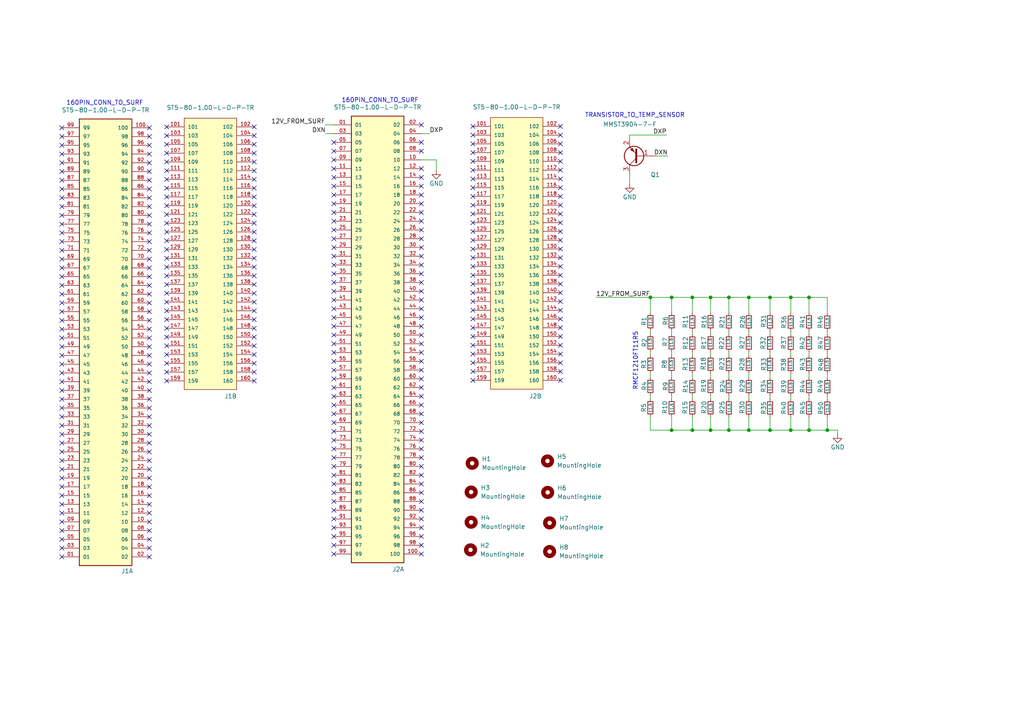
<source format=kicad_sch>
(kicad_sch (version 20211123) (generator eeschema)

  (uuid 43ec8bff-06a9-4ae1-8564-b3a26f0ca609)

  (paper "A4")

  (lib_symbols
    (symbol "CONN-160PIN:ST5-80-1.00-L-D-P-TR" (pin_names (offset 1.016)) (in_bom yes) (on_board yes)
      (property "Reference" "J" (id 0) (at -7.62 67.31 0)
        (effects (font (size 1.27 1.27)) (justify left bottom))
      )
      (property "Value" "ST5-80-1.00-L-D-P-TR" (id 1) (at -7.62 -66.04 0)
        (effects (font (size 1.27 1.27)) (justify left bottom))
      )
      (property "Footprint" "SAMTEC_ST5-80-1.00-L-D-P-TR" (id 2) (at 0 0 0)
        (effects (font (size 1.27 1.27)) (justify left bottom) hide)
      )
      (property "Datasheet" "" (id 3) (at 0 0 0)
        (effects (font (size 1.27 1.27)) (justify left bottom) hide)
      )
      (property "STANDARD" "Manufacturer Recommendations" (id 4) (at 0 0 0)
        (effects (font (size 1.27 1.27)) (justify left bottom) hide)
      )
      (property "PARTREV" "G" (id 5) (at 0 0 0)
        (effects (font (size 1.27 1.27)) (justify left bottom) hide)
      )
      (property "MANUFACTURER" "Samtec" (id 6) (at 0 0 0)
        (effects (font (size 1.27 1.27)) (justify left bottom) hide)
      )
      (property "MAXIMUM_PACKAGE_HEIGHT" "3.08mm" (id 7) (at 0 0 0)
        (effects (font (size 1.27 1.27)) (justify left bottom) hide)
      )
      (property "ki_locked" "" (id 8) (at 0 0 0)
        (effects (font (size 1.27 1.27)))
      )
      (symbol "ST5-80-1.00-L-D-P-TR_1_0"
        (rectangle (start -7.62 -63.5) (end 7.62 66.04)
          (stroke (width 0.254) (type default) (color 0 0 0 0))
          (fill (type background))
        )
        (pin passive line (at -12.7 63.5 0) (length 5.08)
          (name "01" (effects (font (size 1.016 1.016))))
          (number "01" (effects (font (size 1.016 1.016))))
        )
        (pin passive line (at 12.7 63.5 180) (length 5.08)
          (name "02" (effects (font (size 1.016 1.016))))
          (number "02" (effects (font (size 1.016 1.016))))
        )
        (pin passive line (at -12.7 60.96 0) (length 5.08)
          (name "03" (effects (font (size 1.016 1.016))))
          (number "03" (effects (font (size 1.016 1.016))))
        )
        (pin passive line (at 12.7 60.96 180) (length 5.08)
          (name "04" (effects (font (size 1.016 1.016))))
          (number "04" (effects (font (size 1.016 1.016))))
        )
        (pin passive line (at -12.7 58.42 0) (length 5.08)
          (name "05" (effects (font (size 1.016 1.016))))
          (number "05" (effects (font (size 1.016 1.016))))
        )
        (pin passive line (at 12.7 58.42 180) (length 5.08)
          (name "06" (effects (font (size 1.016 1.016))))
          (number "06" (effects (font (size 1.016 1.016))))
        )
        (pin passive line (at -12.7 55.88 0) (length 5.08)
          (name "07" (effects (font (size 1.016 1.016))))
          (number "07" (effects (font (size 1.016 1.016))))
        )
        (pin passive line (at 12.7 55.88 180) (length 5.08)
          (name "08" (effects (font (size 1.016 1.016))))
          (number "08" (effects (font (size 1.016 1.016))))
        )
        (pin passive line (at -12.7 53.34 0) (length 5.08)
          (name "09" (effects (font (size 1.016 1.016))))
          (number "09" (effects (font (size 1.016 1.016))))
        )
        (pin passive line (at 12.7 53.34 180) (length 5.08)
          (name "10" (effects (font (size 1.016 1.016))))
          (number "10" (effects (font (size 1.016 1.016))))
        )
        (pin passive line (at 12.7 -60.96 180) (length 5.08)
          (name "100" (effects (font (size 1.016 1.016))))
          (number "100" (effects (font (size 1.016 1.016))))
        )
        (pin passive line (at -12.7 50.8 0) (length 5.08)
          (name "11" (effects (font (size 1.016 1.016))))
          (number "11" (effects (font (size 1.016 1.016))))
        )
        (pin passive line (at 12.7 50.8 180) (length 5.08)
          (name "12" (effects (font (size 1.016 1.016))))
          (number "12" (effects (font (size 1.016 1.016))))
        )
        (pin passive line (at -12.7 48.26 0) (length 5.08)
          (name "13" (effects (font (size 1.016 1.016))))
          (number "13" (effects (font (size 1.016 1.016))))
        )
        (pin passive line (at 12.7 48.26 180) (length 5.08)
          (name "14" (effects (font (size 1.016 1.016))))
          (number "14" (effects (font (size 1.016 1.016))))
        )
        (pin passive line (at -12.7 45.72 0) (length 5.08)
          (name "15" (effects (font (size 1.016 1.016))))
          (number "15" (effects (font (size 1.016 1.016))))
        )
        (pin passive line (at 12.7 45.72 180) (length 5.08)
          (name "16" (effects (font (size 1.016 1.016))))
          (number "16" (effects (font (size 1.016 1.016))))
        )
        (pin passive line (at -12.7 43.18 0) (length 5.08)
          (name "17" (effects (font (size 1.016 1.016))))
          (number "17" (effects (font (size 1.016 1.016))))
        )
        (pin passive line (at 12.7 43.18 180) (length 5.08)
          (name "18" (effects (font (size 1.016 1.016))))
          (number "18" (effects (font (size 1.016 1.016))))
        )
        (pin passive line (at -12.7 40.64 0) (length 5.08)
          (name "19" (effects (font (size 1.016 1.016))))
          (number "19" (effects (font (size 1.016 1.016))))
        )
        (pin passive line (at 12.7 40.64 180) (length 5.08)
          (name "20" (effects (font (size 1.016 1.016))))
          (number "20" (effects (font (size 1.016 1.016))))
        )
        (pin passive line (at -12.7 38.1 0) (length 5.08)
          (name "21" (effects (font (size 1.016 1.016))))
          (number "21" (effects (font (size 1.016 1.016))))
        )
        (pin passive line (at 12.7 38.1 180) (length 5.08)
          (name "22" (effects (font (size 1.016 1.016))))
          (number "22" (effects (font (size 1.016 1.016))))
        )
        (pin passive line (at -12.7 35.56 0) (length 5.08)
          (name "23" (effects (font (size 1.016 1.016))))
          (number "23" (effects (font (size 1.016 1.016))))
        )
        (pin passive line (at 12.7 35.56 180) (length 5.08)
          (name "24" (effects (font (size 1.016 1.016))))
          (number "24" (effects (font (size 1.016 1.016))))
        )
        (pin passive line (at -12.7 33.02 0) (length 5.08)
          (name "25" (effects (font (size 1.016 1.016))))
          (number "25" (effects (font (size 1.016 1.016))))
        )
        (pin passive line (at 12.7 33.02 180) (length 5.08)
          (name "26" (effects (font (size 1.016 1.016))))
          (number "26" (effects (font (size 1.016 1.016))))
        )
        (pin passive line (at -12.7 30.48 0) (length 5.08)
          (name "27" (effects (font (size 1.016 1.016))))
          (number "27" (effects (font (size 1.016 1.016))))
        )
        (pin passive line (at 12.7 30.48 180) (length 5.08)
          (name "28" (effects (font (size 1.016 1.016))))
          (number "28" (effects (font (size 1.016 1.016))))
        )
        (pin passive line (at -12.7 27.94 0) (length 5.08)
          (name "29" (effects (font (size 1.016 1.016))))
          (number "29" (effects (font (size 1.016 1.016))))
        )
        (pin passive line (at 12.7 27.94 180) (length 5.08)
          (name "30" (effects (font (size 1.016 1.016))))
          (number "30" (effects (font (size 1.016 1.016))))
        )
        (pin passive line (at -12.7 25.4 0) (length 5.08)
          (name "31" (effects (font (size 1.016 1.016))))
          (number "31" (effects (font (size 1.016 1.016))))
        )
        (pin passive line (at 12.7 25.4 180) (length 5.08)
          (name "32" (effects (font (size 1.016 1.016))))
          (number "32" (effects (font (size 1.016 1.016))))
        )
        (pin passive line (at -12.7 22.86 0) (length 5.08)
          (name "33" (effects (font (size 1.016 1.016))))
          (number "33" (effects (font (size 1.016 1.016))))
        )
        (pin passive line (at 12.7 22.86 180) (length 5.08)
          (name "34" (effects (font (size 1.016 1.016))))
          (number "34" (effects (font (size 1.016 1.016))))
        )
        (pin passive line (at -12.7 20.32 0) (length 5.08)
          (name "35" (effects (font (size 1.016 1.016))))
          (number "35" (effects (font (size 1.016 1.016))))
        )
        (pin passive line (at 12.7 20.32 180) (length 5.08)
          (name "36" (effects (font (size 1.016 1.016))))
          (number "36" (effects (font (size 1.016 1.016))))
        )
        (pin passive line (at -12.7 17.78 0) (length 5.08)
          (name "37" (effects (font (size 1.016 1.016))))
          (number "37" (effects (font (size 1.016 1.016))))
        )
        (pin passive line (at 12.7 17.78 180) (length 5.08)
          (name "38" (effects (font (size 1.016 1.016))))
          (number "38" (effects (font (size 1.016 1.016))))
        )
        (pin passive line (at -12.7 15.24 0) (length 5.08)
          (name "39" (effects (font (size 1.016 1.016))))
          (number "39" (effects (font (size 1.016 1.016))))
        )
        (pin passive line (at 12.7 15.24 180) (length 5.08)
          (name "40" (effects (font (size 1.016 1.016))))
          (number "40" (effects (font (size 1.016 1.016))))
        )
        (pin passive line (at -12.7 12.7 0) (length 5.08)
          (name "41" (effects (font (size 1.016 1.016))))
          (number "41" (effects (font (size 1.016 1.016))))
        )
        (pin passive line (at 12.7 12.7 180) (length 5.08)
          (name "42" (effects (font (size 1.016 1.016))))
          (number "42" (effects (font (size 1.016 1.016))))
        )
        (pin passive line (at -12.7 10.16 0) (length 5.08)
          (name "43" (effects (font (size 1.016 1.016))))
          (number "43" (effects (font (size 1.016 1.016))))
        )
        (pin passive line (at 12.7 10.16 180) (length 5.08)
          (name "44" (effects (font (size 1.016 1.016))))
          (number "44" (effects (font (size 1.016 1.016))))
        )
        (pin passive line (at -12.7 7.62 0) (length 5.08)
          (name "45" (effects (font (size 1.016 1.016))))
          (number "45" (effects (font (size 1.016 1.016))))
        )
        (pin passive line (at 12.7 7.62 180) (length 5.08)
          (name "46" (effects (font (size 1.016 1.016))))
          (number "46" (effects (font (size 1.016 1.016))))
        )
        (pin passive line (at -12.7 5.08 0) (length 5.08)
          (name "47" (effects (font (size 1.016 1.016))))
          (number "47" (effects (font (size 1.016 1.016))))
        )
        (pin passive line (at 12.7 5.08 180) (length 5.08)
          (name "48" (effects (font (size 1.016 1.016))))
          (number "48" (effects (font (size 1.016 1.016))))
        )
        (pin passive line (at -12.7 2.54 0) (length 5.08)
          (name "49" (effects (font (size 1.016 1.016))))
          (number "49" (effects (font (size 1.016 1.016))))
        )
        (pin passive line (at 12.7 2.54 180) (length 5.08)
          (name "50" (effects (font (size 1.016 1.016))))
          (number "50" (effects (font (size 1.016 1.016))))
        )
        (pin passive line (at -12.7 0 0) (length 5.08)
          (name "51" (effects (font (size 1.016 1.016))))
          (number "51" (effects (font (size 1.016 1.016))))
        )
        (pin passive line (at 12.7 0 180) (length 5.08)
          (name "52" (effects (font (size 1.016 1.016))))
          (number "52" (effects (font (size 1.016 1.016))))
        )
        (pin passive line (at -12.7 -2.54 0) (length 5.08)
          (name "53" (effects (font (size 1.016 1.016))))
          (number "53" (effects (font (size 1.016 1.016))))
        )
        (pin passive line (at 12.7 -2.54 180) (length 5.08)
          (name "54" (effects (font (size 1.016 1.016))))
          (number "54" (effects (font (size 1.016 1.016))))
        )
        (pin passive line (at -12.7 -5.08 0) (length 5.08)
          (name "55" (effects (font (size 1.016 1.016))))
          (number "55" (effects (font (size 1.016 1.016))))
        )
        (pin passive line (at 12.7 -5.08 180) (length 5.08)
          (name "56" (effects (font (size 1.016 1.016))))
          (number "56" (effects (font (size 1.016 1.016))))
        )
        (pin passive line (at -12.7 -7.62 0) (length 5.08)
          (name "57" (effects (font (size 1.016 1.016))))
          (number "57" (effects (font (size 1.016 1.016))))
        )
        (pin passive line (at 12.7 -7.62 180) (length 5.08)
          (name "58" (effects (font (size 1.016 1.016))))
          (number "58" (effects (font (size 1.016 1.016))))
        )
        (pin passive line (at -12.7 -10.16 0) (length 5.08)
          (name "59" (effects (font (size 1.016 1.016))))
          (number "59" (effects (font (size 1.016 1.016))))
        )
        (pin passive line (at 12.7 -10.16 180) (length 5.08)
          (name "60" (effects (font (size 1.016 1.016))))
          (number "60" (effects (font (size 1.016 1.016))))
        )
        (pin passive line (at -12.7 -12.7 0) (length 5.08)
          (name "61" (effects (font (size 1.016 1.016))))
          (number "61" (effects (font (size 1.016 1.016))))
        )
        (pin passive line (at 12.7 -12.7 180) (length 5.08)
          (name "62" (effects (font (size 1.016 1.016))))
          (number "62" (effects (font (size 1.016 1.016))))
        )
        (pin passive line (at -12.7 -15.24 0) (length 5.08)
          (name "63" (effects (font (size 1.016 1.016))))
          (number "63" (effects (font (size 1.016 1.016))))
        )
        (pin passive line (at 12.7 -15.24 180) (length 5.08)
          (name "64" (effects (font (size 1.016 1.016))))
          (number "64" (effects (font (size 1.016 1.016))))
        )
        (pin passive line (at -12.7 -17.78 0) (length 5.08)
          (name "65" (effects (font (size 1.016 1.016))))
          (number "65" (effects (font (size 1.016 1.016))))
        )
        (pin passive line (at 12.7 -17.78 180) (length 5.08)
          (name "66" (effects (font (size 1.016 1.016))))
          (number "66" (effects (font (size 1.016 1.016))))
        )
        (pin passive line (at -12.7 -20.32 0) (length 5.08)
          (name "67" (effects (font (size 1.016 1.016))))
          (number "67" (effects (font (size 1.016 1.016))))
        )
        (pin passive line (at 12.7 -20.32 180) (length 5.08)
          (name "68" (effects (font (size 1.016 1.016))))
          (number "68" (effects (font (size 1.016 1.016))))
        )
        (pin passive line (at -12.7 -22.86 0) (length 5.08)
          (name "69" (effects (font (size 1.016 1.016))))
          (number "69" (effects (font (size 1.016 1.016))))
        )
        (pin passive line (at 12.7 -22.86 180) (length 5.08)
          (name "70" (effects (font (size 1.016 1.016))))
          (number "70" (effects (font (size 1.016 1.016))))
        )
        (pin passive line (at -12.7 -25.4 0) (length 5.08)
          (name "71" (effects (font (size 1.016 1.016))))
          (number "71" (effects (font (size 1.016 1.016))))
        )
        (pin passive line (at 12.7 -25.4 180) (length 5.08)
          (name "72" (effects (font (size 1.016 1.016))))
          (number "72" (effects (font (size 1.016 1.016))))
        )
        (pin passive line (at -12.7 -27.94 0) (length 5.08)
          (name "73" (effects (font (size 1.016 1.016))))
          (number "73" (effects (font (size 1.016 1.016))))
        )
        (pin passive line (at 12.7 -27.94 180) (length 5.08)
          (name "74" (effects (font (size 1.016 1.016))))
          (number "74" (effects (font (size 1.016 1.016))))
        )
        (pin passive line (at -12.7 -30.48 0) (length 5.08)
          (name "75" (effects (font (size 1.016 1.016))))
          (number "75" (effects (font (size 1.016 1.016))))
        )
        (pin passive line (at 12.7 -30.48 180) (length 5.08)
          (name "76" (effects (font (size 1.016 1.016))))
          (number "76" (effects (font (size 1.016 1.016))))
        )
        (pin passive line (at -12.7 -33.02 0) (length 5.08)
          (name "77" (effects (font (size 1.016 1.016))))
          (number "77" (effects (font (size 1.016 1.016))))
        )
        (pin passive line (at 12.7 -33.02 180) (length 5.08)
          (name "78" (effects (font (size 1.016 1.016))))
          (number "78" (effects (font (size 1.016 1.016))))
        )
        (pin passive line (at -12.7 -35.56 0) (length 5.08)
          (name "79" (effects (font (size 1.016 1.016))))
          (number "79" (effects (font (size 1.016 1.016))))
        )
        (pin passive line (at 12.7 -35.56 180) (length 5.08)
          (name "80" (effects (font (size 1.016 1.016))))
          (number "80" (effects (font (size 1.016 1.016))))
        )
        (pin passive line (at -12.7 -38.1 0) (length 5.08)
          (name "81" (effects (font (size 1.016 1.016))))
          (number "81" (effects (font (size 1.016 1.016))))
        )
        (pin passive line (at 12.7 -38.1 180) (length 5.08)
          (name "82" (effects (font (size 1.016 1.016))))
          (number "82" (effects (font (size 1.016 1.016))))
        )
        (pin passive line (at -12.7 -40.64 0) (length 5.08)
          (name "83" (effects (font (size 1.016 1.016))))
          (number "83" (effects (font (size 1.016 1.016))))
        )
        (pin passive line (at 12.7 -40.64 180) (length 5.08)
          (name "84" (effects (font (size 1.016 1.016))))
          (number "84" (effects (font (size 1.016 1.016))))
        )
        (pin passive line (at -12.7 -43.18 0) (length 5.08)
          (name "85" (effects (font (size 1.016 1.016))))
          (number "85" (effects (font (size 1.016 1.016))))
        )
        (pin passive line (at 12.7 -43.18 180) (length 5.08)
          (name "86" (effects (font (size 1.016 1.016))))
          (number "86" (effects (font (size 1.016 1.016))))
        )
        (pin passive line (at -12.7 -45.72 0) (length 5.08)
          (name "87" (effects (font (size 1.016 1.016))))
          (number "87" (effects (font (size 1.016 1.016))))
        )
        (pin passive line (at 12.7 -45.72 180) (length 5.08)
          (name "88" (effects (font (size 1.016 1.016))))
          (number "88" (effects (font (size 1.016 1.016))))
        )
        (pin passive line (at -12.7 -48.26 0) (length 5.08)
          (name "89" (effects (font (size 1.016 1.016))))
          (number "89" (effects (font (size 1.016 1.016))))
        )
        (pin passive line (at 12.7 -48.26 180) (length 5.08)
          (name "90" (effects (font (size 1.016 1.016))))
          (number "90" (effects (font (size 1.016 1.016))))
        )
        (pin passive line (at -12.7 -50.8 0) (length 5.08)
          (name "91" (effects (font (size 1.016 1.016))))
          (number "91" (effects (font (size 1.016 1.016))))
        )
        (pin passive line (at 12.7 -50.8 180) (length 5.08)
          (name "92" (effects (font (size 1.016 1.016))))
          (number "92" (effects (font (size 1.016 1.016))))
        )
        (pin passive line (at -12.7 -53.34 0) (length 5.08)
          (name "93" (effects (font (size 1.016 1.016))))
          (number "93" (effects (font (size 1.016 1.016))))
        )
        (pin passive line (at 12.7 -53.34 180) (length 5.08)
          (name "94" (effects (font (size 1.016 1.016))))
          (number "94" (effects (font (size 1.016 1.016))))
        )
        (pin passive line (at -12.7 -55.88 0) (length 5.08)
          (name "95" (effects (font (size 1.016 1.016))))
          (number "95" (effects (font (size 1.016 1.016))))
        )
        (pin passive line (at 12.7 -55.88 180) (length 5.08)
          (name "96" (effects (font (size 1.016 1.016))))
          (number "96" (effects (font (size 1.016 1.016))))
        )
        (pin passive line (at -12.7 -58.42 0) (length 5.08)
          (name "97" (effects (font (size 1.016 1.016))))
          (number "97" (effects (font (size 1.016 1.016))))
        )
        (pin passive line (at 12.7 -58.42 180) (length 5.08)
          (name "98" (effects (font (size 1.016 1.016))))
          (number "98" (effects (font (size 1.016 1.016))))
        )
        (pin passive line (at -12.7 -60.96 0) (length 5.08)
          (name "99" (effects (font (size 1.016 1.016))))
          (number "99" (effects (font (size 1.016 1.016))))
        )
      )
      (symbol "ST5-80-1.00-L-D-P-TR_2_0"
        (rectangle (start -7.62 -40.64) (end 7.62 38.1)
          (stroke (width 0.1524) (type default) (color 0 0 0 0))
          (fill (type background))
        )
        (pin passive line (at -12.7 35.56 0) (length 5.08)
          (name "101" (effects (font (size 1.016 1.016))))
          (number "101" (effects (font (size 1.016 1.016))))
        )
        (pin passive line (at 12.7 35.56 180) (length 5.08)
          (name "102" (effects (font (size 1.016 1.016))))
          (number "102" (effects (font (size 1.016 1.016))))
        )
        (pin passive line (at -12.7 33.02 0) (length 5.08)
          (name "103" (effects (font (size 1.016 1.016))))
          (number "103" (effects (font (size 1.016 1.016))))
        )
        (pin passive line (at 12.7 33.02 180) (length 5.08)
          (name "104" (effects (font (size 1.016 1.016))))
          (number "104" (effects (font (size 1.016 1.016))))
        )
        (pin passive line (at -12.7 30.48 0) (length 5.08)
          (name "105" (effects (font (size 1.016 1.016))))
          (number "105" (effects (font (size 1.016 1.016))))
        )
        (pin passive line (at 12.7 30.48 180) (length 5.08)
          (name "106" (effects (font (size 1.016 1.016))))
          (number "106" (effects (font (size 1.016 1.016))))
        )
        (pin passive line (at -12.7 27.94 0) (length 5.08)
          (name "107" (effects (font (size 1.016 1.016))))
          (number "107" (effects (font (size 1.016 1.016))))
        )
        (pin passive line (at 12.7 27.94 180) (length 5.08)
          (name "108" (effects (font (size 1.016 1.016))))
          (number "108" (effects (font (size 1.016 1.016))))
        )
        (pin passive line (at -12.7 25.4 0) (length 5.08)
          (name "109" (effects (font (size 1.016 1.016))))
          (number "109" (effects (font (size 1.016 1.016))))
        )
        (pin passive line (at 12.7 25.4 180) (length 5.08)
          (name "110" (effects (font (size 1.016 1.016))))
          (number "110" (effects (font (size 1.016 1.016))))
        )
        (pin passive line (at -12.7 22.86 0) (length 5.08)
          (name "111" (effects (font (size 1.016 1.016))))
          (number "111" (effects (font (size 1.016 1.016))))
        )
        (pin passive line (at 12.7 22.86 180) (length 5.08)
          (name "112" (effects (font (size 1.016 1.016))))
          (number "112" (effects (font (size 1.016 1.016))))
        )
        (pin passive line (at -12.7 20.32 0) (length 5.08)
          (name "113" (effects (font (size 1.016 1.016))))
          (number "113" (effects (font (size 1.016 1.016))))
        )
        (pin passive line (at 12.7 20.32 180) (length 5.08)
          (name "114" (effects (font (size 1.016 1.016))))
          (number "114" (effects (font (size 1.016 1.016))))
        )
        (pin passive line (at -12.7 17.78 0) (length 5.08)
          (name "115" (effects (font (size 1.016 1.016))))
          (number "115" (effects (font (size 1.016 1.016))))
        )
        (pin passive line (at 12.7 17.78 180) (length 5.08)
          (name "116" (effects (font (size 1.016 1.016))))
          (number "116" (effects (font (size 1.016 1.016))))
        )
        (pin passive line (at -12.7 15.24 0) (length 5.08)
          (name "117" (effects (font (size 1.016 1.016))))
          (number "117" (effects (font (size 1.016 1.016))))
        )
        (pin passive line (at 12.7 15.24 180) (length 5.08)
          (name "118" (effects (font (size 1.016 1.016))))
          (number "118" (effects (font (size 1.016 1.016))))
        )
        (pin passive line (at -12.7 12.7 0) (length 5.08)
          (name "119" (effects (font (size 1.016 1.016))))
          (number "119" (effects (font (size 1.016 1.016))))
        )
        (pin passive line (at 12.7 12.7 180) (length 5.08)
          (name "120" (effects (font (size 1.016 1.016))))
          (number "120" (effects (font (size 1.016 1.016))))
        )
        (pin passive line (at -12.7 10.16 0) (length 5.08)
          (name "121" (effects (font (size 1.016 1.016))))
          (number "121" (effects (font (size 1.016 1.016))))
        )
        (pin passive line (at 12.7 10.16 180) (length 5.08)
          (name "122" (effects (font (size 1.016 1.016))))
          (number "122" (effects (font (size 1.016 1.016))))
        )
        (pin passive line (at -12.7 7.62 0) (length 5.08)
          (name "123" (effects (font (size 1.016 1.016))))
          (number "123" (effects (font (size 1.016 1.016))))
        )
        (pin passive line (at 12.7 7.62 180) (length 5.08)
          (name "124" (effects (font (size 1.016 1.016))))
          (number "124" (effects (font (size 1.016 1.016))))
        )
        (pin passive line (at -12.7 5.08 0) (length 5.08)
          (name "125" (effects (font (size 1.016 1.016))))
          (number "125" (effects (font (size 1.016 1.016))))
        )
        (pin passive line (at 12.7 5.08 180) (length 5.08)
          (name "126" (effects (font (size 1.016 1.016))))
          (number "126" (effects (font (size 1.016 1.016))))
        )
        (pin passive line (at -12.7 2.54 0) (length 5.08)
          (name "127" (effects (font (size 1.016 1.016))))
          (number "127" (effects (font (size 1.016 1.016))))
        )
        (pin passive line (at 12.7 2.54 180) (length 5.08)
          (name "128" (effects (font (size 1.016 1.016))))
          (number "128" (effects (font (size 1.016 1.016))))
        )
        (pin passive line (at -12.7 0 0) (length 5.08)
          (name "129" (effects (font (size 1.016 1.016))))
          (number "129" (effects (font (size 1.016 1.016))))
        )
        (pin passive line (at 12.7 0 180) (length 5.08)
          (name "130" (effects (font (size 1.016 1.016))))
          (number "130" (effects (font (size 1.016 1.016))))
        )
        (pin passive line (at -12.7 -2.54 0) (length 5.08)
          (name "131" (effects (font (size 1.016 1.016))))
          (number "131" (effects (font (size 1.016 1.016))))
        )
        (pin passive line (at 12.7 -2.54 180) (length 5.08)
          (name "132" (effects (font (size 1.016 1.016))))
          (number "132" (effects (font (size 1.016 1.016))))
        )
        (pin passive line (at -12.7 -5.08 0) (length 5.08)
          (name "133" (effects (font (size 1.016 1.016))))
          (number "133" (effects (font (size 1.016 1.016))))
        )
        (pin passive line (at 12.7 -5.08 180) (length 5.08)
          (name "134" (effects (font (size 1.016 1.016))))
          (number "134" (effects (font (size 1.016 1.016))))
        )
        (pin passive line (at -12.7 -7.62 0) (length 5.08)
          (name "135" (effects (font (size 1.016 1.016))))
          (number "135" (effects (font (size 1.016 1.016))))
        )
        (pin passive line (at 12.7 -7.62 180) (length 5.08)
          (name "136" (effects (font (size 1.016 1.016))))
          (number "136" (effects (font (size 1.016 1.016))))
        )
        (pin passive line (at -12.7 -10.16 0) (length 5.08)
          (name "137" (effects (font (size 1.016 1.016))))
          (number "137" (effects (font (size 1.016 1.016))))
        )
        (pin passive line (at 12.7 -10.16 180) (length 5.08)
          (name "138" (effects (font (size 1.016 1.016))))
          (number "138" (effects (font (size 1.016 1.016))))
        )
        (pin passive line (at -12.7 -12.7 0) (length 5.08)
          (name "139" (effects (font (size 1.016 1.016))))
          (number "139" (effects (font (size 1.016 1.016))))
        )
        (pin passive line (at 12.7 -12.7 180) (length 5.08)
          (name "140" (effects (font (size 1.016 1.016))))
          (number "140" (effects (font (size 1.016 1.016))))
        )
        (pin passive line (at -12.7 -15.24 0) (length 5.08)
          (name "141" (effects (font (size 1.016 1.016))))
          (number "141" (effects (font (size 1.016 1.016))))
        )
        (pin passive line (at 12.7 -15.24 180) (length 5.08)
          (name "142" (effects (font (size 1.016 1.016))))
          (number "142" (effects (font (size 1.016 1.016))))
        )
        (pin passive line (at -12.7 -17.78 0) (length 5.08)
          (name "143" (effects (font (size 1.016 1.016))))
          (number "143" (effects (font (size 1.016 1.016))))
        )
        (pin passive line (at 12.7 -17.78 180) (length 5.08)
          (name "144" (effects (font (size 1.016 1.016))))
          (number "144" (effects (font (size 1.016 1.016))))
        )
        (pin passive line (at -12.7 -20.32 0) (length 5.08)
          (name "145" (effects (font (size 1.016 1.016))))
          (number "145" (effects (font (size 1.016 1.016))))
        )
        (pin passive line (at 12.7 -20.32 180) (length 5.08)
          (name "146" (effects (font (size 1.016 1.016))))
          (number "146" (effects (font (size 1.016 1.016))))
        )
        (pin passive line (at -12.7 -22.86 0) (length 5.08)
          (name "147" (effects (font (size 1.016 1.016))))
          (number "147" (effects (font (size 1.016 1.016))))
        )
        (pin passive line (at 12.7 -22.86 180) (length 5.08)
          (name "148" (effects (font (size 1.016 1.016))))
          (number "148" (effects (font (size 1.016 1.016))))
        )
        (pin passive line (at -12.7 -25.4 0) (length 5.08)
          (name "149" (effects (font (size 1.016 1.016))))
          (number "149" (effects (font (size 1.016 1.016))))
        )
        (pin passive line (at 12.7 -25.4 180) (length 5.08)
          (name "150" (effects (font (size 1.016 1.016))))
          (number "150" (effects (font (size 1.016 1.016))))
        )
        (pin passive line (at -12.7 -27.94 0) (length 5.08)
          (name "151" (effects (font (size 1.016 1.016))))
          (number "151" (effects (font (size 1.016 1.016))))
        )
        (pin passive line (at 12.7 -27.94 180) (length 5.08)
          (name "152" (effects (font (size 1.016 1.016))))
          (number "152" (effects (font (size 1.016 1.016))))
        )
        (pin passive line (at -12.7 -30.48 0) (length 5.08)
          (name "153" (effects (font (size 1.016 1.016))))
          (number "153" (effects (font (size 1.016 1.016))))
        )
        (pin passive line (at 12.7 -30.48 180) (length 5.08)
          (name "154" (effects (font (size 1.016 1.016))))
          (number "154" (effects (font (size 1.016 1.016))))
        )
        (pin passive line (at -12.7 -33.02 0) (length 5.08)
          (name "155" (effects (font (size 1.016 1.016))))
          (number "155" (effects (font (size 1.016 1.016))))
        )
        (pin passive line (at 12.7 -33.02 180) (length 5.08)
          (name "156" (effects (font (size 1.016 1.016))))
          (number "156" (effects (font (size 1.016 1.016))))
        )
        (pin passive line (at -12.7 -35.56 0) (length 5.08)
          (name "157" (effects (font (size 1.016 1.016))))
          (number "157" (effects (font (size 1.016 1.016))))
        )
        (pin passive line (at 12.7 -35.56 180) (length 5.08)
          (name "158" (effects (font (size 1.016 1.016))))
          (number "158" (effects (font (size 1.016 1.016))))
        )
        (pin passive line (at -12.7 -38.1 0) (length 5.08)
          (name "159" (effects (font (size 1.016 1.016))))
          (number "159" (effects (font (size 1.016 1.016))))
        )
        (pin passive line (at 12.7 -38.1 180) (length 5.08)
          (name "160" (effects (font (size 1.016 1.016))))
          (number "160" (effects (font (size 1.016 1.016))))
        )
      )
    )
    (symbol "Device:R_Small" (pin_numbers hide) (pin_names (offset 0.254) hide) (in_bom yes) (on_board yes)
      (property "Reference" "R" (id 0) (at 0.762 0.508 0)
        (effects (font (size 1.27 1.27)) (justify left))
      )
      (property "Value" "R_Small" (id 1) (at 0.762 -1.016 0)
        (effects (font (size 1.27 1.27)) (justify left))
      )
      (property "Footprint" "" (id 2) (at 0 0 0)
        (effects (font (size 1.27 1.27)) hide)
      )
      (property "Datasheet" "~" (id 3) (at 0 0 0)
        (effects (font (size 1.27 1.27)) hide)
      )
      (property "ki_keywords" "R resistor" (id 4) (at 0 0 0)
        (effects (font (size 1.27 1.27)) hide)
      )
      (property "ki_description" "Resistor, small symbol" (id 5) (at 0 0 0)
        (effects (font (size 1.27 1.27)) hide)
      )
      (property "ki_fp_filters" "R_*" (id 6) (at 0 0 0)
        (effects (font (size 1.27 1.27)) hide)
      )
      (symbol "R_Small_0_1"
        (rectangle (start -0.762 1.778) (end 0.762 -1.778)
          (stroke (width 0.2032) (type default) (color 0 0 0 0))
          (fill (type none))
        )
      )
      (symbol "R_Small_1_1"
        (pin passive line (at 0 2.54 270) (length 0.762)
          (name "~" (effects (font (size 1.27 1.27))))
          (number "1" (effects (font (size 1.27 1.27))))
        )
        (pin passive line (at 0 -2.54 90) (length 0.762)
          (name "~" (effects (font (size 1.27 1.27))))
          (number "2" (effects (font (size 1.27 1.27))))
        )
      )
    )
    (symbol "Mechanical:MountingHole" (pin_names (offset 1.016)) (in_bom yes) (on_board yes)
      (property "Reference" "H" (id 0) (at 0 5.08 0)
        (effects (font (size 1.27 1.27)))
      )
      (property "Value" "MountingHole" (id 1) (at 0 3.175 0)
        (effects (font (size 1.27 1.27)))
      )
      (property "Footprint" "" (id 2) (at 0 0 0)
        (effects (font (size 1.27 1.27)) hide)
      )
      (property "Datasheet" "~" (id 3) (at 0 0 0)
        (effects (font (size 1.27 1.27)) hide)
      )
      (property "ki_keywords" "mounting hole" (id 4) (at 0 0 0)
        (effects (font (size 1.27 1.27)) hide)
      )
      (property "ki_description" "Mounting Hole without connection" (id 5) (at 0 0 0)
        (effects (font (size 1.27 1.27)) hide)
      )
      (property "ki_fp_filters" "MountingHole*" (id 6) (at 0 0 0)
        (effects (font (size 1.27 1.27)) hide)
      )
      (symbol "MountingHole_0_1"
        (circle (center 0 0) (radius 1.27)
          (stroke (width 1.27) (type default) (color 0 0 0 0))
          (fill (type none))
        )
      )
    )
    (symbol "Transistor_BJT:MMBT3906" (pin_names (offset 0) hide) (in_bom yes) (on_board yes)
      (property "Reference" "Q" (id 0) (at 5.08 1.905 0)
        (effects (font (size 1.27 1.27)) (justify left))
      )
      (property "Value" "MMBT3906" (id 1) (at 5.08 0 0)
        (effects (font (size 1.27 1.27)) (justify left))
      )
      (property "Footprint" "Package_TO_SOT_SMD:SOT-23" (id 2) (at 5.08 -1.905 0)
        (effects (font (size 1.27 1.27) italic) (justify left) hide)
      )
      (property "Datasheet" "https://www.onsemi.com/pub/Collateral/2N3906-D.PDF" (id 3) (at 0 0 0)
        (effects (font (size 1.27 1.27)) (justify left) hide)
      )
      (property "ki_keywords" "PNP Transistor" (id 4) (at 0 0 0)
        (effects (font (size 1.27 1.27)) hide)
      )
      (property "ki_description" "-0.2A Ic, -40V Vce, Small Signal PNP Transistor, SOT-23" (id 5) (at 0 0 0)
        (effects (font (size 1.27 1.27)) hide)
      )
      (property "ki_fp_filters" "SOT?23*" (id 6) (at 0 0 0)
        (effects (font (size 1.27 1.27)) hide)
      )
      (symbol "MMBT3906_0_1"
        (polyline
          (pts
            (xy 0.635 0.635)
            (xy 2.54 2.54)
          )
          (stroke (width 0) (type default) (color 0 0 0 0))
          (fill (type none))
        )
        (polyline
          (pts
            (xy 0.635 -0.635)
            (xy 2.54 -2.54)
            (xy 2.54 -2.54)
          )
          (stroke (width 0) (type default) (color 0 0 0 0))
          (fill (type none))
        )
        (polyline
          (pts
            (xy 0.635 1.905)
            (xy 0.635 -1.905)
            (xy 0.635 -1.905)
          )
          (stroke (width 0.508) (type default) (color 0 0 0 0))
          (fill (type none))
        )
        (polyline
          (pts
            (xy 2.286 -1.778)
            (xy 1.778 -2.286)
            (xy 1.27 -1.27)
            (xy 2.286 -1.778)
            (xy 2.286 -1.778)
          )
          (stroke (width 0) (type default) (color 0 0 0 0))
          (fill (type outline))
        )
        (circle (center 1.27 0) (radius 2.8194)
          (stroke (width 0.254) (type default) (color 0 0 0 0))
          (fill (type none))
        )
      )
      (symbol "MMBT3906_1_1"
        (pin input line (at -5.08 0 0) (length 5.715)
          (name "B" (effects (font (size 1.27 1.27))))
          (number "1" (effects (font (size 1.27 1.27))))
        )
        (pin passive line (at 2.54 -5.08 90) (length 2.54)
          (name "E" (effects (font (size 1.27 1.27))))
          (number "2" (effects (font (size 1.27 1.27))))
        )
        (pin passive line (at 2.54 5.08 270) (length 2.54)
          (name "C" (effects (font (size 1.27 1.27))))
          (number "3" (effects (font (size 1.27 1.27))))
        )
      )
    )
    (symbol "power:GND" (power) (pin_names (offset 0)) (in_bom yes) (on_board yes)
      (property "Reference" "#PWR" (id 0) (at 0 -6.35 0)
        (effects (font (size 1.27 1.27)) hide)
      )
      (property "Value" "GND" (id 1) (at 0 -3.81 0)
        (effects (font (size 1.27 1.27)))
      )
      (property "Footprint" "" (id 2) (at 0 0 0)
        (effects (font (size 1.27 1.27)) hide)
      )
      (property "Datasheet" "" (id 3) (at 0 0 0)
        (effects (font (size 1.27 1.27)) hide)
      )
      (property "ki_keywords" "power-flag" (id 4) (at 0 0 0)
        (effects (font (size 1.27 1.27)) hide)
      )
      (property "ki_description" "Power symbol creates a global label with name \"GND\" , ground" (id 5) (at 0 0 0)
        (effects (font (size 1.27 1.27)) hide)
      )
      (symbol "GND_0_1"
        (polyline
          (pts
            (xy 0 0)
            (xy 0 -1.27)
            (xy 1.27 -1.27)
            (xy 0 -2.54)
            (xy -1.27 -1.27)
            (xy 0 -1.27)
          )
          (stroke (width 0) (type default) (color 0 0 0 0))
          (fill (type none))
        )
      )
      (symbol "GND_1_1"
        (pin power_in line (at 0 0 270) (length 0) hide
          (name "GND" (effects (font (size 1.27 1.27))))
          (number "1" (effects (font (size 1.27 1.27))))
        )
      )
    )
  )

  (junction (at 223.3422 86.2584) (diameter 0) (color 0 0 0 0)
    (uuid 03de8325-20e8-41b4-bd7e-08be90f5b4d4)
  )
  (junction (at 217.1954 86.2584) (diameter 0) (color 0 0 0 0)
    (uuid 146f3a78-5c6e-4b37-96f7-ae62c780dc57)
  )
  (junction (at 234.6452 124.7648) (diameter 0) (color 0 0 0 0)
    (uuid 285f5667-9b01-402f-98bf-5ca7a4e2b186)
  )
  (junction (at 206.0956 86.2584) (diameter 0) (color 0 0 0 0)
    (uuid 2d30161e-581e-4414-9084-c6067ea160fb)
  )
  (junction (at 223.3422 124.7648) (diameter 0) (color 0 0 0 0)
    (uuid 312cb3e2-113e-49a7-8afa-7bdb9ea380b2)
  )
  (junction (at 211.4042 86.2584) (diameter 0) (color 0 0 0 0)
    (uuid 422736b5-0ac4-4c24-8062-566cd5121a45)
  )
  (junction (at 211.4042 124.7648) (diameter 0) (color 0 0 0 0)
    (uuid 4ad9fedd-ee94-45fe-97c7-094af47d7de5)
  )
  (junction (at 206.0956 124.7648) (diameter 0) (color 0 0 0 0)
    (uuid 4df3ec3f-2635-487e-9910-6c8feb363816)
  )
  (junction (at 200.8124 86.2584) (diameter 0) (color 0 0 0 0)
    (uuid 5a529dc7-183f-4c9c-b658-a006604b7b08)
  )
  (junction (at 234.6452 86.2584) (diameter 0) (color 0 0 0 0)
    (uuid 84435efc-bd30-4a12-9748-04b1fa2b8d94)
  )
  (junction (at 188.6458 86.2584) (diameter 0) (color 0 0 0 0)
    (uuid 91bd4734-c5f5-42d5-9430-0171b30ba036)
  )
  (junction (at 200.8124 124.7648) (diameter 0) (color 0 0 0 0)
    (uuid 9415074f-2747-42cd-bb5b-73a00c234f83)
  )
  (junction (at 239.9538 124.7648) (diameter 0) (color 0 0 0 0)
    (uuid a30f9d9c-9d9e-407a-b701-4cb5f1e7380a)
  )
  (junction (at 217.1954 124.7648) (diameter 0) (color 0 0 0 0)
    (uuid b76c03c2-743f-4bf3-b66f-394ad7f00a2e)
  )
  (junction (at 229.362 86.2584) (diameter 0) (color 0 0 0 0)
    (uuid b851f8d3-9004-4887-992b-143e38e7c3ad)
  )
  (junction (at 194.7926 86.2584) (diameter 0) (color 0 0 0 0)
    (uuid c06af842-df15-4bf2-8237-ed80b667a94e)
  )
  (junction (at 194.7926 124.7648) (diameter 0) (color 0 0 0 0)
    (uuid c2fdfd06-4079-4c5b-b87f-43da42326f7b)
  )
  (junction (at 229.362 124.7648) (diameter 0) (color 0 0 0 0)
    (uuid c3367891-2e97-4c58-9aa0-b618ff5335e4)
  )

  (no_connect (at 96.8248 56.5404) (uuid 0010d3d0-a4a0-46ef-b5a4-34912f9ef3b0))
  (no_connect (at 96.8248 142.9004) (uuid 027b39dd-d6cc-403a-8efa-e8b64f06c720))
  (no_connect (at 73.7362 87.6046) (uuid 02a4227c-cbb7-4d5c-b861-27ca67396694))
  (no_connect (at 137.16 72.2122) (uuid 034c3fd2-a9cf-4d90-9a11-a7c2635d2be3))
  (no_connect (at 73.7362 85.0646) (uuid 04137a0b-6a84-4c0d-b9bc-475b38ba60e2))
  (no_connect (at 122.2248 59.0804) (uuid 0642dcd3-f8d3-4b5b-abc2-4946540a1e2e))
  (no_connect (at 96.8248 107.3404) (uuid 080ec5b7-28c1-470e-970b-1d1a1837613a))
  (no_connect (at 73.7362 59.6646) (uuid 0828afb3-77a3-4b62-8b4e-09fcac194da6))
  (no_connect (at 96.8248 79.4004) (uuid 087ea042-db04-4f42-aa1e-fc19a5ccada4))
  (no_connect (at 43.3324 64.9986) (uuid 09642f2f-41e7-4da8-9a77-77e4ad7f7734))
  (no_connect (at 137.16 77.2922) (uuid 0a16c2ea-d5f3-4528-b9fe-217e1c7991a2))
  (no_connect (at 17.9324 95.4786) (uuid 0bb9ca0c-3121-424e-9604-d5376e1c7018))
  (no_connect (at 48.3362 97.7646) (uuid 0c42ff68-cd03-4644-a77b-bb062a534dbe))
  (no_connect (at 17.9324 72.6186) (uuid 0cd8d3a2-7517-4327-a9fd-0f4d0575ce29))
  (no_connect (at 122.2248 48.9204) (uuid 0e234a4c-37b4-4a01-b42b-83ea58dbcc61))
  (no_connect (at 122.2248 112.4204) (uuid 0ebeb4e5-333b-4fac-ae98-ac7454abe114))
  (no_connect (at 122.2248 79.4004) (uuid 105a8bb9-93f3-4e31-b118-df68e082057b))
  (no_connect (at 96.8248 81.9404) (uuid 1115b219-d269-4096-bc91-0843cdbf0758))
  (no_connect (at 122.2248 41.3004) (uuid 1201bb1e-f73e-4376-90e3-69a740991cc7))
  (no_connect (at 17.9324 85.3186) (uuid 1353589d-4090-4ced-9eb7-9736c0cc3f16))
  (no_connect (at 96.8248 43.8404) (uuid 14c26c75-fd4c-4469-90e7-7c55bbaa8908))
  (no_connect (at 48.3362 105.3846) (uuid 163c8cdf-860a-430e-b93f-202b232f2c88))
  (no_connect (at 137.16 36.6522) (uuid 1653fd03-c999-4a74-b5bb-3bb849f007fe))
  (no_connect (at 122.2248 147.9804) (uuid 19daff36-d947-4825-af6c-89933b160bf1))
  (no_connect (at 122.2248 36.2204) (uuid 1a43889c-a48e-4ffd-8bed-571fecf85c15))
  (no_connect (at 43.3324 82.7786) (uuid 1b493bcc-7e06-40ef-9fee-663a1800e501))
  (no_connect (at 43.3324 128.4986) (uuid 1bf38273-26b8-4dee-95c8-89d4e4b7ca0d))
  (no_connect (at 17.9324 77.6986) (uuid 1bfeeac3-fd1c-457a-b4f6-9960dee97d2a))
  (no_connect (at 43.3324 37.0586) (uuid 1c11a56b-ebbd-4925-bd4c-10b647091380))
  (no_connect (at 162.56 41.7322) (uuid 1cd35523-774d-4fb6-8469-7b7a4e73b8d9))
  (no_connect (at 73.7362 54.5846) (uuid 1d0b1837-bc8e-4ba0-a02c-1b5462ab500e))
  (no_connect (at 122.2248 66.7004) (uuid 1e3492b4-bba0-43fb-98f7-50d7fcc586db))
  (no_connect (at 122.2248 56.5404) (uuid 1ec3b2db-2a9a-4fe4-b519-ae7ca52898fe))
  (no_connect (at 162.56 39.1922) (uuid 1f421b27-6d92-41d2-af8a-fb76ce749d0f))
  (no_connect (at 17.9324 39.5986) (uuid 20365760-2ee0-4058-ade9-c168f6fbae74))
  (no_connect (at 137.16 41.7322) (uuid 225f9993-da12-4098-9501-1aed6f0931fa))
  (no_connect (at 162.56 64.5922) (uuid 23680d63-65e0-4531-b07b-52444126a3c4))
  (no_connect (at 17.9324 100.5586) (uuid 248707f4-ddf8-43b2-a9f8-d48850a2b16f))
  (no_connect (at 162.56 62.0522) (uuid 2642267e-519c-4880-94f1-19b508e848bb))
  (no_connect (at 122.2248 84.4804) (uuid 27149518-bce1-421a-bc4a-25c81c49badf))
  (no_connect (at 17.9324 146.2786) (uuid 2781ce44-3226-4618-9e0b-46b4f3245da2))
  (no_connect (at 122.2248 69.2404) (uuid 27cfe802-120d-4158-afe3-bbb4a7bdd672))
  (no_connect (at 162.56 46.8122) (uuid 284a41ae-2836-4775-94b3-746e3ec661e1))
  (no_connect (at 48.3362 52.0446) (uuid 28a52238-f93f-48d1-8f03-dd252cd86f2e))
  (no_connect (at 43.3324 90.3986) (uuid 2a645e6c-443d-41c1-a016-6e88e7e92eb7))
  (no_connect (at 43.3324 80.2386) (uuid 2aa7c657-1dc2-4612-a97a-e7662617996e))
  (no_connect (at 17.9324 82.7786) (uuid 2c63b29a-6490-471c-8f0d-5e54b71995af))
  (no_connect (at 17.9324 141.1986) (uuid 2d63ceb7-e385-4b56-90f0-8a1ea6908008))
  (no_connect (at 96.8248 51.4604) (uuid 2ddf5fa9-2e9c-4f07-8a9a-557295f155f0))
  (no_connect (at 43.3324 72.6186) (uuid 2e07e7f7-5499-4bcd-834e-4d4e9dbea452))
  (no_connect (at 17.9324 75.1586) (uuid 2f1e82bf-0d94-4ebf-9a9c-5f0e50275c0f))
  (no_connect (at 73.7362 100.3046) (uuid 2f6cebe9-bb26-428e-8d44-52dcc5659f2b))
  (no_connect (at 43.3324 115.7986) (uuid 30e23f41-4ea4-426d-a7b5-9d221ca7422f))
  (no_connect (at 48.3362 85.0646) (uuid 30ea0884-aaf0-423e-9fd8-5013571080ab))
  (no_connect (at 73.7362 57.1246) (uuid 315abbae-2be0-44a5-ac14-f67d8abcf137))
  (no_connect (at 137.16 89.9922) (uuid 315b3194-9482-48c5-bd91-cfae3e4bc6a5))
  (no_connect (at 96.8248 59.0804) (uuid 3245863a-1b85-4ef8-a422-ff4e57f896ab))
  (no_connect (at 17.9324 120.8786) (uuid 3405cd25-ba57-4127-aa96-0621c1d52736))
  (no_connect (at 73.7362 49.5046) (uuid 343cf083-0e24-421f-a302-9fb27af41eb9))
  (no_connect (at 96.8248 64.1604) (uuid 3455cb18-cd95-4828-90f1-ed0380d67331))
  (no_connect (at 137.16 82.3722) (uuid 350b492d-b7c2-45dd-8c68-20c3cd3f1d9c))
  (no_connect (at 137.16 105.2322) (uuid 35772246-bc64-4a54-b911-2b976ca9dd33))
  (no_connect (at 43.3324 131.0386) (uuid 35c15d66-661e-4bb0-bc98-a64ae9fae4a6))
  (no_connect (at 73.7362 36.8046) (uuid 362d2091-9280-473f-9ca3-a5c0e6ca05fa))
  (no_connect (at 17.9324 143.7386) (uuid 370fe369-b4ef-4f6b-808e-dc10f0478f21))
  (no_connect (at 73.7362 107.9246) (uuid 3721d323-49de-4573-bdaf-1a60cfe3e429))
  (no_connect (at 43.3324 39.5986) (uuid 377d119c-25ef-46e2-9f07-564f8ab3abb7))
  (no_connect (at 137.16 69.6722) (uuid 37f3ee39-2602-4f64-8670-097d510ebe49))
  (no_connect (at 48.3362 41.8846) (uuid 39b028a9-b19e-4753-9abc-a3efbe9ab0b7))
  (no_connect (at 137.16 97.6122) (uuid 3b3a6692-c530-4686-bbbf-412cfaf2136f))
  (no_connect (at 43.3324 136.1186) (uuid 3b6b6d4e-2dd4-42bb-b314-3a8ee40d1999))
  (no_connect (at 122.2248 61.6204) (uuid 3ce3ef87-6da5-457b-b3dc-e370cdaa64bd))
  (no_connect (at 73.7362 44.4246) (uuid 3cf10ae8-4906-44b5-a418-16dd082527fb))
  (no_connect (at 73.7362 102.8446) (uuid 3cf8e4d3-c519-45f1-b58d-bb3b17a6c99e))
  (no_connect (at 48.3362 82.5246) (uuid 3dc06f23-d395-4541-b3e5-4955a146b829))
  (no_connect (at 43.3324 44.6786) (uuid 3e3788cf-1f3a-4555-9ee2-f47afa47a0fd))
  (no_connect (at 162.56 87.4522) (uuid 3f542550-c1eb-48ce-971b-7e8ccaed23fa))
  (no_connect (at 17.9324 103.0986) (uuid 3f9c1f4e-e7b0-44f8-b109-9335e6d185e0))
  (no_connect (at 43.3324 95.4786) (uuid 419a532f-44f4-4718-a481-4c3dedbd0d05))
  (no_connect (at 122.2248 81.9404) (uuid 42c0e1fa-c1e9-4467-b418-e6f3bbbb2c9e))
  (no_connect (at 122.2248 125.1204) (uuid 43cfb231-5b81-4d2e-b926-e6b904bd7f6f))
  (no_connect (at 122.2248 130.2004) (uuid 4583d692-0d90-4ce7-87b1-9c753944a109))
  (no_connect (at 122.2248 109.8804) (uuid 46072692-a5ef-43b7-90d3-4384d0c79338))
  (no_connect (at 162.56 82.3722) (uuid 460efb23-1f0a-44dc-81f5-fab729fd3168))
  (no_connect (at 17.9324 62.4586) (uuid 46feeba8-6380-4722-8a0c-8e2862db9ecf))
  (no_connect (at 96.8248 61.6204) (uuid 494e98a1-266e-4691-b4f6-c369e8c3ee7f))
  (no_connect (at 43.3324 151.3586) (uuid 49804858-eb86-467e-9384-d3bc8e941598))
  (no_connect (at 43.3324 62.4586) (uuid 4a413c63-7aa5-463e-b4d2-40f0fa571a8a))
  (no_connect (at 48.3362 74.9046) (uuid 4b0d3343-d9fd-4a8e-b097-9d2948397f4f))
  (no_connect (at 48.3362 57.1246) (uuid 4b2a7bae-18c9-4031-a1fc-2ffd6928bbb7))
  (no_connect (at 17.9324 125.9586) (uuid 4c31ab9e-da13-4ad8-a22c-c8765bf8a359))
  (no_connect (at 73.7362 95.2246) (uuid 4cf67f19-42d0-4749-869b-5974894743c3))
  (no_connect (at 122.2248 153.0604) (uuid 4e0bb82d-f5fe-4315-bbe1-e961f9363926))
  (no_connect (at 48.3362 77.4446) (uuid 4e128f6b-6fc7-4e7e-8865-deb7c8baea15))
  (no_connect (at 43.3324 123.4186) (uuid 4e784e35-a97e-43ab-8476-87eb3bdd9a25))
  (no_connect (at 17.9324 67.5386) (uuid 506cdeef-cdaf-4e37-bda3-2f02ad5f19a7))
  (no_connect (at 17.9324 118.3386) (uuid 5098bb54-baa9-4abe-838a-164e1aa16bce))
  (no_connect (at 122.2248 64.1604) (uuid 51947336-a05d-4961-92df-f96f93c2f7f7))
  (no_connect (at 162.56 51.8922) (uuid 52c0234c-fa8f-4909-bf6b-d04becfba942))
  (no_connect (at 122.2248 137.8204) (uuid 543154c2-b335-448b-bb92-7f2c27757816))
  (no_connect (at 137.16 62.0522) (uuid 54392697-ebf6-4c1d-8058-ea6c0fa0c8f5))
  (no_connect (at 122.2248 142.9004) (uuid 55f3bbea-63a9-4afd-b276-f5addfd70380))
  (no_connect (at 96.8248 74.3204) (uuid 561f666e-fd7f-49a6-881d-57192356f03e))
  (no_connect (at 73.7362 69.8246) (uuid 58279179-e2d2-44b5-b7fa-055b0334eaaa))
  (no_connect (at 17.9324 49.7586) (uuid 582a24c8-bcd4-4f83-9e3e-10ea16401a22))
  (no_connect (at 48.3362 44.4246) (uuid 59f8347a-0880-4ca9-87ec-5a42855fe49c))
  (no_connect (at 137.16 64.5922) (uuid 5a39f63f-0d5b-4a9c-8867-78e745ec9ca2))
  (no_connect (at 162.56 79.8322) (uuid 5b07feee-6f49-471f-8b86-1ab98a311583))
  (no_connect (at 48.3362 100.3046) (uuid 5c335d07-6f3a-4032-9ebf-05cc3dc5f057))
  (no_connect (at 96.8248 97.1804) (uuid 5c5258c6-feb3-4b35-98ae-3af44d695af8))
  (no_connect (at 48.3362 69.8246) (uuid 5dfa2248-2bfb-43c4-b10d-d5c1352e0525))
  (no_connect (at 73.7362 46.9646) (uuid 5e087674-9faa-405b-8662-04a9c630f9c4))
  (no_connect (at 96.8248 120.0404) (uuid 5f7d6060-8ebe-4047-947e-029edffd7761))
  (no_connect (at 96.8248 132.7404) (uuid 5f923b03-e3aa-4dea-b30d-1c344d512f5d))
  (no_connect (at 43.3324 70.0786) (uuid 601f0b97-a843-4e71-99dc-8bd451c4725d))
  (no_connect (at 96.8248 66.7004) (uuid 627fb904-4432-4e51-a4d6-46fe3373df5a))
  (no_connect (at 17.9324 57.3786) (uuid 632497b8-3aa6-43db-8d90-058bdfba0427))
  (no_connect (at 122.2248 114.9604) (uuid 63ab9ce3-a5ad-4141-9d4c-b3853a5ebe0b))
  (no_connect (at 48.3362 87.6046) (uuid 643b8b7a-1711-465b-914e-8dc3d8338df2))
  (no_connect (at 48.3362 90.1446) (uuid 672edc6d-18bc-4b13-aef4-b3633be490db))
  (no_connect (at 48.3362 110.4646) (uuid 675a1094-b926-4b22-a7b3-0dba2cd19b2c))
  (no_connect (at 137.16 87.4522) (uuid 67b68d18-75e0-4584-aaee-d9edb5ee2eea))
  (no_connect (at 43.3324 153.8986) (uuid 6878b585-ec7b-4328-b878-1bab53ef0dc1))
  (no_connect (at 17.9324 87.8586) (uuid 6920bb7e-99bb-49f8-944f-a5628411a99b))
  (no_connect (at 137.16 107.7722) (uuid 6975200f-7601-4fbd-a785-8463deb718a5))
  (no_connect (at 43.3324 158.9786) (uuid 699bd4c9-d4f8-4e8f-8a26-808b46ed3708))
  (no_connect (at 96.8248 99.7204) (uuid 6a6476a6-8e28-44c0-a852-3e80afada988))
  (no_connect (at 73.7362 39.3446) (uuid 6ae78561-f5ba-49b0-83f3-947dcf83d0c2))
  (no_connect (at 96.8248 135.2804) (uuid 6afb15d9-6d1f-4609-a143-6498a4cea122))
  (no_connect (at 43.3324 85.3186) (uuid 6c896c4d-8131-4c30-9661-9a3861b57459))
  (no_connect (at 43.3324 120.8786) (uuid 6d0bfee6-a85e-4d92-b944-285f9633465b))
  (no_connect (at 17.9324 80.2386) (uuid 6d41482e-940b-4f8f-9942-e31a84dabcc9))
  (no_connect (at 17.9324 52.2986) (uuid 6d4f4527-04ab-406c-b076-422c6eeffce3))
  (no_connect (at 43.3324 143.7386) (uuid 6e59fe23-6bd2-468f-93b6-413c9845bb4c))
  (no_connect (at 137.16 102.6922) (uuid 6fe8829a-7e1e-45e7-93a0-0d15d80cbdc9))
  (no_connect (at 43.3324 98.0186) (uuid 6ffef002-ce8f-4fcb-9e9e-17dc08c63cd4))
  (no_connect (at 48.3362 95.2246) (uuid 70887a8a-eaa9-4038-8ffb-8c3c4784fed4))
  (no_connect (at 122.2248 74.3204) (uuid 7177d4c5-2f95-4128-95dd-ef2ce0eaadf3))
  (no_connect (at 122.2248 102.2604) (uuid 73a66f88-f750-4ab1-8ae8-0733820a7cc3))
  (no_connect (at 73.7362 92.6846) (uuid 74f153e7-02e5-453d-b4d0-3b722e74b5b5))
  (no_connect (at 122.2248 99.7204) (uuid 75c50fe7-88b3-4f86-beaf-bad37549199c))
  (no_connect (at 17.9324 90.3986) (uuid 76265cb6-21f7-44cf-9b8a-b442a95e8b6b))
  (no_connect (at 73.7362 62.2046) (uuid 76bdec28-28ca-49f9-92b8-b40cd58bc2da))
  (no_connect (at 96.8248 158.1404) (uuid 76f17a59-b5c1-494d-99fa-31e328938cd7))
  (no_connect (at 17.9324 148.8186) (uuid 76f8ac0e-a262-49d8-b70d-b0751d081c46))
  (no_connect (at 43.3324 138.6586) (uuid 788cd966-d0e8-4cbf-adc4-5aab2678fb23))
  (no_connect (at 96.8248 54.0004) (uuid 78edbc3a-b3a7-45ae-bad6-79667fea530a))
  (no_connect (at 162.56 67.1322) (uuid 7ae72724-d518-4e2b-81fc-fbe5788433af))
  (no_connect (at 137.16 67.1322) (uuid 7b3b3566-3193-4a6f-9b30-97e8042891da))
  (no_connect (at 43.3324 59.9186) (uuid 7b46e728-55a1-42aa-a874-6be79031defe))
  (no_connect (at 48.3362 49.5046) (uuid 7d1a8f70-e79c-468c-9660-20bb32764d7d))
  (no_connect (at 73.7362 90.1446) (uuid 7d49adb1-1ca5-4c22-b3c1-6b939907a455))
  (no_connect (at 162.56 92.5322) (uuid 7d955a9a-d658-48f2-9e19-a8588369691f))
  (no_connect (at 122.2248 43.8404) (uuid 7f3a07bf-bda5-480a-8cc9-132f0634a835))
  (no_connect (at 73.7362 52.0446) (uuid 7fba2f96-0d95-4f2f-a1cd-7a5aff8bf4c2))
  (no_connect (at 43.3324 92.9386) (uuid 80aa06f3-8a1c-449e-8a2d-fa034e8c82a2))
  (no_connect (at 96.8248 46.3804) (uuid 812c2d18-23ab-4dd4-8573-92f0eb9760c0))
  (no_connect (at 17.9324 110.7186) (uuid 8163296a-abc2-4e71-84c9-6b095281f9e8))
  (no_connect (at 43.3324 110.7186) (uuid 81f1247d-463f-47d6-a1b2-f35268e2a3b6))
  (no_connect (at 48.3362 107.9246) (uuid 820950d1-6fc0-40b7-b300-4d18cb248426))
  (no_connect (at 73.7362 105.3846) (uuid 82b9272c-468f-4b96-9a76-2f877bdd5cd5))
  (no_connect (at 17.9324 54.8386) (uuid 83486404-d6b8-4225-9b8b-e90bb775b8f1))
  (no_connect (at 17.9324 108.1786) (uuid 837c4cc8-c993-4f67-9f0f-3249359e651d))
  (no_connect (at 43.3324 141.1986) (uuid 83ee5fd3-e106-47f2-859a-7fc9cbf5e78e))
  (no_connect (at 96.8248 109.8804) (uuid 85ac6150-a9ed-4439-b437-8295e979ac92))
  (no_connect (at 96.8248 153.0604) (uuid 85c502a0-47f2-4fac-9d23-8197ff8385b3))
  (no_connect (at 122.2248 51.4604) (uuid 869b3a2f-7075-4419-b606-d2a491e07abb))
  (no_connect (at 96.8248 48.9204) (uuid 8720d0a5-4a27-4990-b789-cf274062b64d))
  (no_connect (at 17.9324 64.9986) (uuid 87528b5a-63db-4306-8ec6-b2d8b2a37733))
  (no_connect (at 96.8248 71.7804) (uuid 8876c129-5df2-4656-af72-f899ea00b414))
  (no_connect (at 73.7362 41.8846) (uuid 890f6558-e6d2-4e76-996f-0711da46b3c3))
  (no_connect (at 122.2248 76.8604) (uuid 8af0a3f9-2d5d-4713-a609-84f2cd03febc))
  (no_connect (at 17.9324 158.9786) (uuid 8afeffb7-34f9-450e-8e19-330c8000305c))
  (no_connect (at 17.9324 37.0586) (uuid 8bcb48de-23a1-4142-a94f-07631c16b3b3))
  (no_connect (at 162.56 59.5122) (uuid 8c3b03b7-37fb-4f32-a966-f9ba420de06f))
  (no_connect (at 17.9324 115.7986) (uuid 8c7b5640-f222-46d7-9561-8348a39fb409))
  (no_connect (at 162.56 72.2122) (uuid 8c8bfaf6-f275-4fe7-a4cb-d01f81febe37))
  (no_connect (at 17.9324 156.4386) (uuid 8d03accf-081d-4765-8213-b53d62cd9697))
  (no_connect (at 43.3324 57.3786) (uuid 8d6e1937-5c52-4e6d-a2d1-c567d20d32ee))
  (no_connect (at 162.56 69.6722) (uuid 90099324-4079-4a7c-87aa-88ef4525698b))
  (no_connect (at 17.9324 151.3586) (uuid 90b9a47b-ee98-48d9-8949-3072c5445e08))
  (no_connect (at 43.3324 105.6386) (uuid 90e984e4-a2c9-4c58-ad36-b0a3d82d4964))
  (no_connect (at 43.3324 52.2986) (uuid 912703ab-cf9a-46a1-81be-67aa76d743b2))
  (no_connect (at 48.3362 92.6846) (uuid 9128b24f-7db2-4c40-805c-234e7f6c8944))
  (no_connect (at 122.2248 97.1804) (uuid 91c43429-07d7-4e0d-a1a8-4e6d6471cfb7))
  (no_connect (at 162.56 77.2922) (uuid 94277e17-3ff5-49f5-ad43-f79e7a6ca601))
  (no_connect (at 162.56 44.2722) (uuid 945fd930-fecd-48fc-94c1-514091b2ca74))
  (no_connect (at 96.8248 69.2404) (uuid 94d45cad-5f7a-44ad-9699-d13e57a8a5c4))
  (no_connect (at 96.8248 114.9604) (uuid 956cc48c-7348-4fd3-8e0b-c406e7990542))
  (no_connect (at 43.3324 54.8386) (uuid 98fdc80e-b534-4c0d-a703-de125c66f824))
  (no_connect (at 162.56 100.1522) (uuid 99110235-eccb-45c1-a2e3-bfedc5f127c0))
  (no_connect (at 96.8248 76.8604) (uuid 999e0acc-85b0-4469-ad3c-c150b140ebfe))
  (no_connect (at 17.9324 105.6386) (uuid 9a568d07-f516-4e32-9313-fff1a5c62718))
  (no_connect (at 96.8248 122.5804) (uuid 9cfebc91-23dc-4a4c-b2f9-3ced527a2705))
  (no_connect (at 162.56 107.7722) (uuid 9e86a6cf-f78c-4f4b-95f3-cedefdc77920))
  (no_connect (at 73.7362 72.3646) (uuid 9f6107cf-09d2-4eef-b403-b1a1970f22af))
  (no_connect (at 96.8248 117.5004) (uuid 9fc5a549-1c4e-4244-84f4-3e9dbae707c7))
  (no_connect (at 122.2248 94.6404) (uuid a22d4a40-b95e-4de3-8acc-0db75a4e9860))
  (no_connect (at 73.7362 79.9846) (uuid a437e3e4-3c67-4228-97ec-ae305b3fc90c))
  (no_connect (at 96.8248 127.6604) (uuid a46f4f00-aaa9-4fa7-a178-2bc234e68958))
  (no_connect (at 162.56 54.4322) (uuid a4742e9c-ffb5-4ee8-aa26-c39c8148920e))
  (no_connect (at 48.3362 39.3446) (uuid a4e4fe3d-98fe-4660-a64a-ae6671d108c2))
  (no_connect (at 48.3362 62.2046) (uuid a792ec28-3ad7-4d84-b47f-794d2c24b8a2))
  (no_connect (at 137.16 92.5322) (uuid a863b86b-c4aa-467e-b9c5-1c7f1a2aabf6))
  (no_connect (at 162.56 110.3122) (uuid aa2b7a6a-a9f6-4c40-a22c-35306ad3a18e))
  (no_connect (at 96.8248 147.9804) (uuid aaa4a51e-ecac-41b3-951b-c1f8f5c0d994))
  (no_connect (at 73.7362 67.2846) (uuid ae93d7ce-14af-444d-9a12-852e7c8f5f82))
  (no_connect (at 17.9324 131.0386) (uuid aff00f7b-f490-4244-9260-fb50aaafb61f))
  (no_connect (at 96.8248 94.6404) (uuid b16dee14-b488-4488-b9b4-05d1b1cb6241))
  (no_connect (at 137.16 51.8922) (uuid b226c027-e527-4143-acf7-b814ac6d94f2))
  (no_connect (at 73.7362 77.4446) (uuid b28ead5e-7bb6-4e3b-9754-93ea220c5f94))
  (no_connect (at 17.9324 123.4186) (uuid b3200911-522a-46c1-b074-5fb5c2cd118a))
  (no_connect (at 162.56 84.9122) (uuid b37fa4d2-9edd-460c-aafc-049f44905f92))
  (no_connect (at 17.9324 70.0786) (uuid b43a553a-68d5-4729-a46c-1d88c7ba380a))
  (no_connect (at 137.16 59.5122) (uuid b4558c99-30ae-4f4a-83d4-aa00643a8c15))
  (no_connect (at 122.2248 89.5604) (uuid b493922c-848f-4fcd-bdcd-b1b5b7612d8b))
  (no_connect (at 96.8248 160.6804) (uuid b57f0a09-a1e7-4a30-a62e-f9bfd7ba01f0))
  (no_connect (at 122.2248 135.2804) (uuid b58113f8-2b83-4754-a9f7-fb13fc94fb13))
  (no_connect (at 162.56 49.3522) (uuid b58d2e98-c765-4be5-a817-8ec7f51bedb4))
  (no_connect (at 122.2248 120.0404) (uuid b771d61d-7dbb-47c1-838a-fd4faaa13889))
  (no_connect (at 137.16 54.4322) (uuid b7afa309-e6ac-41d2-83aa-b1602839191c))
  (no_connect (at 43.3324 125.9586) (uuid b7db06d2-4293-4247-aa12-4b449a453b47))
  (no_connect (at 73.7362 82.5246) (uuid b8f998bc-ae2c-473d-8a9e-02d4c6a857f4))
  (no_connect (at 17.9324 47.2186) (uuid b9532e72-24df-4ff5-8008-660f3b3fcdd7))
  (no_connect (at 137.16 95.0722) (uuid b9b0875b-0823-44a2-90ea-79a7e1a926d9))
  (no_connect (at 122.2248 127.6604) (uuid baf1cdb2-7687-45c0-8f7d-1ad0fb712d29))
  (no_connect (at 137.16 56.9722) (uuid bb085375-32cb-4f8f-936a-dad387f5a774))
  (no_connect (at 73.7362 97.7646) (uuid bb7332c1-9c48-4e8f-94aa-22a2e5fcde93))
  (no_connect (at 17.9324 138.6586) (uuid bbd3afcc-e8bf-4cd4-9352-881c910bee56))
  (no_connect (at 43.3324 77.6986) (uuid bc19ce46-c708-4ac9-917a-eb68d650db6e))
  (no_connect (at 48.3362 46.9646) (uuid bc4c946d-604d-48c7-ad70-83dc72fe2660))
  (no_connect (at 43.3324 148.8186) (uuid bf4bf926-d4f6-4e70-a096-a6e2b1646d06))
  (no_connect (at 48.3362 102.8446) (uuid bff0af16-c755-4993-97a1-4c2dadb00b8d))
  (no_connect (at 137.16 46.8122) (uuid c0a1a8d9-8912-449c-9fa7-e6ad0058680e))
  (no_connect (at 96.8248 102.2604) (uuid c0dbfddb-1be4-4cb9-9aff-032622cb6f4d))
  (no_connect (at 162.56 89.9922) (uuid c17ba0f8-921f-48e2-940f-3d8864f78565))
  (no_connect (at 17.9324 113.2586) (uuid c212f37f-1b94-419a-9680-41956060febe))
  (no_connect (at 122.2248 92.1004) (uuid c22cbffb-4715-446d-830c-179721efc8af))
  (no_connect (at 43.3324 49.7586) (uuid c2d1679b-6745-4d56-8ade-72cbcf129782))
  (no_connect (at 17.9324 42.1386) (uuid c2e5992c-a8c0-4064-b3ad-b84b4202a470))
  (no_connect (at 43.3324 103.0986) (uuid c446649a-979a-4d5e-a46c-74ac0cd8bf8c))
  (no_connect (at 122.2248 54.0004) (uuid c5b06d1e-9a78-493e-8199-89950802cf84))
  (no_connect (at 122.2248 155.6004) (uuid c6f57fe7-f46c-4571-89bb-9e1267bbd59e))
  (no_connect (at 122.2248 104.8004) (uuid c98de7e2-232b-4320-8af0-d3e573dcc68c))
  (no_connect (at 122.2248 158.1404) (uuid cb31edbb-8e2d-41e4-b44f-523f5c08e493))
  (no_connect (at 162.56 56.9722) (uuid cbf6110e-e695-409e-add0-a3494b4cd882))
  (no_connect (at 122.2248 122.5804) (uuid cc4fd980-aa84-44a7-af89-7248cecf17b4))
  (no_connect (at 73.7362 74.9046) (uuid ce27fe1f-9833-4277-984a-bb904eb49998))
  (no_connect (at 162.56 74.7522) (uuid d0851f7d-f4f7-46be-a93a-688fa985040f))
  (no_connect (at 96.8248 41.3004) (uuid d17ae51c-c2b0-4d3b-b5c5-446b48d9af0b))
  (no_connect (at 96.8248 150.5204) (uuid d25a8931-010c-4547-8eca-452a1cea5eea))
  (no_connect (at 137.16 84.9122) (uuid d27b9c9c-28a0-48c2-bf49-94c3dd9b0d24))
  (no_connect (at 162.56 102.6922) (uuid d3571b16-4069-4d2a-b57f-2b6ec6084251))
  (no_connect (at 73.7362 110.4646) (uuid d4e37ca1-7307-4a19-bade-16da37d02404))
  (no_connect (at 162.56 105.2322) (uuid d709b884-a5f4-49fc-a6f4-2d7ec634ecad))
  (no_connect (at 122.2248 107.3404) (uuid d86088fd-c30f-48a7-9ec7-45ab221c6fba))
  (no_connect (at 96.8248 89.5604) (uuid d9aa9f74-64df-4d74-ba46-0643265bde06))
  (no_connect (at 122.2248 160.6804) (uuid da616a71-1d41-4b6d-80f4-56e3b3f38e5b))
  (no_connect (at 122.2248 140.3604) (uuid dbd977e4-02ff-4589-b6c5-bc787c8ebe95))
  (no_connect (at 17.9324 128.4986) (uuid dc1312b8-6384-49f7-a717-e15b8093420f))
  (no_connect (at 122.2248 71.7804) (uuid dc9d055a-1616-4ea6-986f-53e14d89f6fa))
  (no_connect (at 48.3362 54.5846) (uuid dcc8ac8e-2960-4504-805a-b69d949ea040))
  (no_connect (at 43.3324 118.3386) (uuid dce63203-9026-4c07-bb0a-d4b712b5ec4d))
  (no_connect (at 17.9324 136.1186) (uuid dd466c01-d739-4175-8c92-f0c1e80d9d31))
  (no_connect (at 17.9324 133.5786) (uuid dda37332-9b7e-4ebe-90a6-7beae551f6d6))
  (no_connect (at 137.16 44.2722) (uuid ddb945b2-d9ef-4d57-9b52-557cbfca8ace))
  (no_connect (at 43.3324 146.2786) (uuid de0d0fa3-4607-4bc7-ae6e-44bee96be629))
  (no_connect (at 43.3324 42.1386) (uuid de0fd572-ed70-4489-924c-cd8ad8e18d70))
  (no_connect (at 162.56 95.0722) (uuid ded41b4c-baa0-4377-8f00-581e3df38ce6))
  (no_connect (at 162.56 97.6122) (uuid df1adfb2-cb74-4b95-b1f2-fbab0f6a17f1))
  (no_connect (at 122.2248 145.4404) (uuid df4ef54c-ab13-4f51-9160-783903f4941b))
  (no_connect (at 122.2248 117.5004) (uuid e0af2fff-82cc-4820-9cb2-77799c94daa5))
  (no_connect (at 137.16 100.1522) (uuid e25a6d4c-bcb9-4537-8da4-d3431475340f))
  (no_connect (at 96.8248 92.1004) (uuid e2e5e260-1c00-4746-bf52-c985c511bad2))
  (no_connect (at 43.3324 75.1586) (uuid e31c916e-4912-4189-b800-bb9763ff833f))
  (no_connect (at 17.9324 44.6786) (uuid e56e7b42-6538-41a7-80ec-706c69a54273))
  (no_connect (at 43.3324 67.5386) (uuid e5b7817c-3c96-4084-9d7d-69e9a2e623b7))
  (no_connect (at 96.8248 140.3604) (uuid e5db606b-97d2-4ad4-b54d-7292fcb2e452))
  (no_connect (at 43.3324 108.1786) (uuid e6b9a936-e574-45d7-9524-4fa7a7ff4191))
  (no_connect (at 137.16 74.7522) (uuid e78469ea-8ee9-402b-8e5e-a0be84909452))
  (no_connect (at 96.8248 87.0204) (uuid e8312732-8857-4985-b8de-c92b3eabce7f))
  (no_connect (at 43.3324 133.5786) (uuid e88824c2-2fdf-4e1b-8486-419754c44e29))
  (no_connect (at 96.8248 125.1204) (uuid e8a1a9d2-e50d-4a64-9ff4-88a11d4cee9c))
  (no_connect (at 17.9324 153.8986) (uuid e926d81a-c1f3-43d8-8b23-cdd24f2c3d35))
  (no_connect (at 43.3324 100.5586) (uuid e9bb61da-da42-422d-ae5f-fcc5512205fe))
  (no_connect (at 17.9324 92.9386) (uuid eb46db95-0664-412b-84c5-03e2031e05f7))
  (no_connect (at 96.8248 137.8204) (uuid ebe0fc6f-9bae-4d58-b8e3-338c0ca0bf38))
  (no_connect (at 96.8248 130.2004) (uuid ec4c0fb2-7320-43df-b5c7-359a7f39415b))
  (no_connect (at 43.3324 113.2586) (uuid edbe1484-2e9a-4e71-8ef1-73963351b0c1))
  (no_connect (at 43.3324 161.5186) (uuid ee1f4ac1-136d-415c-a8d8-e9575bb5d4f9))
  (no_connect (at 48.3362 67.2846) (uuid ee8e39d9-386d-4ec6-b908-d6d7008b5ccd))
  (no_connect (at 43.3324 47.2186) (uuid eec7535c-ab2d-4a57-822d-7868e9483211))
  (no_connect (at 162.56 36.6522) (uuid f010fa06-d7fa-4d83-ac49-6b92e68c0efb))
  (no_connect (at 48.3362 59.6646) (uuid f01914a5-5494-4c36-8882-1bbcc42125f0))
  (no_connect (at 17.9324 98.0186) (uuid f01c01c6-ce47-49af-bdd5-0e41c74fa850))
  (no_connect (at 122.2248 150.5204) (uuid f1dc9362-03af-46fa-8f8a-daa690e5ee7a))
  (no_connect (at 17.9324 161.5186) (uuid f24f7494-b354-43ee-8063-78a0efdbca12))
  (no_connect (at 43.3324 87.8586) (uuid f3975717-8105-4ffa-aa99-f9b8092074c6))
  (no_connect (at 137.16 110.3122) (uuid f45f7659-8a51-49d2-a890-963e6a21a02c))
  (no_connect (at 122.2248 132.7404) (uuid f475a87c-fb58-4f85-8955-9e488ebcc275))
  (no_connect (at 43.3324 156.4386) (uuid f48752aa-e396-4803-98b6-2ee5adec57d5))
  (no_connect (at 96.8248 84.4804) (uuid f51eaae3-9b9c-4566-8612-ce6101c3192e))
  (no_connect (at 48.3362 72.3646) (uuid f5610281-7db7-4559-9d5a-a9610816c1b8))
  (no_connect (at 17.9324 59.9186) (uuid f5a7763a-1925-401b-91be-4a701736c7f3))
  (no_connect (at 137.16 79.8322) (uuid f616dbc2-ab38-4c9c-9c57-3f3872888b94))
  (no_connect (at 122.2248 87.0204) (uuid f63fe8fc-aa27-47e8-acb9-3dd24cdef2f8))
  (no_connect (at 96.8248 112.4204) (uuid f64cf0e0-8169-4f75-bd28-a33dc094cd48))
  (no_connect (at 48.3362 64.7446) (uuid f9454042-0eb4-48e6-b578-2fddf7b75b1d))
  (no_connect (at 96.8248 104.8004) (uuid fa1c50ee-3655-495f-ac03-57adad106958))
  (no_connect (at 96.8248 155.6004) (uuid fa4f3376-3381-4e3a-baff-c436747446c7))
  (no_connect (at 96.8248 145.4404) (uuid fc437898-87fc-4c79-bf53-45f1a85a7215))
  (no_connect (at 73.7362 64.7446) (uuid fcf48568-bd4f-4638-a7c5-a036cf058d90))
  (no_connect (at 137.16 49.3522) (uuid fd279ac4-eb3d-4f89-8494-9f726d96c2e0))
  (no_connect (at 48.3362 36.8046) (uuid fdb03878-547f-49a4-8c28-26edd1731493))
  (no_connect (at 48.3362 79.9846) (uuid fe0798f4-c265-4eef-8996-b8ef0632b338))
  (no_connect (at 137.16 39.1922) (uuid fe9e1c10-d2e8-40b3-8892-cef83d28d946))

  (wire (pts (xy 94.488 38.7604) (xy 96.8248 38.7604))
    (stroke (width 0) (type default) (color 0 0 0 0))
    (uuid 06a1cd46-f34a-4384-b64d-5245661ee8ca)
  )
  (wire (pts (xy 182.626 39.1668) (xy 193.3702 39.1668))
    (stroke (width 0) (type default) (color 0 0 0 0))
    (uuid 08e98b92-7015-4b14-be4e-ae000f564575)
  )
  (wire (pts (xy 234.6452 86.2584) (xy 239.9538 86.2584))
    (stroke (width 0) (type default) (color 0 0 0 0))
    (uuid 09c526cb-6660-44d8-a3a3-d2c0e08de193)
  )
  (wire (pts (xy 188.6458 108.1786) (xy 188.6458 109.5248))
    (stroke (width 0) (type default) (color 0 0 0 0))
    (uuid 0a63bcaf-a206-4d67-b55e-6c9d5361ee78)
  )
  (wire (pts (xy 200.8124 86.2584) (xy 200.8124 90.8304))
    (stroke (width 0) (type default) (color 0 0 0 0))
    (uuid 0e789f34-2812-41cc-a1da-e24c06f2e76b)
  )
  (wire (pts (xy 234.6452 102.0318) (xy 234.6452 103.1494))
    (stroke (width 0) (type default) (color 0 0 0 0))
    (uuid 10f7300d-18b3-498d-8f44-461fe861a859)
  )
  (wire (pts (xy 182.626 40.1574) (xy 182.626 39.1668))
    (stroke (width 0) (type default) (color 0 0 0 0))
    (uuid 141a2ff3-6391-4076-89ef-8d44e0fda902)
  )
  (wire (pts (xy 223.3422 120.8532) (xy 223.3422 124.7648))
    (stroke (width 0) (type default) (color 0 0 0 0))
    (uuid 1536c103-aefd-4b4c-acdc-be6e5f0d3684)
  )
  (wire (pts (xy 239.9538 108.2802) (xy 239.9538 109.6264))
    (stroke (width 0) (type default) (color 0 0 0 0))
    (uuid 164d2e69-3a47-4ef0-9b35-36f7bc2a612d)
  )
  (wire (pts (xy 223.3422 108.2294) (xy 223.3422 109.5756))
    (stroke (width 0) (type default) (color 0 0 0 0))
    (uuid 17f88fd5-cc69-40ce-b577-191e8e96d7de)
  )
  (wire (pts (xy 217.1954 108.2294) (xy 217.1954 109.5756))
    (stroke (width 0) (type default) (color 0 0 0 0))
    (uuid 1d6d0b88-5f7f-4846-87ce-5fd02d982249)
  )
  (wire (pts (xy 239.9538 86.2584) (xy 239.9538 90.8812))
    (stroke (width 0) (type default) (color 0 0 0 0))
    (uuid 1dbf70c2-ba84-46d4-8172-f5fbedc7c301)
  )
  (wire (pts (xy 229.362 102.0826) (xy 229.362 103.2002))
    (stroke (width 0) (type default) (color 0 0 0 0))
    (uuid 22942715-398f-4325-8cb3-2c675f4f3569)
  )
  (wire (pts (xy 206.0956 86.2584) (xy 211.4042 86.2584))
    (stroke (width 0) (type default) (color 0 0 0 0))
    (uuid 242fcc2f-a0fe-497a-9a03-81f5e3b6d986)
  )
  (wire (pts (xy 234.6452 120.8532) (xy 234.6452 124.7648))
    (stroke (width 0) (type default) (color 0 0 0 0))
    (uuid 24ee1e37-53d3-4e66-963f-534998b1fe36)
  )
  (wire (pts (xy 188.6458 101.981) (xy 188.6458 103.0986))
    (stroke (width 0) (type default) (color 0 0 0 0))
    (uuid 29d90688-9d0a-4b00-91a1-5faa69503a81)
  )
  (wire (pts (xy 188.6458 90.7796) (xy 188.6458 86.2584))
    (stroke (width 0) (type default) (color 0 0 0 0))
    (uuid 2d120ec9-0e08-4322-9aed-7239f179078c)
  )
  (wire (pts (xy 234.6452 95.9104) (xy 234.6452 96.9518))
    (stroke (width 0) (type default) (color 0 0 0 0))
    (uuid 31dfe3c1-63d0-4fc7-9843-979cf9e24603)
  )
  (wire (pts (xy 229.362 120.904) (xy 229.362 124.7648))
    (stroke (width 0) (type default) (color 0 0 0 0))
    (uuid 39c33894-08f5-48cc-918a-1b109de6cf36)
  )
  (wire (pts (xy 211.4042 86.2584) (xy 217.1954 86.2584))
    (stroke (width 0) (type default) (color 0 0 0 0))
    (uuid 3e883b88-b8e5-4da7-b561-9a1ef6162574)
  )
  (wire (pts (xy 211.4042 102.0318) (xy 211.4042 103.1494))
    (stroke (width 0) (type default) (color 0 0 0 0))
    (uuid 3ed18894-aa34-4813-b405-adf271af8987)
  )
  (wire (pts (xy 211.4042 114.6556) (xy 211.4042 115.7732))
    (stroke (width 0) (type default) (color 0 0 0 0))
    (uuid 3f6f3f66-2323-4036-ad84-dd7f5d8bd0f1)
  )
  (wire (pts (xy 239.9538 102.0826) (xy 239.9538 103.2002))
    (stroke (width 0) (type default) (color 0 0 0 0))
    (uuid 3fa10350-7c6a-404b-a3ab-ec5e45374307)
  )
  (wire (pts (xy 223.3422 86.2584) (xy 229.362 86.2584))
    (stroke (width 0) (type default) (color 0 0 0 0))
    (uuid 45f80fa4-2591-40b6-9fcf-1250059701ce)
  )
  (wire (pts (xy 234.6452 86.2584) (xy 234.6452 90.8304))
    (stroke (width 0) (type default) (color 0 0 0 0))
    (uuid 4e3be338-70d6-4113-8574-c66b4e6d5b22)
  )
  (wire (pts (xy 223.3422 124.7648) (xy 229.362 124.7648))
    (stroke (width 0) (type default) (color 0 0 0 0))
    (uuid 50cbd75c-ee70-4298-906a-8905abe8b407)
  )
  (wire (pts (xy 217.1954 102.0318) (xy 217.1954 103.1494))
    (stroke (width 0) (type default) (color 0 0 0 0))
    (uuid 5497e9f7-6168-4f02-a19f-5b3da73d7e7f)
  )
  (wire (pts (xy 217.1954 120.8532) (xy 217.1954 124.7648))
    (stroke (width 0) (type default) (color 0 0 0 0))
    (uuid 58c0f00a-16c6-4148-b8f9-85cce0f2abb9)
  )
  (wire (pts (xy 188.6458 114.6048) (xy 188.6458 115.7224))
    (stroke (width 0) (type default) (color 0 0 0 0))
    (uuid 5b52a252-a8e8-4e04-9d42-85731133929a)
  )
  (wire (pts (xy 126.5428 46.3804) (xy 126.5428 49.3776))
    (stroke (width 0) (type default) (color 0 0 0 0))
    (uuid 5ceb1e15-6d21-4ea6-af34-836265538d6e)
  )
  (wire (pts (xy 211.4042 86.2584) (xy 211.4042 90.8304))
    (stroke (width 0) (type default) (color 0 0 0 0))
    (uuid 5e7248ed-5652-4e9f-a4af-f1b845831e25)
  )
  (wire (pts (xy 223.3422 102.0318) (xy 223.3422 103.1494))
    (stroke (width 0) (type default) (color 0 0 0 0))
    (uuid 60fe3dea-77c2-4820-9dcb-d01d7c42115a)
  )
  (wire (pts (xy 200.8124 114.6556) (xy 200.8124 115.7732))
    (stroke (width 0) (type default) (color 0 0 0 0))
    (uuid 640603bd-8b5e-46f0-bbd6-3727b5c26060)
  )
  (wire (pts (xy 194.7926 95.8596) (xy 194.7926 96.901))
    (stroke (width 0) (type default) (color 0 0 0 0))
    (uuid 66e49be1-f4b1-4b51-abae-5b59c4868a76)
  )
  (wire (pts (xy 206.0956 101.981) (xy 206.0956 103.0986))
    (stroke (width 0) (type default) (color 0 0 0 0))
    (uuid 6afa1a08-4a8f-4725-97ee-e832db00bcaf)
  )
  (wire (pts (xy 242.9256 124.7648) (xy 242.9256 125.8824))
    (stroke (width 0) (type default) (color 0 0 0 0))
    (uuid 6bc74d5a-6421-4920-bfe6-adbdd55c997f)
  )
  (wire (pts (xy 211.4042 124.7648) (xy 217.1954 124.7648))
    (stroke (width 0) (type default) (color 0 0 0 0))
    (uuid 6bdfc5a9-fa48-4027-958b-8c095ad98b25)
  )
  (wire (pts (xy 223.3422 95.9104) (xy 223.3422 96.9518))
    (stroke (width 0) (type default) (color 0 0 0 0))
    (uuid 71f5bb6e-0b46-47e0-b811-f7252c6e17af)
  )
  (wire (pts (xy 200.8124 124.7648) (xy 206.0956 124.7648))
    (stroke (width 0) (type default) (color 0 0 0 0))
    (uuid 72bd6369-0a02-48eb-b377-bbd03ff6f772)
  )
  (wire (pts (xy 194.7926 86.2584) (xy 194.7926 90.7796))
    (stroke (width 0) (type default) (color 0 0 0 0))
    (uuid 7552492a-6cd5-46e1-bfdd-525970cddcfb)
  )
  (wire (pts (xy 211.4042 120.8532) (xy 211.4042 124.7648))
    (stroke (width 0) (type default) (color 0 0 0 0))
    (uuid 77e7c7dd-db6a-4782-b105-1c04c5ed8e57)
  )
  (wire (pts (xy 206.0956 86.2584) (xy 206.0956 90.7796))
    (stroke (width 0) (type default) (color 0 0 0 0))
    (uuid 7f8be3f7-0bd9-4df7-ac90-56cd242ec58f)
  )
  (wire (pts (xy 211.4042 95.9104) (xy 211.4042 96.9518))
    (stroke (width 0) (type default) (color 0 0 0 0))
    (uuid 7f8c1015-4ab1-4c8d-8a89-9ef57052745a)
  )
  (wire (pts (xy 229.362 108.2802) (xy 229.362 109.6264))
    (stroke (width 0) (type default) (color 0 0 0 0))
    (uuid 7f8d1c9a-d532-4e2f-ac3e-4f6f12660d15)
  )
  (wire (pts (xy 194.7926 114.6048) (xy 194.7926 115.7224))
    (stroke (width 0) (type default) (color 0 0 0 0))
    (uuid 818696d5-862c-4da8-ac52-7da9d38c978e)
  )
  (wire (pts (xy 122.2248 46.3804) (xy 126.5428 46.3804))
    (stroke (width 0) (type default) (color 0 0 0 0))
    (uuid 85d63f87-0fb6-40ed-8915-f7c8bab11bbf)
  )
  (wire (pts (xy 234.6452 114.6556) (xy 234.6452 115.7732))
    (stroke (width 0) (type default) (color 0 0 0 0))
    (uuid 876f445d-77de-4b27-9a6a-ca45bcc208a6)
  )
  (wire (pts (xy 190.246 45.2374) (xy 193.675 45.2374))
    (stroke (width 0) (type default) (color 0 0 0 0))
    (uuid 8f71665d-ea94-4cfe-bbbc-6e325d536ced)
  )
  (wire (pts (xy 217.1954 114.6556) (xy 217.1954 115.7732))
    (stroke (width 0) (type default) (color 0 0 0 0))
    (uuid 9066d824-ba34-4a5b-a31f-dd545877534f)
  )
  (wire (pts (xy 223.3422 86.2584) (xy 223.3422 90.8304))
    (stroke (width 0) (type default) (color 0 0 0 0))
    (uuid 936365d7-e61c-4fb5-9146-86b515ad1c11)
  )
  (wire (pts (xy 239.9538 120.904) (xy 239.9538 124.7648))
    (stroke (width 0) (type default) (color 0 0 0 0))
    (uuid 970f2fbd-7880-4be7-bc01-3a6ab25b5bbe)
  )
  (wire (pts (xy 188.6458 124.7648) (xy 194.7926 124.7648))
    (stroke (width 0) (type default) (color 0 0 0 0))
    (uuid 9897f5ab-f455-4cfc-bdb1-aae45634daeb)
  )
  (wire (pts (xy 188.6458 120.8024) (xy 188.6458 124.7648))
    (stroke (width 0) (type default) (color 0 0 0 0))
    (uuid 9b08bfc7-875d-4214-a1d1-ddc21e7cc5d9)
  )
  (wire (pts (xy 223.3422 114.6556) (xy 223.3422 115.7732))
    (stroke (width 0) (type default) (color 0 0 0 0))
    (uuid 9f7805d3-060e-4d33-b322-8ae223c6fd3b)
  )
  (wire (pts (xy 182.626 50.3174) (xy 182.626 53.3146))
    (stroke (width 0) (type default) (color 0 0 0 0))
    (uuid a23942e6-17c8-419b-ad33-aedfbd123e0f)
  )
  (wire (pts (xy 217.1954 86.2584) (xy 223.3422 86.2584))
    (stroke (width 0) (type default) (color 0 0 0 0))
    (uuid a275ec90-d0f1-4e86-a891-4cf5ac8feb81)
  )
  (wire (pts (xy 194.7926 120.8024) (xy 194.7926 124.7648))
    (stroke (width 0) (type default) (color 0 0 0 0))
    (uuid a9014825-4518-4447-bcab-dea3cb399c78)
  )
  (wire (pts (xy 194.7926 108.1786) (xy 194.7926 109.5248))
    (stroke (width 0) (type default) (color 0 0 0 0))
    (uuid acd62367-99d3-495a-bf89-502eebe0a412)
  )
  (wire (pts (xy 94.3356 36.2204) (xy 96.8248 36.2204))
    (stroke (width 0) (type default) (color 0 0 0 0))
    (uuid ae197574-7481-48a3-bd6a-4c218935062b)
  )
  (wire (pts (xy 229.362 124.7648) (xy 234.6452 124.7648))
    (stroke (width 0) (type default) (color 0 0 0 0))
    (uuid b52e7b5f-4d4b-4034-ba24-b2c9c5adc252)
  )
  (wire (pts (xy 200.8124 108.2294) (xy 200.8124 109.5756))
    (stroke (width 0) (type default) (color 0 0 0 0))
    (uuid b789fbfe-1f0a-4a53-9c64-98eed69892ad)
  )
  (wire (pts (xy 239.9538 114.7064) (xy 239.9538 115.824))
    (stroke (width 0) (type default) (color 0 0 0 0))
    (uuid b870e737-b4a4-49ac-ab5c-4c8669f1004a)
  )
  (wire (pts (xy 239.9538 124.7648) (xy 242.9256 124.7648))
    (stroke (width 0) (type default) (color 0 0 0 0))
    (uuid b89b4813-29bf-440d-be54-72c0fcbe99f4)
  )
  (wire (pts (xy 211.4042 108.2294) (xy 211.4042 109.5756))
    (stroke (width 0) (type default) (color 0 0 0 0))
    (uuid be953a1b-482f-4eb4-acb3-8f0aa8e316f8)
  )
  (wire (pts (xy 217.1954 95.9104) (xy 217.1954 96.9518))
    (stroke (width 0) (type default) (color 0 0 0 0))
    (uuid c269ed46-f89c-48f0-929b-8398ff3f1959)
  )
  (wire (pts (xy 217.1954 124.7648) (xy 223.3422 124.7648))
    (stroke (width 0) (type default) (color 0 0 0 0))
    (uuid c285c9a6-7b23-42c4-82f5-f7095369709c)
  )
  (wire (pts (xy 239.9538 95.9612) (xy 239.9538 97.0026))
    (stroke (width 0) (type default) (color 0 0 0 0))
    (uuid c8068a04-6a55-4854-a915-2900d428ed49)
  )
  (wire (pts (xy 200.8124 102.0318) (xy 200.8124 103.1494))
    (stroke (width 0) (type default) (color 0 0 0 0))
    (uuid c87cb1a2-1f65-4283-b9ef-b8cf9bd52e53)
  )
  (wire (pts (xy 188.6458 95.8596) (xy 188.6458 96.901))
    (stroke (width 0) (type default) (color 0 0 0 0))
    (uuid cb17de43-fec3-4b6d-b0f1-85cb40fd2b3c)
  )
  (wire (pts (xy 200.8124 95.9104) (xy 200.8124 96.9518))
    (stroke (width 0) (type default) (color 0 0 0 0))
    (uuid cef79c42-d219-4b8f-98ae-229eb059c40e)
  )
  (wire (pts (xy 194.7926 124.7648) (xy 200.8124 124.7648))
    (stroke (width 0) (type default) (color 0 0 0 0))
    (uuid d033ecc2-37ce-4146-974a-de17e045b1be)
  )
  (wire (pts (xy 172.8724 86.2584) (xy 188.6458 86.2584))
    (stroke (width 0) (type default) (color 0 0 0 0))
    (uuid d2e4ea26-9987-40e4-8e05-ef19a5dec20e)
  )
  (wire (pts (xy 194.7926 86.2584) (xy 200.8124 86.2584))
    (stroke (width 0) (type default) (color 0 0 0 0))
    (uuid d61b663b-ee19-4aac-ada3-3afe63063c22)
  )
  (wire (pts (xy 194.7926 101.981) (xy 194.7926 103.0986))
    (stroke (width 0) (type default) (color 0 0 0 0))
    (uuid d7f90924-d185-4514-8f16-06ad6807477e)
  )
  (wire (pts (xy 229.362 95.9612) (xy 229.362 97.0026))
    (stroke (width 0) (type default) (color 0 0 0 0))
    (uuid d833d5a3-bfa7-4aa4-844c-9bd710844f84)
  )
  (wire (pts (xy 206.0956 95.8596) (xy 206.0956 96.901))
    (stroke (width 0) (type default) (color 0 0 0 0))
    (uuid da0f9cf3-a7e0-46ef-91ec-116ae524c42f)
  )
  (wire (pts (xy 200.8124 120.8532) (xy 200.8124 124.7648))
    (stroke (width 0) (type default) (color 0 0 0 0))
    (uuid dc1d3c9b-0bdb-408c-8eb7-9246c2235a39)
  )
  (wire (pts (xy 206.0956 124.7648) (xy 211.4042 124.7648))
    (stroke (width 0) (type default) (color 0 0 0 0))
    (uuid e23391db-b8db-401f-9051-a119fd44ce95)
  )
  (wire (pts (xy 229.362 86.2584) (xy 229.362 90.8812))
    (stroke (width 0) (type default) (color 0 0 0 0))
    (uuid e3dd9009-1126-4af1-802e-4d120122ce84)
  )
  (wire (pts (xy 229.362 86.2584) (xy 234.6452 86.2584))
    (stroke (width 0) (type default) (color 0 0 0 0))
    (uuid e56038da-83f5-43c3-b65b-32f668e2acb9)
  )
  (wire (pts (xy 206.0956 114.6048) (xy 206.0956 115.7224))
    (stroke (width 0) (type default) (color 0 0 0 0))
    (uuid e61507e6-4f70-4059-b3a3-8a072d2947b2)
  )
  (wire (pts (xy 217.1954 86.2584) (xy 217.1954 90.8304))
    (stroke (width 0) (type default) (color 0 0 0 0))
    (uuid e73a9e25-fcfb-43ac-b006-774def252f99)
  )
  (wire (pts (xy 200.8124 86.2584) (xy 206.0956 86.2584))
    (stroke (width 0) (type default) (color 0 0 0 0))
    (uuid e8c2d1d6-f376-42a0-8008-19c579327902)
  )
  (wire (pts (xy 188.6458 86.2584) (xy 194.7926 86.2584))
    (stroke (width 0) (type default) (color 0 0 0 0))
    (uuid ed23b7fb-8bb7-425c-ad37-ab1395f189ce)
  )
  (wire (pts (xy 124.587 38.7604) (xy 122.2248 38.7604))
    (stroke (width 0) (type default) (color 0 0 0 0))
    (uuid ef53fd23-3171-4374-be73-f5d4ab5a3691)
  )
  (wire (pts (xy 229.362 114.7064) (xy 229.362 115.824))
    (stroke (width 0) (type default) (color 0 0 0 0))
    (uuid f08e89b0-7a87-4d79-9ba2-fceb9a7ee80c)
  )
  (wire (pts (xy 206.0956 108.1786) (xy 206.0956 109.5248))
    (stroke (width 0) (type default) (color 0 0 0 0))
    (uuid f3d2c48b-ebc8-409f-a57b-053a8b52b6c6)
  )
  (wire (pts (xy 234.6452 108.2294) (xy 234.6452 109.5756))
    (stroke (width 0) (type default) (color 0 0 0 0))
    (uuid f4f98ecc-c0ef-47a0-b412-eb91ef71b51e)
  )
  (wire (pts (xy 234.6452 124.7648) (xy 239.9538 124.7648))
    (stroke (width 0) (type default) (color 0 0 0 0))
    (uuid f94d16c9-d6ac-419a-938d-6a51fcea816b)
  )
  (wire (pts (xy 206.0956 120.8024) (xy 206.0956 124.7648))
    (stroke (width 0) (type default) (color 0 0 0 0))
    (uuid fd79133f-bf0a-43cd-b589-50fa138bb5fd)
  )

  (text "RMCF1210FT11R5\n" (at 185.0898 113.2586 90)
    (effects (font (size 1.27 1.27)) (justify left bottom))
    (uuid 282f8d71-49f6-48e5-ad64-a6a41ec8cb93)
  )
  (text "160PIN_CONN_TO_SURF" (at 19.2024 30.7086 0)
    (effects (font (size 1.27 1.27)) (justify left bottom))
    (uuid 3df4caed-a874-48f7-bc68-23aa06c65256)
  )
  (text "160PIN_CONN_TO_SURF" (at 99.0346 29.9466 0)
    (effects (font (size 1.27 1.27)) (justify left bottom))
    (uuid 7e777c8a-e590-43e3-92bf-0979aa951f4c)
  )
  (text "TRANSISTOR_TO_TEMP_SENSOR" (at 198.628 34.2646 180)
    (effects (font (size 1.27 1.27)) (justify right bottom))
    (uuid c9a422b2-a589-429a-aa2c-575524c9e302)
  )

  (label "12V_FROM_SURF" (at 94.3356 36.2204 180)
    (effects (font (size 1.27 1.27)) (justify right bottom))
    (uuid 362c6e7a-274c-43a1-ae3b-0eb7d5bb9dc7)
  )
  (label "DXP" (at 124.587 38.7604 0)
    (effects (font (size 1.27 1.27)) (justify left bottom))
    (uuid 67bd0129-6225-4378-9f85-941cd7cb09b7)
  )
  (label "DXN" (at 193.675 45.2374 180)
    (effects (font (size 1.27 1.27)) (justify right bottom))
    (uuid 7e556295-0fe6-47aa-a3af-44b268b70dff)
  )
  (label "DXP" (at 193.3702 39.1668 180)
    (effects (font (size 1.27 1.27)) (justify right bottom))
    (uuid aed772c0-2053-49e4-ae92-11bf35be8195)
  )
  (label "DXN" (at 94.488 38.7604 180)
    (effects (font (size 1.27 1.27)) (justify right bottom))
    (uuid b29008cb-4ac9-4126-8abf-c83b764cfd12)
  )
  (label "12V_FROM_SURF" (at 172.8724 86.2584 0)
    (effects (font (size 1.27 1.27)) (justify left bottom))
    (uuid b5188c45-4726-4cea-b1f8-afe71c18d645)
  )

  (symbol (lib_id "Mechanical:MountingHole") (at 136.652 142.7226 0) (unit 1)
    (in_bom yes) (on_board yes) (fields_autoplaced)
    (uuid 00a2256f-3304-4b65-878f-dabc2bdf16da)
    (property "Reference" "H3" (id 0) (at 139.3952 141.4525 0)
      (effects (font (size 1.27 1.27)) (justify left))
    )
    (property "Value" "MountingHole" (id 1) (at 139.3952 143.9925 0)
      (effects (font (size 1.27 1.27)) (justify left))
    )
    (property "Footprint" "PERRI_hat_footprints:Mounting_Hole_for_PERRI" (id 2) (at 136.652 142.7226 0)
      (effects (font (size 1.27 1.27)) hide)
    )
    (property "Datasheet" "~" (id 3) (at 136.652 142.7226 0)
      (effects (font (size 1.27 1.27)) hide)
    )
  )

  (symbol (lib_id "Device:R_Small") (at 194.7926 112.0648 0) (unit 1)
    (in_bom yes) (on_board yes)
    (uuid 02f380fa-768b-4375-895a-f6f5850fb56b)
    (property "Reference" "R9" (id 0) (at 193.0654 113.411 90)
      (effects (font (size 1.27 1.27)) (justify left))
    )
    (property "Value" "11.5" (id 1) (at 194.7926 113.4618 90)
      (effects (font (size 0.8 0.8)) (justify left))
    )
    (property "Footprint" "Resistor_SMD:R_1210_3225Metric" (id 2) (at 194.7926 112.0648 0)
      (effects (font (size 1.27 1.27)) hide)
    )
    (property "Datasheet" "~" (id 3) (at 194.7926 112.0648 0)
      (effects (font (size 1.27 1.27)) hide)
    )
    (pin "1" (uuid 6460c81b-1d74-4d98-89e1-b9072b3d370e))
    (pin "2" (uuid 295566f3-c258-4692-822b-8cd29dc0fe6f))
  )

  (symbol (lib_id "Device:R_Small") (at 217.1954 99.4918 0) (unit 1)
    (in_bom yes) (on_board yes)
    (uuid 034ca369-cf9c-482e-a01c-40f29fd2bf25)
    (property "Reference" "R27" (id 0) (at 215.3158 101.3206 90)
      (effects (font (size 1.27 1.27)) (justify left))
    )
    (property "Value" "11.5" (id 1) (at 217.1446 100.838 90)
      (effects (font (size 0.8 0.8)) (justify left))
    )
    (property "Footprint" "Resistor_SMD:R_1210_3225Metric" (id 2) (at 217.1954 99.4918 0)
      (effects (font (size 1.27 1.27)) hide)
    )
    (property "Datasheet" "~" (id 3) (at 217.1954 99.4918 0)
      (effects (font (size 1.27 1.27)) hide)
    )
    (pin "1" (uuid bb530450-ccfb-46a7-8f24-e5a1cd7f5f0b))
    (pin "2" (uuid 79d4aeeb-81d1-4070-a798-57106207f79e))
  )

  (symbol (lib_id "Device:R_Small") (at 223.3422 118.3132 0) (unit 1)
    (in_bom yes) (on_board yes)
    (uuid 037c69cb-f025-48fa-93dd-7f84a206ddbc)
    (property "Reference" "R35" (id 0) (at 221.5134 120.3198 90)
      (effects (font (size 1.27 1.27)) (justify left))
    )
    (property "Value" "11.5" (id 1) (at 223.393 119.761 90)
      (effects (font (size 0.8 0.8)) (justify left))
    )
    (property "Footprint" "Resistor_SMD:R_1210_3225Metric" (id 2) (at 223.3422 118.3132 0)
      (effects (font (size 1.27 1.27)) hide)
    )
    (property "Datasheet" "~" (id 3) (at 223.3422 118.3132 0)
      (effects (font (size 1.27 1.27)) hide)
    )
    (pin "1" (uuid b693c011-0772-48d0-b18b-4c3abd439277))
    (pin "2" (uuid cb7882d4-074c-4da3-8aec-f276df7e2076))
  )

  (symbol (lib_id "Device:R_Small") (at 206.0956 105.6386 0) (unit 1)
    (in_bom yes) (on_board yes)
    (uuid 07d31aef-f93f-468c-b220-5a8f2266e7e0)
    (property "Reference" "R18" (id 0) (at 204.0128 107.4166 90)
      (effects (font (size 1.27 1.27)) (justify left))
    )
    (property "Value" "11.5" (id 1) (at 206.0448 107.0864 90)
      (effects (font (size 0.8 0.8)) (justify left))
    )
    (property "Footprint" "Resistor_SMD:R_1210_3225Metric" (id 2) (at 206.0956 105.6386 0)
      (effects (font (size 1.27 1.27)) hide)
    )
    (property "Datasheet" "~" (id 3) (at 206.0956 105.6386 0)
      (effects (font (size 1.27 1.27)) hide)
    )
    (pin "1" (uuid bfcf5059-c641-4b47-ac71-836dad2e4371))
    (pin "2" (uuid 83ecab44-9b60-4432-9ab3-cc93993ab612))
  )

  (symbol (lib_id "Device:R_Small") (at 217.1954 105.6894 0) (unit 1)
    (in_bom yes) (on_board yes)
    (uuid 123587d2-6393-4c51-971c-7ce0823f228f)
    (property "Reference" "R28" (id 0) (at 215.265 107.6198 90)
      (effects (font (size 1.27 1.27)) (justify left))
    )
    (property "Value" "11.5" (id 1) (at 217.1446 107.1372 90)
      (effects (font (size 0.8 0.8)) (justify left))
    )
    (property "Footprint" "Resistor_SMD:R_1210_3225Metric" (id 2) (at 217.1954 105.6894 0)
      (effects (font (size 1.27 1.27)) hide)
    )
    (property "Datasheet" "~" (id 3) (at 217.1954 105.6894 0)
      (effects (font (size 1.27 1.27)) hide)
    )
    (pin "1" (uuid 6d097c9f-3c27-4779-b44f-7d5be9265147))
    (pin "2" (uuid 951d354b-e815-4ceb-aab8-7068f0315ccd))
  )

  (symbol (lib_id "Device:R_Small") (at 234.6452 99.4918 0) (unit 1)
    (in_bom yes) (on_board yes)
    (uuid 12dd8f72-bef5-407e-8207-a8c09e990c21)
    (property "Reference" "R42" (id 0) (at 232.7656 101.5238 90)
      (effects (font (size 1.27 1.27)) (justify left))
    )
    (property "Value" "11.5" (id 1) (at 234.5944 100.838 90)
      (effects (font (size 0.8 0.8)) (justify left))
    )
    (property "Footprint" "Resistor_SMD:R_1210_3225Metric" (id 2) (at 234.6452 99.4918 0)
      (effects (font (size 1.27 1.27)) hide)
    )
    (property "Datasheet" "~" (id 3) (at 234.6452 99.4918 0)
      (effects (font (size 1.27 1.27)) hide)
    )
    (pin "1" (uuid bcdd6a35-0a1b-4863-adfc-4bffab1a2f17))
    (pin "2" (uuid cbd97ac2-49d8-4462-a7d8-72ba36600438))
  )

  (symbol (lib_id "Device:R_Small") (at 200.8124 93.3704 0) (unit 1)
    (in_bom yes) (on_board yes)
    (uuid 174b4511-8287-4779-8af6-3435088aa04d)
    (property "Reference" "R11" (id 0) (at 198.7804 95.2246 90)
      (effects (font (size 1.27 1.27)) (justify left))
    )
    (property "Value" "11.5" (id 1) (at 200.8632 94.7928 90)
      (effects (font (size 0.8 0.8)) (justify left))
    )
    (property "Footprint" "Resistor_SMD:R_1210_3225Metric" (id 2) (at 200.8124 93.3704 0)
      (effects (font (size 1.27 1.27)) hide)
    )
    (property "Datasheet" "~" (id 3) (at 200.8124 93.3704 0)
      (effects (font (size 1.27 1.27)) hide)
    )
    (pin "1" (uuid 5fae730b-4009-4e06-87db-da0ee248ec00))
    (pin "2" (uuid 36ccd029-dd0e-4cf9-94c5-a848ec66bacb))
  )

  (symbol (lib_id "Device:R_Small") (at 239.9538 93.4212 0) (unit 1)
    (in_bom yes) (on_board yes)
    (uuid 1a61b920-4263-4e5f-9ad6-8c10ba654a6d)
    (property "Reference" "R46" (id 0) (at 237.9218 95.377 90)
      (effects (font (size 1.27 1.27)) (justify left))
    )
    (property "Value" "11.5" (id 1) (at 240.0046 94.8436 90)
      (effects (font (size 0.8 0.8)) (justify left))
    )
    (property "Footprint" "Resistor_SMD:R_1210_3225Metric" (id 2) (at 239.9538 93.4212 0)
      (effects (font (size 1.27 1.27)) hide)
    )
    (property "Datasheet" "~" (id 3) (at 239.9538 93.4212 0)
      (effects (font (size 1.27 1.27)) hide)
    )
    (pin "1" (uuid 62d835cc-1c9f-4f64-8391-3b9a3ba7747a))
    (pin "2" (uuid 04b7bbba-aede-43eb-98a0-f026f5f5815e))
  )

  (symbol (lib_id "Mechanical:MountingHole") (at 136.4742 159.4866 0) (unit 1)
    (in_bom yes) (on_board yes) (fields_autoplaced)
    (uuid 1fd59f88-e5de-4eb2-b713-d0dad51f5362)
    (property "Reference" "H2" (id 0) (at 139.2174 158.2165 0)
      (effects (font (size 1.27 1.27)) (justify left))
    )
    (property "Value" "MountingHole" (id 1) (at 139.2174 160.7565 0)
      (effects (font (size 1.27 1.27)) (justify left))
    )
    (property "Footprint" "PERRI_hat_footprints:Mounting_Hole_for_PERRI" (id 2) (at 136.4742 159.4866 0)
      (effects (font (size 1.27 1.27)) hide)
    )
    (property "Datasheet" "~" (id 3) (at 136.4742 159.4866 0)
      (effects (font (size 1.27 1.27)) hide)
    )
  )

  (symbol (lib_id "Mechanical:MountingHole") (at 136.9568 134.366 0) (unit 1)
    (in_bom yes) (on_board yes) (fields_autoplaced)
    (uuid 22edd73d-ba66-496b-900a-2f6c6c7eb20b)
    (property "Reference" "H1" (id 0) (at 139.7 133.0959 0)
      (effects (font (size 1.27 1.27)) (justify left))
    )
    (property "Value" "MountingHole" (id 1) (at 139.7 135.6359 0)
      (effects (font (size 1.27 1.27)) (justify left))
    )
    (property "Footprint" "PERRI_hat_footprints:Mounting_Hole_for_PERRI" (id 2) (at 136.9568 134.366 0)
      (effects (font (size 1.27 1.27)) hide)
    )
    (property "Datasheet" "~" (id 3) (at 136.9568 134.366 0)
      (effects (font (size 1.27 1.27)) hide)
    )
  )

  (symbol (lib_id "Device:R_Small") (at 194.7926 118.2624 0) (unit 1)
    (in_bom yes) (on_board yes)
    (uuid 268e3d57-ed79-47cc-8474-35e6cc35d595)
    (property "Reference" "R10" (id 0) (at 192.8622 120.1166 90)
      (effects (font (size 1.27 1.27)) (justify left))
    )
    (property "Value" "11.5" (id 1) (at 194.8434 119.7102 90)
      (effects (font (size 0.8 0.8)) (justify left))
    )
    (property "Footprint" "Resistor_SMD:R_1210_3225Metric" (id 2) (at 194.7926 118.2624 0)
      (effects (font (size 1.27 1.27)) hide)
    )
    (property "Datasheet" "~" (id 3) (at 194.7926 118.2624 0)
      (effects (font (size 1.27 1.27)) hide)
    )
    (pin "1" (uuid 21c56c56-06cc-495d-9a18-7badf32e9f1c))
    (pin "2" (uuid 7eb1bfdc-a0e8-4391-9b4b-67cfa969d310))
  )

  (symbol (lib_id "Device:R_Small") (at 229.362 93.4212 0) (unit 1)
    (in_bom yes) (on_board yes)
    (uuid 2df4a806-55ca-4db8-ab34-138ee166ac69)
    (property "Reference" "R36" (id 0) (at 227.3808 95.377 90)
      (effects (font (size 1.27 1.27)) (justify left))
    )
    (property "Value" "11.5" (id 1) (at 229.4128 94.8436 90)
      (effects (font (size 0.8 0.8)) (justify left))
    )
    (property "Footprint" "Resistor_SMD:R_1210_3225Metric" (id 2) (at 229.362 93.4212 0)
      (effects (font (size 1.27 1.27)) hide)
    )
    (property "Datasheet" "~" (id 3) (at 229.362 93.4212 0)
      (effects (font (size 1.27 1.27)) hide)
    )
    (pin "1" (uuid ec2b6c8f-77bd-4946-bebf-7b09951a8300))
    (pin "2" (uuid bab8ea3d-7a1a-49a1-bf1d-9dcfc3e264f9))
  )

  (symbol (lib_id "Device:R_Small") (at 239.9538 105.7402 0) (unit 1)
    (in_bom yes) (on_board yes)
    (uuid 3004f0ad-11b4-4c3f-b058-c305cdb6334e)
    (property "Reference" "R48" (id 0) (at 238.125 107.7214 90)
      (effects (font (size 1.27 1.27)) (justify left))
    )
    (property "Value" "11.5" (id 1) (at 239.903 107.188 90)
      (effects (font (size 0.8 0.8)) (justify left))
    )
    (property "Footprint" "Resistor_SMD:R_1210_3225Metric" (id 2) (at 239.9538 105.7402 0)
      (effects (font (size 1.27 1.27)) hide)
    )
    (property "Datasheet" "~" (id 3) (at 239.9538 105.7402 0)
      (effects (font (size 1.27 1.27)) hide)
    )
    (pin "1" (uuid 281f3b90-2346-4c91-b65f-79195adee221))
    (pin "2" (uuid 697a62d7-114d-46c9-b5df-712c30415c6c))
  )

  (symbol (lib_id "CONN-160PIN:ST5-80-1.00-L-D-P-TR") (at 30.6324 98.0186 0) (mirror x) (unit 1)
    (in_bom yes) (on_board yes)
    (uuid 365476af-620c-4905-8503-2e866b9a5b0e)
    (property "Reference" "J1" (id 0) (at 36.8808 165.6334 0))
    (property "Value" "ST5-80-1.00-L-D-P-TR" (id 1) (at 30.6324 31.9278 0))
    (property "Footprint" "PERRI_hat_footprints:SAMTEC_ST5-80-1.00-L-D-P-TR" (id 2) (at 30.6324 98.0186 0)
      (effects (font (size 1.27 1.27)) (justify left bottom) hide)
    )
    (property "Datasheet" "" (id 3) (at 30.6324 98.0186 0)
      (effects (font (size 1.27 1.27)) (justify left bottom) hide)
    )
    (property "STANDARD" "Manufacturer Recommendations" (id 4) (at 30.6324 98.0186 0)
      (effects (font (size 1.27 1.27)) (justify left bottom) hide)
    )
    (property "PARTREV" "G" (id 5) (at 30.6324 98.0186 0)
      (effects (font (size 1.27 1.27)) (justify left bottom) hide)
    )
    (property "MANUFACTURER" "Samtec" (id 6) (at 30.6324 98.0186 0)
      (effects (font (size 1.27 1.27)) (justify left bottom) hide)
    )
    (property "MAXIMUM_PACKAGE_HEIGHT" "3.08mm" (id 7) (at 30.6324 98.0186 0)
      (effects (font (size 1.27 1.27)) (justify left bottom) hide)
    )
    (pin "01" (uuid 2bad7f31-762c-47e2-93fd-4d68216bef8a))
    (pin "02" (uuid 9cf628a4-6bb6-4f4f-8547-6f4ed40089f9))
    (pin "03" (uuid 9c42e924-7bbe-40c0-b448-06d2156d004d))
    (pin "04" (uuid 6409d248-377d-4792-b513-e8516f497e58))
    (pin "05" (uuid 6a792a70-875d-438d-92ad-bade0866da50))
    (pin "06" (uuid cbd7dcd7-0b0f-4d2d-97af-6fc91a5ad683))
    (pin "07" (uuid a734acf2-3f08-4d73-bb7a-ad76e032ee6c))
    (pin "08" (uuid 1ed6a6d2-ea85-46d8-876a-ed92c9fc96af))
    (pin "09" (uuid dfd81f2e-ed5a-4961-a014-5834475f26b0))
    (pin "10" (uuid 901322fd-2a2d-430e-819c-43cd6e2dfda4))
    (pin "100" (uuid 36d297c0-8471-4d58-aaef-61235de0ca37))
    (pin "11" (uuid 3859aca0-d8f3-4772-a6a5-cd007e9bdae1))
    (pin "12" (uuid f516af43-48f7-4521-ae2a-5b5d28158b60))
    (pin "13" (uuid 3e4c37d5-2498-485d-9380-f621e405b0e3))
    (pin "14" (uuid 0c493db9-3ca8-42d1-b5fd-119977821cd7))
    (pin "15" (uuid 9b7a1c65-0f4f-490b-982b-2936cfe94af6))
    (pin "16" (uuid 19e33f22-8184-4dc7-86fe-ccf9de79fa35))
    (pin "17" (uuid de806ce8-96cb-498b-81bc-3430de099d4e))
    (pin "18" (uuid 8ce4f169-7740-4153-a8a1-5030425b0390))
    (pin "19" (uuid 702596c0-0600-4e80-9dd9-6160f38cf407))
    (pin "20" (uuid 94b64b69-424b-4531-aa7e-2fc42ef9995a))
    (pin "21" (uuid f773bd18-da93-4b1e-85d8-4f78efecaade))
    (pin "22" (uuid 1c5587dd-d8fa-4310-87f5-7b7781e7c449))
    (pin "23" (uuid bf7c46c0-d8c8-46fc-b989-d3231badaa59))
    (pin "24" (uuid 967e3800-6210-4fae-af34-7adffc2bbcad))
    (pin "25" (uuid 9e4bf294-3c60-41c2-bac9-41c7c0225ee7))
    (pin "26" (uuid 35aff955-6777-46fa-ae5b-5c7749330966))
    (pin "27" (uuid 828539e0-95af-4198-89b8-ad7d41155e40))
    (pin "28" (uuid 49ff7698-e649-48ca-b3fa-245c945f16eb))
    (pin "29" (uuid c295968d-f10a-4056-8901-af355f95fae5))
    (pin "30" (uuid 4182ce2b-19c3-4347-8e30-0e0a70aa8638))
    (pin "31" (uuid 79af66c2-1c4d-4918-a89e-138265e7ad72))
    (pin "32" (uuid bcec981e-e59b-4dfb-badf-ce669e538ba5))
    (pin "33" (uuid 2473498b-5b0c-4b1a-8d96-0ef2bf777448))
    (pin "34" (uuid 0651cbc1-369f-4d3e-805a-4dd1142f5bcb))
    (pin "35" (uuid 7a0656cd-f889-4dfd-b56c-6f4a0decaf2d))
    (pin "36" (uuid bce6966d-c952-475f-848e-bc7f78194947))
    (pin "37" (uuid bfe6bd9a-df51-4db9-9d4c-7e6a0333900d))
    (pin "38" (uuid 22edeaa9-6db1-4c3b-9a57-45ad620e21b2))
    (pin "39" (uuid 74649451-715e-43b7-9b4a-ecea36da1b6c))
    (pin "40" (uuid 0e595ccb-073c-47ba-b853-95296dbb122a))
    (pin "41" (uuid d7c16a24-9523-4b2f-a4c0-d17c3811afb3))
    (pin "42" (uuid f03786a0-1ad6-4ff6-b528-b2108da7ea02))
    (pin "43" (uuid f5b719f4-bf71-421d-a065-567fbc9a180e))
    (pin "44" (uuid f78eabdd-dcf8-49b6-a81e-6834b454f104))
    (pin "45" (uuid d1032180-7fa7-455f-a8c5-b5fb7195563b))
    (pin "46" (uuid 669d6b13-3f3f-47d4-a72a-25c9ad0f19c0))
    (pin "47" (uuid fde699e0-06ba-42b6-a17d-218de537b5c6))
    (pin "48" (uuid 25e2690a-0a66-4b3d-8d89-5ce5458d34d4))
    (pin "49" (uuid e52e83c4-72a2-4728-b6b4-6e945240c06b))
    (pin "50" (uuid de4dafca-c6c4-4d8c-944a-9bcfd43b649d))
    (pin "51" (uuid ed49de15-b7c4-4b79-a767-a51af2306626))
    (pin "52" (uuid 0725d04d-7699-4ff3-b15e-e5bf1fa03f48))
    (pin "53" (uuid 9e606729-e8da-4994-9895-4b3d64adbb7f))
    (pin "54" (uuid 9a60cefa-69df-4b50-add7-210d711bee5b))
    (pin "55" (uuid 02d7ac1e-2f79-4d75-a4f8-1d11a4f6411c))
    (pin "56" (uuid 6d846dfd-15fc-4c65-9c27-8c33edecaf79))
    (pin "57" (uuid 96fe10d5-ff45-434e-8355-ed44f44ed0e2))
    (pin "58" (uuid 9aaa88bc-c89e-4a4c-8ce5-15b906e40e85))
    (pin "59" (uuid 1bce7bdf-34a1-4e7f-952d-7df33b17f794))
    (pin "60" (uuid 628879dd-0779-45c1-bb80-f957b7c53507))
    (pin "61" (uuid 99517d5d-bfd3-426a-8b6b-24e23e109d83))
    (pin "62" (uuid 4b226453-26b0-4ce6-8efa-eca202d96c20))
    (pin "63" (uuid 956a7688-2fd3-4845-ab1c-75c7f19c0c30))
    (pin "64" (uuid 9afee9b4-a4cf-42e4-ae9d-6c275035239e))
    (pin "65" (uuid 12adb81c-d2c0-4621-ac93-4d990cc605f1))
    (pin "66" (uuid 02908ede-23f6-4d71-8091-b5a4604ac85d))
    (pin "67" (uuid 9507bd6a-3a6a-4f86-9d33-7db9eac9598c))
    (pin "68" (uuid 3f7ff7f6-fe15-43a7-bcf6-edbaa9ee31a4))
    (pin "69" (uuid 2bef17e5-c38f-439c-befe-daa4a812b6ab))
    (pin "70" (uuid d9065af2-fb6c-49c7-9323-70065d084780))
    (pin "71" (uuid 7ac685fb-a96b-42d2-804f-59570309a032))
    (pin "72" (uuid ac854446-cabf-46d9-aaa4-60817c45c822))
    (pin "73" (uuid f568e20e-d525-4551-b969-3ee374d73b88))
    (pin "74" (uuid eadbbc9e-24bb-475e-8ec4-4bfcda44fc71))
    (pin "75" (uuid f70d96d3-79b6-40b2-8292-e1c30ef074ea))
    (pin "76" (uuid 14da2e08-49aa-4b68-ae4b-839e58550bd9))
    (pin "77" (uuid f01ffd6e-8908-4cf5-9320-6691427f3ab4))
    (pin "78" (uuid e976c808-20fd-4e85-b82d-44a1286630a6))
    (pin "79" (uuid 9b85f3d0-08d8-4e0e-8e0c-3cd83433ed81))
    (pin "80" (uuid 8b162aec-e831-4a72-a304-ddf9b9e3b140))
    (pin "81" (uuid d17d51af-4270-4ec2-9085-1c251f429cb0))
    (pin "82" (uuid 7234509e-dc77-4e6e-b033-038652aec9e1))
    (pin "83" (uuid 984cb6ac-c2d6-4a42-978e-9dc4658ba88f))
    (pin "84" (uuid 079a5e59-b199-421e-bac9-220688cfa9f5))
    (pin "85" (uuid 21a18a95-ff8d-4fa5-969f-989a2867fc26))
    (pin "86" (uuid 8685b680-e176-40d3-ae90-a4bd40ba984b))
    (pin "87" (uuid be388132-4ffe-4f86-891a-fbbf8119fc16))
    (pin "88" (uuid ef5487c3-9f8f-4cbf-806d-126aff6d76fe))
    (pin "89" (uuid 14cc8507-e4d1-43fb-90b2-eabe1f9730b3))
    (pin "90" (uuid 1e4232de-bfc0-4415-a3da-f711e5cf13d9))
    (pin "91" (uuid df5f1626-da3e-4589-b267-16141ca787f4))
    (pin "92" (uuid 5b85989e-4c02-4412-b095-d0f506fef658))
    (pin "93" (uuid 41bcefac-edf8-435b-9e8e-7a261997fad8))
    (pin "94" (uuid aaba1159-04f0-4fe6-96f5-76da4be85c95))
    (pin "95" (uuid 2b959538-3d1c-4316-862a-1b4b4fece879))
    (pin "96" (uuid b755e1d0-5ed6-4b43-9f33-364113600851))
    (pin "97" (uuid 2a2496a5-ce41-4a3d-9976-c6cbd2316575))
    (pin "98" (uuid aaeb0ddc-c31b-4b21-b7ce-b9b0b82a2000))
    (pin "99" (uuid e56938d4-9854-4419-a19e-7ea1ec9cc802))
    (pin "101" (uuid 312f779d-d536-4a6d-9b4f-b037da55e7ca))
    (pin "102" (uuid d5d9e584-69d7-4310-b07b-af22e6628bcc))
    (pin "103" (uuid c74c6b90-9a49-43d3-9568-07f27580b528))
    (pin "104" (uuid 25f330c6-7358-42fd-95ba-eaedf16fa5c7))
    (pin "105" (uuid 26126603-99ef-484f-971f-be94708f7ba4))
    (pin "106" (uuid 6d9cc03e-d100-4cdb-b24d-d4b5d5886b99))
    (pin "107" (uuid 29917b04-5fa5-444c-b9d6-eb00ffe33064))
    (pin "108" (uuid a33611a9-22ac-4650-aab7-4fde7da5228d))
    (pin "109" (uuid d27619f3-e488-4beb-8bd8-e4a93dfd329c))
    (pin "110" (uuid d916d804-3502-4795-9af4-b8a237e6e8fd))
    (pin "111" (uuid 17d9b68c-abb1-45df-b71c-496f6e842101))
    (pin "112" (uuid c0f71f0c-eef0-4c36-b2f0-c19c38f24264))
    (pin "113" (uuid 4b291259-20f2-4b9c-8a7a-5c9a8b28c003))
    (pin "114" (uuid 6db88857-320b-446a-ab7a-0048555605e8))
    (pin "115" (uuid 7dbb035d-9b93-4ceb-890a-da25540d9e32))
    (pin "116" (uuid 52a7b426-819c-4f01-a718-9165f4976be1))
    (pin "117" (uuid 9da6fd1a-f057-4385-b514-c47b29234f2a))
    (pin "118" (uuid 21d30548-ca12-4e89-a0ab-e60a079fe132))
    (pin "119" (uuid 1b200252-9f85-47dc-bf52-32560019ec77))
    (pin "120" (uuid 6ee14e3a-f52f-43c8-ae25-b8000a4b33e6))
    (pin "121" (uuid 47161450-ce75-42dd-8610-6b43c9aba4f4))
    (pin "122" (uuid 20ae0551-1238-4a89-981f-52f1d965485f))
    (pin "123" (uuid 5622e921-0580-4cd6-a731-84caea2b2091))
    (pin "124" (uuid e5b7f8cb-fc6c-42ab-ab61-e7663bc533f2))
    (pin "125" (uuid 90287fcf-082a-461a-9e1e-3972d78987db))
    (pin "126" (uuid f1ffdf4e-8af1-4941-a1b8-ca7cb65522d3))
    (pin "127" (uuid 53c415a5-74f5-41aa-8b31-81ccc88baeff))
    (pin "128" (uuid 3a0d6f54-624a-43e9-b526-f213beb8625d))
    (pin "129" (uuid b8bcfd4e-936e-4df3-8ddb-aaac92a7f8e1))
    (pin "130" (uuid fad7ea7b-3120-4274-b0e5-0b46d457839f))
    (pin "131" (uuid faf57da3-4dbc-417c-bb61-10cf7d20bc0f))
    (pin "132" (uuid 7d486c58-ebb9-420e-aa04-43897b5b736b))
    (pin "133" (uuid 88dcdd31-82fa-4445-a866-ced5e3d99c99))
    (pin "134" (uuid aa5c14ea-a531-48e5-9785-51966c7ae3dc))
    (pin "135" (uuid 9adc8b80-a759-426f-99e4-7b44ca8d3d3e))
    (pin "136" (uuid bbb062e8-155e-418a-b4d2-ab1e41e385ab))
    (pin "137" (uuid 733d120a-1128-4c25-ad49-21d28c68aebd))
    (pin "138" (uuid 513fb951-3365-4326-8179-fffd3948e22f))
    (pin "139" (uuid 43e601a4-8e2f-485a-8d28-e0d509cc0dc2))
    (pin "140" (uuid 2f1c5e4b-2449-47f7-86a9-cba71ce269bd))
    (pin "141" (uuid b2f26d47-ff7d-426c-a4c1-5711ed1273d9))
    (pin "142" (uuid acdf612e-fc0c-4d1f-8de3-08ebc1d75f6d))
    (pin "143" (uuid 2af04809-dbf0-42cc-9bbb-ce3921dbff66))
    (pin "144" (uuid 91889220-3e6c-4dda-9610-3aa4f30ecc7f))
    (pin "145" (uuid 3f8599eb-d156-4099-b373-2d869a4c52be))
    (pin "146" (uuid 06987376-8d4f-4eae-9cc1-1fb6aee85e03))
    (pin "147" (uuid 88ddaae6-7da9-478c-8dfb-74eb7a9e4e41))
    (pin "148" (uuid f9e644a1-7249-4496-9194-4a05e24dbb67))
    (pin "149" (uuid c9e1dadb-c62f-4416-9b67-08c972e39968))
    (pin "150" (uuid bcda314e-94b5-438c-8246-370aaa441d3c))
    (pin "151" (uuid eaad0f79-7058-4370-a000-a1dd5279615b))
    (pin "152" (uuid ded89ecd-03b1-4c45-8b0c-4c66f2da2319))
    (pin "153" (uuid 93df9738-ab4a-45ec-a564-1c685905bd42))
    (pin "154" (uuid 553abb45-a5d5-4551-8e95-457ad8b757a9))
    (pin "155" (uuid b3672c2c-3e17-4c0d-abea-65b2fd5c4b12))
    (pin "156" (uuid 37f6e893-4689-43b1-a6c9-675f7715bd45))
    (pin "157" (uuid f512601f-e8f3-4fcc-abaa-c68c2e3924ec))
    (pin "158" (uuid 6a400209-40df-420a-afef-5cebafd665dd))
    (pin "159" (uuid 49bfdc7b-6967-435d-af75-04bb16238c49))
    (pin "160" (uuid 1559f4d1-d9c3-4d03-a5e2-146cb49bb5ce))
  )

  (symbol (lib_id "Mechanical:MountingHole") (at 158.8516 142.8242 0) (unit 1)
    (in_bom yes) (on_board yes) (fields_autoplaced)
    (uuid 36ce3ca8-1f0d-4ec7-8005-5bc808a3ce98)
    (property "Reference" "H6" (id 0) (at 161.5948 141.5541 0)
      (effects (font (size 1.27 1.27)) (justify left))
    )
    (property "Value" "MountingHole" (id 1) (at 161.5948 144.0941 0)
      (effects (font (size 1.27 1.27)) (justify left))
    )
    (property "Footprint" "PERRI_hat_footprints:Mounting_Hole_for_PERRI" (id 2) (at 158.8516 142.8242 0)
      (effects (font (size 1.27 1.27)) hide)
    )
    (property "Datasheet" "~" (id 3) (at 158.8516 142.8242 0)
      (effects (font (size 1.27 1.27)) hide)
    )
  )

  (symbol (lib_id "Device:R_Small") (at 211.4042 105.6894 0) (unit 1)
    (in_bom yes) (on_board yes)
    (uuid 3905b09e-ee3a-4b0e-9961-a44754fc626d)
    (property "Reference" "R23" (id 0) (at 209.423 107.4674 90)
      (effects (font (size 1.27 1.27)) (justify left))
    )
    (property "Value" "11.5" (id 1) (at 211.3534 107.1372 90)
      (effects (font (size 0.8 0.8)) (justify left))
    )
    (property "Footprint" "Resistor_SMD:R_1210_3225Metric" (id 2) (at 211.4042 105.6894 0)
      (effects (font (size 1.27 1.27)) hide)
    )
    (property "Datasheet" "~" (id 3) (at 211.4042 105.6894 0)
      (effects (font (size 1.27 1.27)) hide)
    )
    (pin "1" (uuid 241fc454-8216-4efc-b71b-fac65662ea54))
    (pin "2" (uuid 5dfe0aa1-8871-4f3a-92a9-51fd59e9d8f0))
  )

  (symbol (lib_id "Device:R_Small") (at 217.1954 118.3132 0) (unit 1)
    (in_bom yes) (on_board yes)
    (uuid 3e5c813f-e3c2-474d-ac46-66bd6c7dcb54)
    (property "Reference" "R30" (id 0) (at 215.265 120.1166 90)
      (effects (font (size 1.27 1.27)) (justify left))
    )
    (property "Value" "11.5" (id 1) (at 217.2462 119.761 90)
      (effects (font (size 0.8 0.8)) (justify left))
    )
    (property "Footprint" "Resistor_SMD:R_1210_3225Metric" (id 2) (at 217.1954 118.3132 0)
      (effects (font (size 1.27 1.27)) hide)
    )
    (property "Datasheet" "~" (id 3) (at 217.1954 118.3132 0)
      (effects (font (size 1.27 1.27)) hide)
    )
    (pin "1" (uuid 9775f0e6-b160-4506-b2d0-12b3abd32185))
    (pin "2" (uuid e94bed54-438c-4bf0-874a-e47143294078))
  )

  (symbol (lib_id "Device:R_Small") (at 194.7926 93.3196 0) (unit 1)
    (in_bom yes) (on_board yes)
    (uuid 43ea5a08-57cb-459b-9d5d-7cbeabeb285b)
    (property "Reference" "R6" (id 0) (at 193.0146 94.3864 90)
      (effects (font (size 1.27 1.27)) (justify left))
    )
    (property "Value" "11.5" (id 1) (at 194.8434 94.742 90)
      (effects (font (size 0.8 0.8)) (justify left))
    )
    (property "Footprint" "Resistor_SMD:R_1210_3225Metric" (id 2) (at 194.7926 93.3196 0)
      (effects (font (size 1.27 1.27)) hide)
    )
    (property "Datasheet" "~" (id 3) (at 194.7926 93.3196 0)
      (effects (font (size 1.27 1.27)) hide)
    )
    (pin "1" (uuid bc3517c0-8c58-4228-9d42-1df355b5ad87))
    (pin "2" (uuid 8f41bdbe-96ac-4a40-99e7-a669f3ce17eb))
  )

  (symbol (lib_id "Device:R_Small") (at 229.362 105.7402 0) (unit 1)
    (in_bom yes) (on_board yes)
    (uuid 46abbc66-141f-4a51-b5a0-7a56a9212d9b)
    (property "Reference" "R38" (id 0) (at 227.2792 107.7214 90)
      (effects (font (size 1.27 1.27)) (justify left))
    )
    (property "Value" "11.5" (id 1) (at 229.3112 107.188 90)
      (effects (font (size 0.8 0.8)) (justify left))
    )
    (property "Footprint" "Resistor_SMD:R_1210_3225Metric" (id 2) (at 229.362 105.7402 0)
      (effects (font (size 1.27 1.27)) hide)
    )
    (property "Datasheet" "~" (id 3) (at 229.362 105.7402 0)
      (effects (font (size 1.27 1.27)) hide)
    )
    (pin "1" (uuid 5e86156b-ba01-4eb5-9913-ec41f2038154))
    (pin "2" (uuid c805005e-a7ab-4cac-a202-ab66bacf6cbb))
  )

  (symbol (lib_id "Mechanical:MountingHole") (at 158.8008 133.7056 0) (unit 1)
    (in_bom yes) (on_board yes) (fields_autoplaced)
    (uuid 4cfb25ab-0420-4a15-bb3b-f72331dd98dc)
    (property "Reference" "H5" (id 0) (at 161.544 132.4355 0)
      (effects (font (size 1.27 1.27)) (justify left))
    )
    (property "Value" "MountingHole" (id 1) (at 161.544 134.9755 0)
      (effects (font (size 1.27 1.27)) (justify left))
    )
    (property "Footprint" "PERRI_hat_footprints:Mounting_Hole_for_PERRI" (id 2) (at 158.8008 133.7056 0)
      (effects (font (size 1.27 1.27)) hide)
    )
    (property "Datasheet" "~" (id 3) (at 158.8008 133.7056 0)
      (effects (font (size 1.27 1.27)) hide)
    )
  )

  (symbol (lib_id "Device:R_Small") (at 188.6458 99.441 0) (unit 1)
    (in_bom yes) (on_board yes)
    (uuid 5222c1bd-aec9-43f9-a4c7-d92affa5983c)
    (property "Reference" "R2" (id 0) (at 186.9186 100.7364 90)
      (effects (font (size 1.27 1.27)) (justify left))
    )
    (property "Value" "11.5" (id 1) (at 188.595 100.7872 90)
      (effects (font (size 0.8 0.8)) (justify left))
    )
    (property "Footprint" "Resistor_SMD:R_1210_3225Metric" (id 2) (at 188.6458 99.441 0)
      (effects (font (size 1.27 1.27)) hide)
    )
    (property "Datasheet" "~" (id 3) (at 188.6458 99.441 0)
      (effects (font (size 1.27 1.27)) hide)
    )
    (pin "1" (uuid efdeb747-e3be-44b0-b23f-0d3ef5f0b4b0))
    (pin "2" (uuid da09a4cd-b876-42f5-b9f8-a22580ceaac8))
  )

  (symbol (lib_id "Device:R_Small") (at 200.8124 112.1156 0) (unit 1)
    (in_bom yes) (on_board yes)
    (uuid 52adac9e-d327-4764-992c-9b07b23c7596)
    (property "Reference" "R14" (id 0) (at 198.8312 114.0206 90)
      (effects (font (size 1.27 1.27)) (justify left))
    )
    (property "Value" "11.5" (id 1) (at 200.8124 113.5126 90)
      (effects (font (size 0.8 0.8)) (justify left))
    )
    (property "Footprint" "Resistor_SMD:R_1210_3225Metric" (id 2) (at 200.8124 112.1156 0)
      (effects (font (size 1.27 1.27)) hide)
    )
    (property "Datasheet" "~" (id 3) (at 200.8124 112.1156 0)
      (effects (font (size 1.27 1.27)) hide)
    )
    (pin "1" (uuid 1b074c9f-a059-49ee-8fa8-36ded435cdb5))
    (pin "2" (uuid 9b37fc7e-d08e-4c4c-be02-d50e6eb6d8f6))
  )

  (symbol (lib_id "Device:R_Small") (at 206.0956 99.441 0) (unit 1)
    (in_bom yes) (on_board yes)
    (uuid 53cb03b4-36c5-49d6-97ee-e857f6bbee08)
    (property "Reference" "R17" (id 0) (at 204.1652 101.4222 90)
      (effects (font (size 1.27 1.27)) (justify left))
    )
    (property "Value" "11.5" (id 1) (at 206.0448 100.7872 90)
      (effects (font (size 0.8 0.8)) (justify left))
    )
    (property "Footprint" "Resistor_SMD:R_1210_3225Metric" (id 2) (at 206.0956 99.441 0)
      (effects (font (size 1.27 1.27)) hide)
    )
    (property "Datasheet" "~" (id 3) (at 206.0956 99.441 0)
      (effects (font (size 1.27 1.27)) hide)
    )
    (pin "1" (uuid 9ff2bbb7-8c78-4850-bebe-a0e0c0c020e4))
    (pin "2" (uuid c617aefc-93ec-42a7-8952-6381de20eb97))
  )

  (symbol (lib_id "Device:R_Small") (at 200.8124 118.3132 0) (unit 1)
    (in_bom yes) (on_board yes)
    (uuid 54fe9130-48d6-4bd1-a2bb-b4fa6936fb9e)
    (property "Reference" "R15" (id 0) (at 198.6788 120.1674 90)
      (effects (font (size 1.27 1.27)) (justify left))
    )
    (property "Value" "11.5" (id 1) (at 200.8632 119.761 90)
      (effects (font (size 0.8 0.8)) (justify left))
    )
    (property "Footprint" "Resistor_SMD:R_1210_3225Metric" (id 2) (at 200.8124 118.3132 0)
      (effects (font (size 1.27 1.27)) hide)
    )
    (property "Datasheet" "~" (id 3) (at 200.8124 118.3132 0)
      (effects (font (size 1.27 1.27)) hide)
    )
    (pin "1" (uuid 8b32c800-b2de-40e8-95c0-fedf5527ec15))
    (pin "2" (uuid 599eec3d-645e-4cf3-9c04-a2b6fe265d19))
  )

  (symbol (lib_id "Transistor_BJT:MMBT3906") (at 185.166 45.2374 180) (unit 1)
    (in_bom yes) (on_board yes)
    (uuid 63a59604-b277-4a0d-94b6-2e4db23c59fb)
    (property "Reference" "Q1" (id 0) (at 191.4398 50.6984 0)
      (effects (font (size 1.27 1.27)) (justify left))
    )
    (property "Value" "MMST3904-7-F" (id 1) (at 190.4746 36.068 0)
      (effects (font (size 1.27 1.27)) (justify left))
    )
    (property "Footprint" "PERRI_hat_footprints:MMST3904-7-F" (id 2) (at 180.086 43.3324 0)
      (effects (font (size 1.27 1.27) italic) (justify left) hide)
    )
    (property "Datasheet" "https://www.onsemi.com/pub/Collateral/2N3906-D.PDF" (id 3) (at 185.166 45.2374 0)
      (effects (font (size 1.27 1.27)) (justify left) hide)
    )
    (pin "1" (uuid 58e2386f-0f2f-4048-8d99-d7a795ee45d5))
    (pin "2" (uuid 1e4af15b-bf23-4683-9ebf-51b04da5260d))
    (pin "3" (uuid 2b0815ba-24fd-4730-94f9-deb06bbee4d9))
  )

  (symbol (lib_id "CONN-160PIN:ST5-80-1.00-L-D-P-TR") (at 61.0362 72.3646 0) (unit 2)
    (in_bom yes) (on_board yes)
    (uuid 68b2ecc3-31e4-4a3c-bb67-78dcf2f9bf65)
    (property "Reference" "J1" (id 0) (at 66.8782 114.9096 0))
    (property "Value" "ST5-80-1.00-L-D-P-TR" (id 1) (at 61.0362 31.2166 0))
    (property "Footprint" "PERRI_hat_footprints:SAMTEC_ST5-80-1.00-L-D-P-TR" (id 2) (at 61.0362 72.3646 0)
      (effects (font (size 1.27 1.27)) (justify left bottom) hide)
    )
    (property "Datasheet" "" (id 3) (at 61.0362 72.3646 0)
      (effects (font (size 1.27 1.27)) (justify left bottom) hide)
    )
    (property "STANDARD" "Manufacturer Recommendations" (id 4) (at 61.0362 72.3646 0)
      (effects (font (size 1.27 1.27)) (justify left bottom) hide)
    )
    (property "PARTREV" "G" (id 5) (at 61.0362 72.3646 0)
      (effects (font (size 1.27 1.27)) (justify left bottom) hide)
    )
    (property "MANUFACTURER" "Samtec" (id 6) (at 61.0362 72.3646 0)
      (effects (font (size 1.27 1.27)) (justify left bottom) hide)
    )
    (property "MAXIMUM_PACKAGE_HEIGHT" "3.08mm" (id 7) (at 61.0362 72.3646 0)
      (effects (font (size 1.27 1.27)) (justify left bottom) hide)
    )
    (pin "01" (uuid 3eaa8145-057f-4171-8c83-fcde9cb50202))
    (pin "02" (uuid 53c5bd2e-d437-472e-98e1-01deb8506fcd))
    (pin "03" (uuid 5fdda057-b853-48f9-8c27-44dfb3e916d7))
    (pin "04" (uuid ad352825-5145-459e-be2a-f002473ac21d))
    (pin "05" (uuid 44e954d1-92cd-420d-b245-60538c8152b8))
    (pin "06" (uuid 0861bc6b-ae84-4b16-900a-ba8ed58f0e68))
    (pin "07" (uuid 04823581-7d22-49e3-bfea-cfaafb431e55))
    (pin "08" (uuid 5c99b688-a605-4845-8d2b-ce5cb9008655))
    (pin "09" (uuid 869ee7c3-6810-4b12-80d6-ed921d9b90a2))
    (pin "10" (uuid 423e76f4-a299-4a77-bcdf-a4ac5a5bec8a))
    (pin "100" (uuid 0f58f6fe-14e6-401b-b12e-29d77713632e))
    (pin "11" (uuid b72536d2-6fae-4780-ac0f-14c12fe37e66))
    (pin "12" (uuid 7f35eda5-e19a-4d97-9019-41b1fabc25dc))
    (pin "13" (uuid 9a0dc90b-1264-4e12-9597-178c2d7a0a89))
    (pin "14" (uuid 4ffd1eee-5831-4b32-be0d-2bd47e2940f4))
    (pin "15" (uuid 15141127-3fd2-4fff-8468-8bcadb05ab56))
    (pin "16" (uuid c7dea870-db1a-4690-b4a2-43daf0246e85))
    (pin "17" (uuid c18e0dcb-6a5f-459c-b2e9-290cf4299655))
    (pin "18" (uuid b02be1ef-9629-4597-a8cf-92681406b9a1))
    (pin "19" (uuid 6976f799-e725-4c43-b4ee-4589fef00a96))
    (pin "20" (uuid 878d1c8e-63d8-4dba-904e-75362d3c34fd))
    (pin "21" (uuid b120ae97-f1fe-4104-8f9a-df940fd299a8))
    (pin "22" (uuid 874482fb-2453-4afe-b0c3-1a38737eeaff))
    (pin "23" (uuid 31a7af7d-b61c-4595-b9fc-29cce50a1c8c))
    (pin "24" (uuid 4d892663-0fad-43fa-a35e-9eeb2c17784f))
    (pin "25" (uuid a6de058b-e237-4676-afa3-e1f3808111e2))
    (pin "26" (uuid 49cad87c-bb0d-48ad-b7b8-51d493e57a55))
    (pin "27" (uuid 4508fb55-b29d-422d-a901-91fc4e86a53a))
    (pin "28" (uuid a87e13b3-a529-4615-ac94-71879c480d04))
    (pin "29" (uuid 68dcc0db-45a0-429f-8a06-81959abc8745))
    (pin "30" (uuid 85de2a8d-dd94-4ec7-8e7e-74838eedd67a))
    (pin "31" (uuid 302f6f35-8e15-41f5-bfc9-e13eb2da9e55))
    (pin "32" (uuid b3d056a0-7806-43a6-b7d3-6d176ff19df9))
    (pin "33" (uuid 8f6d9cfc-239e-4b3b-95c6-118c5513e23b))
    (pin "34" (uuid 918678fe-ba4b-4ccd-905d-e108cd01093b))
    (pin "35" (uuid 75c87bb9-c814-4b3f-95e1-01936a08067a))
    (pin "36" (uuid a1e44a0f-2cc2-42ef-8a27-bbedc7f99d1e))
    (pin "37" (uuid 892d11f2-59ce-41d6-90dc-06509ce28876))
    (pin "38" (uuid 0f880643-0d23-4fd4-a240-aea002b0025e))
    (pin "39" (uuid 636e0872-d8fd-4718-a124-174d18652ca5))
    (pin "40" (uuid 428f3cbd-bb50-4312-a06c-97ada320b015))
    (pin "41" (uuid 9e456e54-4072-4c7a-bce1-7be1033506e4))
    (pin "42" (uuid 2d7ac03d-2131-437c-9607-f649787c6e99))
    (pin "43" (uuid e3f62ed1-9f27-4869-ad46-41d82d309c39))
    (pin "44" (uuid 4c11cc23-9216-4645-9681-c8a81b322e8f))
    (pin "45" (uuid 4f39a8e0-2306-4213-b421-b4a0fead1da0))
    (pin "46" (uuid 17868db0-949d-4dd5-a40b-b8ecd1f62e25))
    (pin "47" (uuid b3f0a6c8-f7f7-4395-a423-afc72fa4383b))
    (pin "48" (uuid 86f73636-143d-480d-82c3-9ee21282e8e9))
    (pin "49" (uuid 50507fd4-411a-4866-98d1-ba854b76b3d9))
    (pin "50" (uuid 182d14ca-c6fb-433e-a922-feff78367cd6))
    (pin "51" (uuid 7d75cb70-d449-404c-8dc5-fdbf12fcff13))
    (pin "52" (uuid d1cd1eac-c6f2-4413-906b-5e2aee233be8))
    (pin "53" (uuid 4fc4d86f-2ae4-462a-8c1d-2f7284c0a057))
    (pin "54" (uuid 0fc35796-8fa5-4f7b-9d0b-3fc6b501ff76))
    (pin "55" (uuid 9eee2824-f5e9-4db4-b611-e21e32a9732d))
    (pin "56" (uuid 8c0eeeb4-2bdf-488b-9364-8bd39c6d43ef))
    (pin "57" (uuid bc127609-7b2d-4c29-8064-74073ac2bc47))
    (pin "58" (uuid 11011cbb-fe60-4523-b65b-7356521bccda))
    (pin "59" (uuid c010c5f9-422f-459b-abbc-a905082e8e2b))
    (pin "60" (uuid 7afe2d98-a7b1-4ee7-896a-6f122ada4c58))
    (pin "61" (uuid 9b3dc48f-bc41-44b0-96c4-8db0806fcc9e))
    (pin "62" (uuid c1148404-9ec4-4f61-8d8f-284805848e5c))
    (pin "63" (uuid f05e562c-9695-48e5-acba-444ec427d585))
    (pin "64" (uuid abdff62d-4e1a-4eb0-b7cb-ed6d52b4177e))
    (pin "65" (uuid 800b4cf1-94c8-405f-97a4-a60bf8a4093d))
    (pin "66" (uuid 108f1bf7-b101-4c34-8800-a66bd36f82f1))
    (pin "67" (uuid c31c1883-ed6c-425f-b6f6-5617b0cf6505))
    (pin "68" (uuid e6fa3b09-bd71-4da2-b7d1-eacfd7b06147))
    (pin "69" (uuid 733f6a2a-97c7-4286-8f8e-33e58024dc73))
    (pin "70" (uuid 3bb2911c-7861-431f-acf7-2872927436fc))
    (pin "71" (uuid b3e70da8-7344-4311-a8e6-8520a9aca629))
    (pin "72" (uuid 4640eb81-540a-443a-8bc1-1625d789e48a))
    (pin "73" (uuid 1d520279-e3e6-499b-ba7d-b69f4e6c77cf))
    (pin "74" (uuid b88a0513-d58d-4c30-b32b-a489422d8a58))
    (pin "75" (uuid e4e2f01f-5d67-43f3-8d4c-e1ae44998e19))
    (pin "76" (uuid 518eac5f-0b1f-4fbd-9542-541431c30f53))
    (pin "77" (uuid 9a4bc19e-f4ad-4602-a0c8-bf916100d8ce))
    (pin "78" (uuid 15a12274-5c78-453a-adbe-c41b3dbecccb))
    (pin "79" (uuid 8305e28a-32d8-430a-a305-67d8c457c06f))
    (pin "80" (uuid fd535245-b020-4be2-8d10-8f021f313913))
    (pin "81" (uuid db25884a-22c0-4c53-b1dc-8520c96c6160))
    (pin "82" (uuid 7252032b-6973-4288-9430-0303206e3d57))
    (pin "83" (uuid dd69aed5-a63d-43fe-981f-2ef8fe66d94d))
    (pin "84" (uuid 5c1bd182-cdb9-4768-8663-6e433ffe5bb7))
    (pin "85" (uuid 6961e417-6836-4ade-b7b9-441c9df84bf3))
    (pin "86" (uuid e7ba6db6-e86b-4050-ab89-23d64b5a3251))
    (pin "87" (uuid f14ba7c3-056f-4dbc-9b55-a1717f4d6ab6))
    (pin "88" (uuid f32ab05a-d60c-4d17-83da-9439f9094a91))
    (pin "89" (uuid f7e0e2ed-720a-46ba-937d-d266df024575))
    (pin "90" (uuid 91692a54-ef50-4fcb-8cef-d512cf1a0fc0))
    (pin "91" (uuid 973a43c5-2410-4c70-9665-3d8133d21468))
    (pin "92" (uuid 3327b84c-2c32-45be-80fa-230a8b81e1ce))
    (pin "93" (uuid 0d83f89e-a0d7-426e-b563-b2a2c1a48766))
    (pin "94" (uuid ab9e17b9-4cbc-4d62-a80c-e5aa85baa965))
    (pin "95" (uuid 97a2690c-2e37-4d3f-ac45-954b674639dd))
    (pin "96" (uuid 9aee6560-8b51-4c94-823a-8baa5364b2fe))
    (pin "97" (uuid a719c0df-b281-4081-859c-5df86834da6b))
    (pin "98" (uuid f1b4f958-bb4f-4635-95a3-d30cbc7b3ebb))
    (pin "99" (uuid 9f56a4e2-6cbb-45b1-bdd0-dea6fb18a052))
    (pin "101" (uuid 446add2a-e5c4-4e5e-9fe9-a210e6aab179))
    (pin "102" (uuid 93e5816b-cca6-457f-8adb-fccd5970c275))
    (pin "103" (uuid 757f76e7-dbda-4ae1-ad8d-dff9c9055dd7))
    (pin "104" (uuid b61cb584-10ca-4249-b24c-c54ab6a35854))
    (pin "105" (uuid c4638dc8-297c-4c7b-917c-29320e4b1b23))
    (pin "106" (uuid 04c91168-9c33-4b30-a91a-bd61174019e3))
    (pin "107" (uuid 84e64014-1ecf-45e5-8247-4b7084107ef3))
    (pin "108" (uuid 213832e5-e260-435d-bd40-2e94e6ff7da4))
    (pin "109" (uuid e7787199-da01-4a09-abcd-1d76cde430e3))
    (pin "110" (uuid cc09c90c-8769-42f8-b3ad-77bdbfc32837))
    (pin "111" (uuid 0e65a19f-a595-43b2-9436-a1179bcb4324))
    (pin "112" (uuid a56bf6ea-67b0-4814-bb4a-a47be1934219))
    (pin "113" (uuid 1ba31769-bbaa-4d59-a4b1-6103591219ed))
    (pin "114" (uuid fb795451-28e6-4d57-a2ae-42188aa6771c))
    (pin "115" (uuid 4a5ca8f1-f156-4119-8a55-9422761da49d))
    (pin "116" (uuid 8b8d91c8-ab9f-4c88-a568-9a2d4a918394))
    (pin "117" (uuid d0dbf01d-0f90-4987-8a0d-edb5f088a546))
    (pin "118" (uuid dbc81053-bbd5-446b-8cb1-4e63e8903bd2))
    (pin "119" (uuid 37359481-c4a7-46e7-80a8-4d250c0ba7a7))
    (pin "120" (uuid 364506f6-1165-4b07-aa23-500f1cd9e146))
    (pin "121" (uuid bd0d3ab5-6790-47e4-b1d2-6ad875329d03))
    (pin "122" (uuid 8ee9fc94-c040-4a24-afd8-894a426d28fa))
    (pin "123" (uuid 43d5aa83-69c4-4b20-a307-55d328aea147))
    (pin "124" (uuid 7bba597c-7e4b-41fb-a794-c557192fe798))
    (pin "125" (uuid 44cbcbe8-57ff-4cde-98d3-89c78393f406))
    (pin "126" (uuid 8657bbde-9c92-4b4d-bbde-7ac43986255a))
    (pin "127" (uuid bbfe66d1-66bd-4c76-b48c-005a29c34d81))
    (pin "128" (uuid 0fc33d68-a8cd-4c57-aa04-767d210a9fde))
    (pin "129" (uuid b6c5b6af-2b2c-4af4-9056-5ccaccd6d9ec))
    (pin "130" (uuid c83ef2f9-ee57-4c03-8b16-3532e7c05511))
    (pin "131" (uuid 1f84ccc5-0de5-47c7-a840-36ad8b7d8be7))
    (pin "132" (uuid 1b488e0d-b8a8-49bd-b06c-33ceb1a9203f))
    (pin "133" (uuid 2e7139a2-9096-4acc-846b-753227fc9942))
    (pin "134" (uuid da3af0ed-921e-4b32-b0a5-e16bcf869045))
    (pin "135" (uuid 336603fb-80dd-46bf-b132-b314ecaf6dd8))
    (pin "136" (uuid 71c1ef7a-1425-4534-aef5-a18d6a75f7f4))
    (pin "137" (uuid 665ebd54-2ee2-4824-9542-ee80837ae3b9))
    (pin "138" (uuid b5a682f5-434f-4c91-9e5a-32d9ab8b09d6))
    (pin "139" (uuid 4185adb0-bc39-4529-9c68-213ae8d4cff3))
    (pin "140" (uuid f505cf3f-8aa2-4302-bb85-5799a6d53467))
    (pin "141" (uuid e7a69e20-5a1b-4dbe-aff1-9356808ade6c))
    (pin "142" (uuid 2f418ed1-5b0f-49ac-bf96-812bddafcd05))
    (pin "143" (uuid 43c3afcb-373d-415d-a605-f16f645127a9))
    (pin "144" (uuid 18c8111c-57c5-47ca-8381-32d445d7ccaf))
    (pin "145" (uuid 278485b9-9164-49d5-9979-b21a4af7a8bd))
    (pin "146" (uuid f5453c40-efe1-48ef-a96b-6cbde9f2ac97))
    (pin "147" (uuid 33027c70-29c2-4d6c-a716-57db5d9e2180))
    (pin "148" (uuid ad3e8c3f-bcda-4957-bfdf-813d670cb372))
    (pin "149" (uuid 626c999a-40c3-4f48-8f43-730860ec3d3f))
    (pin "150" (uuid be967840-9b62-4b7b-ba32-35007e9cf912))
    (pin "151" (uuid 27559877-d830-485e-bdb9-7d2c3060ff1c))
    (pin "152" (uuid 164c4629-5c85-4d4d-9b56-d1072fa4bf11))
    (pin "153" (uuid e1392f50-c6ed-47ad-8ea4-3825dd91709c))
    (pin "154" (uuid 460df2a8-86d1-4981-bc37-43215fc08f2d))
    (pin "155" (uuid 987066b9-e1c1-4b00-950c-017e9e21b123))
    (pin "156" (uuid 873627ef-360d-42b8-ae3c-2a84f515949a))
    (pin "157" (uuid c0aa8b81-c6b9-4498-9c1c-043e2e878cf6))
    (pin "158" (uuid 47a0c020-9c18-4e6a-a88d-6914477c99ff))
    (pin "159" (uuid 8bc37fe3-eb24-4410-93f5-21fa55931e1c))
    (pin "160" (uuid fb64e83c-a0ae-4d21-b1a0-f4d8b3cfa6b6))
  )

  (symbol (lib_id "CONN-160PIN:ST5-80-1.00-L-D-P-TR") (at 149.86 72.2122 0) (unit 2)
    (in_bom yes) (on_board yes)
    (uuid 6fa8ca21-2719-48a3-ad3a-e375b09e17de)
    (property "Reference" "J2" (id 0) (at 155.2956 114.8842 0))
    (property "Value" "ST5-80-1.00-L-D-P-TR" (id 1) (at 149.86 31.0642 0))
    (property "Footprint" "PERRI_hat_footprints:SAMTEC_ST5-80-1.00-L-D-P-TR" (id 2) (at 149.86 72.2122 0)
      (effects (font (size 1.27 1.27)) (justify left bottom) hide)
    )
    (property "Datasheet" "" (id 3) (at 149.86 72.2122 0)
      (effects (font (size 1.27 1.27)) (justify left bottom) hide)
    )
    (property "STANDARD" "Manufacturer Recommendations" (id 4) (at 149.86 72.2122 0)
      (effects (font (size 1.27 1.27)) (justify left bottom) hide)
    )
    (property "PARTREV" "G" (id 5) (at 149.86 72.2122 0)
      (effects (font (size 1.27 1.27)) (justify left bottom) hide)
    )
    (property "MANUFACTURER" "Samtec" (id 6) (at 149.86 72.2122 0)
      (effects (font (size 1.27 1.27)) (justify left bottom) hide)
    )
    (property "MAXIMUM_PACKAGE_HEIGHT" "3.08mm" (id 7) (at 149.86 72.2122 0)
      (effects (font (size 1.27 1.27)) (justify left bottom) hide)
    )
    (pin "01" (uuid 3eaa8145-057f-4171-8c83-fcde9cb50203))
    (pin "02" (uuid 53c5bd2e-d437-472e-98e1-01deb8506fce))
    (pin "03" (uuid 5fdda057-b853-48f9-8c27-44dfb3e916d8))
    (pin "04" (uuid ad352825-5145-459e-be2a-f002473ac21e))
    (pin "05" (uuid 44e954d1-92cd-420d-b245-60538c8152b9))
    (pin "06" (uuid 0861bc6b-ae84-4b16-900a-ba8ed58f0e69))
    (pin "07" (uuid 04823581-7d22-49e3-bfea-cfaafb431e56))
    (pin "08" (uuid 5c99b688-a605-4845-8d2b-ce5cb9008656))
    (pin "09" (uuid 869ee7c3-6810-4b12-80d6-ed921d9b90a3))
    (pin "10" (uuid 423e76f4-a299-4a77-bcdf-a4ac5a5bec8b))
    (pin "100" (uuid 0f58f6fe-14e6-401b-b12e-29d77713632f))
    (pin "11" (uuid b72536d2-6fae-4780-ac0f-14c12fe37e67))
    (pin "12" (uuid 7f35eda5-e19a-4d97-9019-41b1fabc25dd))
    (pin "13" (uuid 9a0dc90b-1264-4e12-9597-178c2d7a0a8a))
    (pin "14" (uuid 4ffd1eee-5831-4b32-be0d-2bd47e2940f5))
    (pin "15" (uuid 15141127-3fd2-4fff-8468-8bcadb05ab57))
    (pin "16" (uuid c7dea870-db1a-4690-b4a2-43daf0246e86))
    (pin "17" (uuid c18e0dcb-6a5f-459c-b2e9-290cf4299656))
    (pin "18" (uuid b02be1ef-9629-4597-a8cf-92681406b9a2))
    (pin "19" (uuid 6976f799-e725-4c43-b4ee-4589fef00a97))
    (pin "20" (uuid 878d1c8e-63d8-4dba-904e-75362d3c34fe))
    (pin "21" (uuid b120ae97-f1fe-4104-8f9a-df940fd299a9))
    (pin "22" (uuid 874482fb-2453-4afe-b0c3-1a38737eeb00))
    (pin "23" (uuid 31a7af7d-b61c-4595-b9fc-29cce50a1c8d))
    (pin "24" (uuid 4d892663-0fad-43fa-a35e-9eeb2c177850))
    (pin "25" (uuid a6de058b-e237-4676-afa3-e1f3808111e3))
    (pin "26" (uuid 49cad87c-bb0d-48ad-b7b8-51d493e57a56))
    (pin "27" (uuid 4508fb55-b29d-422d-a901-91fc4e86a53b))
    (pin "28" (uuid a87e13b3-a529-4615-ac94-71879c480d05))
    (pin "29" (uuid 68dcc0db-45a0-429f-8a06-81959abc8746))
    (pin "30" (uuid 85de2a8d-dd94-4ec7-8e7e-74838eedd67b))
    (pin "31" (uuid 302f6f35-8e15-41f5-bfc9-e13eb2da9e56))
    (pin "32" (uuid b3d056a0-7806-43a6-b7d3-6d176ff19dfa))
    (pin "33" (uuid 8f6d9cfc-239e-4b3b-95c6-118c5513e23c))
    (pin "34" (uuid 918678fe-ba4b-4ccd-905d-e108cd01093c))
    (pin "35" (uuid 75c87bb9-c814-4b3f-95e1-01936a08067b))
    (pin "36" (uuid a1e44a0f-2cc2-42ef-8a27-bbedc7f99d1f))
    (pin "37" (uuid 892d11f2-59ce-41d6-90dc-06509ce28877))
    (pin "38" (uuid 0f880643-0d23-4fd4-a240-aea002b0025f))
    (pin "39" (uuid 636e0872-d8fd-4718-a124-174d18652ca6))
    (pin "40" (uuid 428f3cbd-bb50-4312-a06c-97ada320b016))
    (pin "41" (uuid 9e456e54-4072-4c7a-bce1-7be1033506e5))
    (pin "42" (uuid 2d7ac03d-2131-437c-9607-f649787c6e9a))
    (pin "43" (uuid e3f62ed1-9f27-4869-ad46-41d82d309c3a))
    (pin "44" (uuid 4c11cc23-9216-4645-9681-c8a81b322e90))
    (pin "45" (uuid 4f39a8e0-2306-4213-b421-b4a0fead1da1))
    (pin "46" (uuid 17868db0-949d-4dd5-a40b-b8ecd1f62e26))
    (pin "47" (uuid b3f0a6c8-f7f7-4395-a423-afc72fa4383c))
    (pin "48" (uuid 86f73636-143d-480d-82c3-9ee21282e8ea))
    (pin "49" (uuid 50507fd4-411a-4866-98d1-ba854b76b3da))
    (pin "50" (uuid 182d14ca-c6fb-433e-a922-feff78367cd7))
    (pin "51" (uuid 7d75cb70-d449-404c-8dc5-fdbf12fcff14))
    (pin "52" (uuid d1cd1eac-c6f2-4413-906b-5e2aee233be9))
    (pin "53" (uuid 4fc4d86f-2ae4-462a-8c1d-2f7284c0a058))
    (pin "54" (uuid 0fc35796-8fa5-4f7b-9d0b-3fc6b501ff77))
    (pin "55" (uuid 9eee2824-f5e9-4db4-b611-e21e32a9732e))
    (pin "56" (uuid 8c0eeeb4-2bdf-488b-9364-8bd39c6d43f0))
    (pin "57" (uuid bc127609-7b2d-4c29-8064-74073ac2bc48))
    (pin "58" (uuid 11011cbb-fe60-4523-b65b-7356521bccdb))
    (pin "59" (uuid c010c5f9-422f-459b-abbc-a905082e8e2c))
    (pin "60" (uuid 7afe2d98-a7b1-4ee7-896a-6f122ada4c59))
    (pin "61" (uuid 9b3dc48f-bc41-44b0-96c4-8db0806fcc9f))
    (pin "62" (uuid c1148404-9ec4-4f61-8d8f-284805848e5d))
    (pin "63" (uuid f05e562c-9695-48e5-acba-444ec427d586))
    (pin "64" (uuid abdff62d-4e1a-4eb0-b7cb-ed6d52b4177f))
    (pin "65" (uuid 800b4cf1-94c8-405f-97a4-a60bf8a4093e))
    (pin "66" (uuid 108f1bf7-b101-4c34-8800-a66bd36f82f2))
    (pin "67" (uuid c31c1883-ed6c-425f-b6f6-5617b0cf6506))
    (pin "68" (uuid e6fa3b09-bd71-4da2-b7d1-eacfd7b06148))
    (pin "69" (uuid 733f6a2a-97c7-4286-8f8e-33e58024dc74))
    (pin "70" (uuid 3bb2911c-7861-431f-acf7-2872927436fd))
    (pin "71" (uuid b3e70da8-7344-4311-a8e6-8520a9aca62a))
    (pin "72" (uuid 4640eb81-540a-443a-8bc1-1625d789e48b))
    (pin "73" (uuid 1d520279-e3e6-499b-ba7d-b69f4e6c77d0))
    (pin "74" (uuid b88a0513-d58d-4c30-b32b-a489422d8a59))
    (pin "75" (uuid e4e2f01f-5d67-43f3-8d4c-e1ae44998e1a))
    (pin "76" (uuid 518eac5f-0b1f-4fbd-9542-541431c30f54))
    (pin "77" (uuid 9a4bc19e-f4ad-4602-a0c8-bf916100d8cf))
    (pin "78" (uuid 15a12274-5c78-453a-adbe-c41b3dbecccc))
    (pin "79" (uuid 8305e28a-32d8-430a-a305-67d8c457c070))
    (pin "80" (uuid fd535245-b020-4be2-8d10-8f021f313914))
    (pin "81" (uuid db25884a-22c0-4c53-b1dc-8520c96c6161))
    (pin "82" (uuid 7252032b-6973-4288-9430-0303206e3d58))
    (pin "83" (uuid dd69aed5-a63d-43fe-981f-2ef8fe66d94e))
    (pin "84" (uuid 5c1bd182-cdb9-4768-8663-6e433ffe5bb8))
    (pin "85" (uuid 6961e417-6836-4ade-b7b9-441c9df84bf4))
    (pin "86" (uuid e7ba6db6-e86b-4050-ab89-23d64b5a3252))
    (pin "87" (uuid f14ba7c3-056f-4dbc-9b55-a1717f4d6ab7))
    (pin "88" (uuid f32ab05a-d60c-4d17-83da-9439f9094a92))
    (pin "89" (uuid f7e0e2ed-720a-46ba-937d-d266df024576))
    (pin "90" (uuid 91692a54-ef50-4fcb-8cef-d512cf1a0fc1))
    (pin "91" (uuid 973a43c5-2410-4c70-9665-3d8133d21469))
    (pin "92" (uuid 3327b84c-2c32-45be-80fa-230a8b81e1cf))
    (pin "93" (uuid 0d83f89e-a0d7-426e-b563-b2a2c1a48767))
    (pin "94" (uuid ab9e17b9-4cbc-4d62-a80c-e5aa85baa966))
    (pin "95" (uuid 97a2690c-2e37-4d3f-ac45-954b674639de))
    (pin "96" (uuid 9aee6560-8b51-4c94-823a-8baa5364b2ff))
    (pin "97" (uuid a719c0df-b281-4081-859c-5df86834da6c))
    (pin "98" (uuid f1b4f958-bb4f-4635-95a3-d30cbc7b3ebc))
    (pin "99" (uuid 9f56a4e2-6cbb-45b1-bdd0-dea6fb18a053))
    (pin "101" (uuid 9871db83-2ecf-4ddd-a114-e0dc50187476))
    (pin "102" (uuid afafc49b-3b7f-42a8-a301-b6dc2328a433))
    (pin "103" (uuid b4fd928c-b026-4156-a6ba-145f1279d366))
    (pin "104" (uuid cb65b0ba-71ad-4255-8356-1939da0c84da))
    (pin "105" (uuid 0dc2b2d5-8c86-40db-a1ca-79dd736dd0ff))
    (pin "106" (uuid 4c72591e-3c55-4b46-a5c6-9778b4710ff3))
    (pin "107" (uuid f832e741-7a4a-46ba-9455-1da0351937f6))
    (pin "108" (uuid 0341a1e0-85bc-436f-a215-db75d31a5d44))
    (pin "109" (uuid c0915f0c-66d6-4ace-bb38-34da350f347e))
    (pin "110" (uuid d50f33c6-79ac-4dea-82a2-a2bee0d56941))
    (pin "111" (uuid 92a089b8-3175-440c-9eda-f55d3f2e6ce5))
    (pin "112" (uuid cce22b62-6120-48a0-bdba-7c2ff25b10ea))
    (pin "113" (uuid 542dfc6e-a47b-49c5-9b31-01046ce78f12))
    (pin "114" (uuid 4e5f08d5-6e8c-45a1-9766-a11c3775cae4))
    (pin "115" (uuid 8fb1f433-5cb5-4edf-aaa9-e7e683fafa4b))
    (pin "116" (uuid c262b534-aea9-4744-91a2-9dbd86e1b146))
    (pin "117" (uuid b22c9ed0-18a4-4bd4-a818-ecd83b236bda))
    (pin "118" (uuid 9441db9d-bbd7-451d-bef0-b10196dc2100))
    (pin "119" (uuid f4f255b1-3fc5-45a1-809a-2752463318ce))
    (pin "120" (uuid eaf02020-f531-4263-ad5a-4b3bb37320db))
    (pin "121" (uuid 839b1d68-5767-4bbb-be23-e0a9e93cdda3))
    (pin "122" (uuid eb9fc96e-10cb-47e5-9b1f-4a133c424c05))
    (pin "123" (uuid 37fad6bf-df13-46d4-95b9-71952775bf8a))
    (pin "124" (uuid 47002aad-f5d8-4228-ad65-08550cff13dd))
    (pin "125" (uuid 85898d85-1464-4ec9-bb1c-9e499aeb5d95))
    (pin "126" (uuid 861af1d2-2833-4134-8641-468967ee7a99))
    (pin "127" (uuid abff0982-dd52-448f-8aad-b19194b2895e))
    (pin "128" (uuid 034bb775-3248-414f-a2bf-597501740ef2))
    (pin "129" (uuid f9bc3bf0-8cf0-490e-b92a-aa5a4385a85f))
    (pin "130" (uuid 9bfced47-a0ff-4001-94b9-e3c5f7eed08b))
    (pin "131" (uuid 9d361b91-f8da-427e-8c7e-0ff089a5818f))
    (pin "132" (uuid 14e551a8-ea96-4537-97a6-b887e4349749))
    (pin "133" (uuid ef713ff4-e645-4eae-906e-86c87f85daf5))
    (pin "134" (uuid 1585710d-e36f-4bad-8e7d-c2b58b294649))
    (pin "135" (uuid a9c3d0cd-a975-4038-9ac3-70b36586b2cb))
    (pin "136" (uuid 71084f8d-1ac1-4161-959b-b3eefcb6dfac))
    (pin "137" (uuid 2d1a0d64-9390-47d5-9fb1-19a1c2ca947b))
    (pin "138" (uuid 4fc8a07e-1d68-4ff6-b6a2-80f549a61afb))
    (pin "139" (uuid a6637101-b9e8-4f86-85ed-5ca2829f055c))
    (pin "140" (uuid 2a86b5e0-a3ca-4385-abd3-4c5f59739703))
    (pin "141" (uuid d8777f6d-8d37-46c4-84da-f34d24187fb9))
    (pin "142" (uuid e6b58ad2-f8d4-4836-977c-bb9c05c5c6fe))
    (pin "143" (uuid db26f594-bd8e-4d1e-b511-eda558d760bf))
    (pin "144" (uuid b09e4220-b3b2-4a87-aca2-5cbe0aecba57))
    (pin "145" (uuid af4e3917-e709-4b15-937a-5603b95b4df6))
    (pin "146" (uuid d5655822-e365-484c-993e-33369435c3ea))
    (pin "147" (uuid 9926535f-cab6-493a-8e07-913991a034ad))
    (pin "148" (uuid d8b9da99-5a32-46df-bf59-0577b92bd6ea))
    (pin "149" (uuid 021c4cb4-1cfb-476f-a85f-b7b0ddcef0a8))
    (pin "150" (uuid d3820fec-ae2f-4f23-ba31-823371db1025))
    (pin "151" (uuid e8437b36-3c0c-4c50-823d-a19f94bc0099))
    (pin "152" (uuid 8ca6dfa5-4fc2-4ec5-a770-2abb5b591c80))
    (pin "153" (uuid e1b2beb8-9bfe-4d9a-b820-8060d4451055))
    (pin "154" (uuid 4feb7b62-1e98-4fbd-9144-7e33e205dd13))
    (pin "155" (uuid a973e311-e5ff-4f13-a1a2-84db06161bee))
    (pin "156" (uuid c4ac841e-028c-4260-b907-14e12fecefc6))
    (pin "157" (uuid 2b9edaee-f542-4d5c-9761-ad58878a7074))
    (pin "158" (uuid 4879fb9a-f3bf-4c70-8ca4-07e4a03dcffd))
    (pin "159" (uuid 05030053-8a8a-45fe-8866-99c9c1ac3c44))
    (pin "160" (uuid 60b1b0d4-3fa0-440f-8eeb-ed774934e432))
  )

  (symbol (lib_id "Device:R_Small") (at 206.0956 118.2624 0) (unit 1)
    (in_bom yes) (on_board yes)
    (uuid 71ff341f-5ae9-4af9-b1ff-1b0c05a22325)
    (property "Reference" "R20" (id 0) (at 204.216 120.1166 90)
      (effects (font (size 1.27 1.27)) (justify left))
    )
    (property "Value" "11.5" (id 1) (at 206.1464 119.7102 90)
      (effects (font (size 0.8 0.8)) (justify left))
    )
    (property "Footprint" "Resistor_SMD:R_1210_3225Metric" (id 2) (at 206.0956 118.2624 0)
      (effects (font (size 1.27 1.27)) hide)
    )
    (property "Datasheet" "~" (id 3) (at 206.0956 118.2624 0)
      (effects (font (size 1.27 1.27)) hide)
    )
    (pin "1" (uuid 0a08b6a0-cd4c-4576-8664-efde28634e4e))
    (pin "2" (uuid 25162dd7-8972-4a21-adcd-29f7ce42e3ca))
  )

  (symbol (lib_id "Device:R_Small") (at 194.7926 105.6386 0) (unit 1)
    (in_bom yes) (on_board yes)
    (uuid 729edeb9-212f-4403-93d9-b750fd70a221)
    (property "Reference" "R8" (id 0) (at 192.7352 106.9848 90)
      (effects (font (size 1.27 1.27)) (justify left))
    )
    (property "Value" "11.5" (id 1) (at 194.7418 107.0864 90)
      (effects (font (size 0.8 0.8)) (justify left))
    )
    (property "Footprint" "Resistor_SMD:R_1210_3225Metric" (id 2) (at 194.7926 105.6386 0)
      (effects (font (size 1.27 1.27)) hide)
    )
    (property "Datasheet" "~" (id 3) (at 194.7926 105.6386 0)
      (effects (font (size 1.27 1.27)) hide)
    )
    (pin "1" (uuid b7ec406b-b5a4-489e-89e2-27a2a5c822f6))
    (pin "2" (uuid f7c7eff6-08f9-4d66-b130-e2bf0045628a))
  )

  (symbol (lib_id "Device:R_Small") (at 211.4042 112.1156 0) (unit 1)
    (in_bom yes) (on_board yes)
    (uuid 7c7a2e30-6d62-430d-a0fa-269be85b6cb3)
    (property "Reference" "R24" (id 0) (at 209.6262 113.9698 90)
      (effects (font (size 1.27 1.27)) (justify left))
    )
    (property "Value" "11.5" (id 1) (at 211.4042 113.5126 90)
      (effects (font (size 0.8 0.8)) (justify left))
    )
    (property "Footprint" "Resistor_SMD:R_1210_3225Metric" (id 2) (at 211.4042 112.1156 0)
      (effects (font (size 1.27 1.27)) hide)
    )
    (property "Datasheet" "~" (id 3) (at 211.4042 112.1156 0)
      (effects (font (size 1.27 1.27)) hide)
    )
    (pin "1" (uuid 9f577840-8c64-4a1c-a1fd-c1a1e901d5ab))
    (pin "2" (uuid 81f43b45-d8cc-41c5-af62-e5a6593c6858))
  )

  (symbol (lib_id "Device:R_Small") (at 188.6458 93.3196 0) (unit 1)
    (in_bom yes) (on_board yes)
    (uuid 861447e5-d5dd-4fe9-bb4b-1e6cb5ff3af5)
    (property "Reference" "R1" (id 0) (at 186.817 94.5388 90)
      (effects (font (size 1.27 1.27)) (justify left))
    )
    (property "Value" "11.5" (id 1) (at 188.6966 94.742 90)
      (effects (font (size 0.8 0.8)) (justify left))
    )
    (property "Footprint" "Resistor_SMD:R_1210_3225Metric" (id 2) (at 188.6458 93.3196 0)
      (effects (font (size 1.27 1.27)) hide)
    )
    (property "Datasheet" "~" (id 3) (at 188.6458 93.3196 0)
      (effects (font (size 1.27 1.27)) hide)
    )
    (pin "1" (uuid 6455f830-06ae-4f9c-90ca-31649fe94d1b))
    (pin "2" (uuid d5a9c483-0951-4000-bbb6-2a83e966dc71))
  )

  (symbol (lib_id "Mechanical:MountingHole") (at 159.4104 151.6634 0) (unit 1)
    (in_bom yes) (on_board yes) (fields_autoplaced)
    (uuid 8703e920-50c3-437e-acda-65e29af767e5)
    (property "Reference" "H7" (id 0) (at 162.1536 150.3933 0)
      (effects (font (size 1.27 1.27)) (justify left))
    )
    (property "Value" "MountingHole" (id 1) (at 162.1536 152.9333 0)
      (effects (font (size 1.27 1.27)) (justify left))
    )
    (property "Footprint" "PERRI_hat_footprints:Mounting_Hole_for_PERRI" (id 2) (at 159.4104 151.6634 0)
      (effects (font (size 1.27 1.27)) hide)
    )
    (property "Datasheet" "~" (id 3) (at 159.4104 151.6634 0)
      (effects (font (size 1.27 1.27)) hide)
    )
  )

  (symbol (lib_id "CONN-160PIN:ST5-80-1.00-L-D-P-TR") (at 109.5248 99.7204 0) (unit 1)
    (in_bom yes) (on_board yes)
    (uuid 87f33438-e9f5-478f-bc2a-55d73d2a2191)
    (property "Reference" "J2" (id 0) (at 115.5192 165.1 0))
    (property "Value" "ST5-80-1.00-L-D-P-TR" (id 1) (at 109.5248 31.0896 0))
    (property "Footprint" "PERRI_hat_footprints:SAMTEC_ST5-80-1.00-L-D-P-TR" (id 2) (at 109.5248 99.7204 0)
      (effects (font (size 1.27 1.27)) (justify left bottom) hide)
    )
    (property "Datasheet" "" (id 3) (at 109.5248 99.7204 0)
      (effects (font (size 1.27 1.27)) (justify left bottom) hide)
    )
    (property "STANDARD" "Manufacturer Recommendations" (id 4) (at 109.5248 99.7204 0)
      (effects (font (size 1.27 1.27)) (justify left bottom) hide)
    )
    (property "PARTREV" "G" (id 5) (at 109.5248 99.7204 0)
      (effects (font (size 1.27 1.27)) (justify left bottom) hide)
    )
    (property "MANUFACTURER" "Samtec" (id 6) (at 109.5248 99.7204 0)
      (effects (font (size 1.27 1.27)) (justify left bottom) hide)
    )
    (property "MAXIMUM_PACKAGE_HEIGHT" "3.08mm" (id 7) (at 109.5248 99.7204 0)
      (effects (font (size 1.27 1.27)) (justify left bottom) hide)
    )
    (pin "01" (uuid 68e8c1e4-e7ea-4d36-8328-43aa2821cdb0))
    (pin "02" (uuid 7a354c96-7c7a-4e7f-b9ba-8fa5f4ae9f01))
    (pin "03" (uuid 213e4209-caac-4336-8340-cc6fbf7cddd2))
    (pin "04" (uuid 721efe70-5894-4bd7-89dc-6f192ad68d1e))
    (pin "05" (uuid ca5760c7-9bc6-493e-a2bb-c72d0adc8eea))
    (pin "06" (uuid be193162-37d3-4f18-ae91-eb48256b9b3b))
    (pin "07" (uuid cdac1d80-4f8d-4fc7-898a-c6312ec1a2f3))
    (pin "08" (uuid 0e49e2c9-34b8-454d-8f70-368218e44217))
    (pin "09" (uuid b9aa0fbb-a34b-47c7-aef8-292ef645b12b))
    (pin "10" (uuid bb9c83af-66fc-4aef-b4f9-09f18057e9f4))
    (pin "100" (uuid c189b256-7ab7-4af1-8f00-713ff66959de))
    (pin "11" (uuid 45e42994-2e3e-4d5f-84a6-9b039d4dceaa))
    (pin "12" (uuid 27d40038-3a32-4a6b-b956-a1e35ebd1cb9))
    (pin "13" (uuid 47b1b060-8f12-41e6-b92c-9b2a9f973531))
    (pin "14" (uuid 153c049b-1530-4d5c-b632-471ed1de41ab))
    (pin "15" (uuid 12c5c748-68d3-4e1a-a34b-4dee64ae66bc))
    (pin "16" (uuid 372f00c2-776a-4e5a-9a5d-c80b7fc4e79d))
    (pin "17" (uuid 394da6fe-6c68-4b35-a6cb-c89df64e5aef))
    (pin "18" (uuid 544a6c0f-ac27-4696-8bb4-4f347f0e1759))
    (pin "19" (uuid a38158c9-cb64-415c-9606-acf559622cce))
    (pin "20" (uuid 48ce126b-38d3-44ce-97fa-3dc4600bce25))
    (pin "21" (uuid 4be39ce0-f59b-42a8-bb50-379a5b7a7dd6))
    (pin "22" (uuid f452af30-caa2-4096-aebf-e929ddaddb75))
    (pin "23" (uuid bf9e6841-4e6d-4dc4-9364-d5d04cacc408))
    (pin "24" (uuid 75edb583-d67c-4135-8f97-a36908e48b35))
    (pin "25" (uuid 352a6834-bec9-4741-b704-70f3690006eb))
    (pin "26" (uuid 6d3aae3d-05a4-4ad7-b8a0-ebfc464ddae2))
    (pin "27" (uuid 38282cab-357d-47fb-a282-4da3ea613c28))
    (pin "28" (uuid 8510561b-d724-4db8-82c1-202eca08ff3b))
    (pin "29" (uuid ba1ad499-4f86-4f23-8ab6-b39fe05ff9c2))
    (pin "30" (uuid 321f84f9-3195-4935-9c2a-19cb94579589))
    (pin "31" (uuid f1c7f449-d56a-4a46-8a6e-ed107cbeff49))
    (pin "32" (uuid 1f383b4b-a264-4dc6-a1b5-7f04dc2c8767))
    (pin "33" (uuid d2883e2e-4ec9-4f27-b142-00eb6755f3b5))
    (pin "34" (uuid cb2b520b-9a2e-435d-8196-e8e0314f27b9))
    (pin "35" (uuid e2db0c09-b272-4e47-b2d0-127bf68ac6d9))
    (pin "36" (uuid 6dd3a42e-9925-4729-8ea4-5ea7e363aa4c))
    (pin "37" (uuid e95f9710-5d0e-418c-a94b-1e981bc96ac6))
    (pin "38" (uuid 769f8f68-6551-40f5-9945-e7fa6bc81ffa))
    (pin "39" (uuid 7452ba0d-d5cf-48ae-9c22-89b1962da7ff))
    (pin "40" (uuid 4aa290d3-8f7e-4771-aae2-d2f66095ca46))
    (pin "41" (uuid ad3becd8-c97a-4c2e-942f-5f5c41b76d10))
    (pin "42" (uuid b5ba264c-ea9d-4ec4-bb38-fc12d5db2d4d))
    (pin "43" (uuid bed1c176-923f-4ca0-9b9c-d9f846d04cf6))
    (pin "44" (uuid d40ab812-cd6a-4b18-9d74-358ed9f14bb7))
    (pin "45" (uuid 790396df-1c11-475b-a0ad-f0bb7c215662))
    (pin "46" (uuid 95c8c45b-bdf0-4890-ae9f-9ff32645f7ea))
    (pin "47" (uuid b2869567-add2-40aa-a6b2-6fe68745b6ff))
    (pin "48" (uuid 23375d11-2879-4ede-8814-5dd130581a12))
    (pin "49" (uuid 0042c631-9c30-4ad7-8de6-b7964373e2f8))
    (pin "50" (uuid f8ddda01-6f88-49bc-8334-0a3fbecbe151))
    (pin "51" (uuid 11429ff5-ea78-47ac-9dfb-b1ed4ce2c59a))
    (pin "52" (uuid a0bfca6e-128a-4e48-a281-601a7ce32a11))
    (pin "53" (uuid 35a20622-7db7-4d4d-9082-1d546b391a7c))
    (pin "54" (uuid 938a7d4b-4261-4e36-b52a-1680636ccbe7))
    (pin "55" (uuid 7329c8b6-6d87-45d2-8cb4-c9de238a06d5))
    (pin "56" (uuid 8f8860fb-a3ac-463d-81ba-4161db9a0f0a))
    (pin "57" (uuid 4501c881-4e34-4c11-b2cc-1791a364275e))
    (pin "58" (uuid 069f20e1-adab-4390-b659-da1120902b47))
    (pin "59" (uuid cfdae38b-193d-4e20-b016-7b1c6c9843f0))
    (pin "60" (uuid c447bb6b-b4d8-4bc8-b40f-a1d48ce0d613))
    (pin "61" (uuid 8804e31c-4132-4f51-8905-71a4c3f5354a))
    (pin "62" (uuid 39855219-ed1d-43e1-8f2e-880962004c4c))
    (pin "63" (uuid a6f22cff-9cc2-4035-96fa-af465e51faca))
    (pin "64" (uuid 60730263-63cc-4c36-aaab-3f48145a4607))
    (pin "65" (uuid 31dd122c-37e9-4409-9a34-8a0b06d15ce0))
    (pin "66" (uuid ce991ff7-f142-4d65-8bd8-e8c4fff7fa1f))
    (pin "67" (uuid f863a353-c55b-40f9-92f0-ce71065bf7cc))
    (pin "68" (uuid 5c2d4af0-7ef5-48e2-a720-f4ea146624de))
    (pin "69" (uuid 953e065b-d667-4e19-b4c1-962655a09f77))
    (pin "70" (uuid 59210d16-5e00-409d-a989-6c25990fb65f))
    (pin "71" (uuid 668ab972-eab5-4426-9516-ec0ce3a6f46a))
    (pin "72" (uuid 0dea8228-6d94-41d8-a133-699ae35aa3f0))
    (pin "73" (uuid 7dad4f1b-640c-43df-ba43-4567d2d538b0))
    (pin "74" (uuid d96c2284-4b52-41f1-bad8-34ee25aa7cdd))
    (pin "75" (uuid 892d1f42-898b-41aa-9c6a-79149e9d1a5d))
    (pin "76" (uuid 3ad50c12-c503-43d6-a306-984fdab9fff1))
    (pin "77" (uuid ce7e1104-5609-497c-bf9d-fff519ceea25))
    (pin "78" (uuid d9488537-1169-41d5-9f78-38e5d7247737))
    (pin "79" (uuid e5a0b322-c9d5-4395-a812-f8444cb53a2b))
    (pin "80" (uuid 0d08b2c9-a2f5-48b6-8dd9-a0cedcad176d))
    (pin "81" (uuid e19c41f6-71ed-44ca-984a-801f02978826))
    (pin "82" (uuid 11ff67c6-6ac4-4cd3-8f94-b8c8a5437a62))
    (pin "83" (uuid ef3444a4-5167-422c-ad56-86eb249d164c))
    (pin "84" (uuid af7c6399-8f68-4112-9788-ee7f86e2a56e))
    (pin "85" (uuid d3823c6d-7d3b-4164-8aae-1ced49232368))
    (pin "86" (uuid 2137a44e-b8d8-45aa-af1f-82bba2e6b32f))
    (pin "87" (uuid 1d6a177f-a800-4a31-aaa0-b28c38adf2c4))
    (pin "88" (uuid a60b6354-c30b-48ae-98de-ad2865ade373))
    (pin "89" (uuid d77ed8ad-b8cd-4894-9297-0631deae422a))
    (pin "90" (uuid ea943d9a-ab4f-467f-a298-3c3c3d1a9b81))
    (pin "91" (uuid 330cc82b-de10-48ef-8e28-18bd6f8ca71e))
    (pin "92" (uuid ade97956-e52a-4d5a-a730-4c065fd89e8d))
    (pin "93" (uuid 37013b61-a497-4993-93b8-43b0b4822741))
    (pin "94" (uuid 2665d343-91ac-4444-8106-fb89057cf351))
    (pin "95" (uuid 37d514bd-1762-42c5-9777-ff750b5785f2))
    (pin "96" (uuid dceeab6c-6027-4181-b4c4-cba55a8bfda9))
    (pin "97" (uuid 630bac0c-a42f-4340-a132-85183a566739))
    (pin "98" (uuid c653d09c-d1bf-4eb7-bf82-f8ab21dba248))
    (pin "99" (uuid 00f6ce15-7138-49ed-813c-1bea30d90044))
    (pin "101" (uuid 312f779d-d536-4a6d-9b4f-b037da55e7cb))
    (pin "102" (uuid d5d9e584-69d7-4310-b07b-af22e6628bcd))
    (pin "103" (uuid c74c6b90-9a49-43d3-9568-07f27580b529))
    (pin "104" (uuid 25f330c6-7358-42fd-95ba-eaedf16fa5c8))
    (pin "105" (uuid 26126603-99ef-484f-971f-be94708f7ba5))
    (pin "106" (uuid 6d9cc03e-d100-4cdb-b24d-d4b5d5886b9a))
    (pin "107" (uuid 29917b04-5fa5-444c-b9d6-eb00ffe33065))
    (pin "108" (uuid a33611a9-22ac-4650-aab7-4fde7da5228e))
    (pin "109" (uuid d27619f3-e488-4beb-8bd8-e4a93dfd329d))
    (pin "110" (uuid d916d804-3502-4795-9af4-b8a237e6e8fe))
    (pin "111" (uuid 17d9b68c-abb1-45df-b71c-496f6e842102))
    (pin "112" (uuid c0f71f0c-eef0-4c36-b2f0-c19c38f24265))
    (pin "113" (uuid 4b291259-20f2-4b9c-8a7a-5c9a8b28c004))
    (pin "114" (uuid 6db88857-320b-446a-ab7a-0048555605e9))
    (pin "115" (uuid 7dbb035d-9b93-4ceb-890a-da25540d9e33))
    (pin "116" (uuid 52a7b426-819c-4f01-a718-9165f4976be2))
    (pin "117" (uuid 9da6fd1a-f057-4385-b514-c47b29234f2b))
    (pin "118" (uuid 21d30548-ca12-4e89-a0ab-e60a079fe133))
    (pin "119" (uuid 1b200252-9f85-47dc-bf52-32560019ec78))
    (pin "120" (uuid 6ee14e3a-f52f-43c8-ae25-b8000a4b33e7))
    (pin "121" (uuid 47161450-ce75-42dd-8610-6b43c9aba4f5))
    (pin "122" (uuid 20ae0551-1238-4a89-981f-52f1d9654860))
    (pin "123" (uuid 5622e921-0580-4cd6-a731-84caea2b2092))
    (pin "124" (uuid e5b7f8cb-fc6c-42ab-ab61-e7663bc533f3))
    (pin "125" (uuid 90287fcf-082a-461a-9e1e-3972d78987dc))
    (pin "126" (uuid f1ffdf4e-8af1-4941-a1b8-ca7cb65522d4))
    (pin "127" (uuid 53c415a5-74f5-41aa-8b31-81ccc88baf00))
    (pin "128" (uuid 3a0d6f54-624a-43e9-b526-f213beb8625e))
    (pin "129" (uuid b8bcfd4e-936e-4df3-8ddb-aaac92a7f8e2))
    (pin "130" (uuid fad7ea7b-3120-4274-b0e5-0b46d45783a0))
    (pin "131" (uuid faf57da3-4dbc-417c-bb61-10cf7d20bc10))
    (pin "132" (uuid 7d486c58-ebb9-420e-aa04-43897b5b736c))
    (pin "133" (uuid 88dcdd31-82fa-4445-a866-ced5e3d99c9a))
    (pin "134" (uuid aa5c14ea-a531-48e5-9785-51966c7ae3dd))
    (pin "135" (uuid 9adc8b80-a759-426f-99e4-7b44ca8d3d3f))
    (pin "136" (uuid bbb062e8-155e-418a-b4d2-ab1e41e385ac))
    (pin "137" (uuid 733d120a-1128-4c25-ad49-21d28c68aebe))
    (pin "138" (uuid 513fb951-3365-4326-8179-fffd3948e230))
    (pin "139" (uuid 43e601a4-8e2f-485a-8d28-e0d509cc0dc3))
    (pin "140" (uuid 2f1c5e4b-2449-47f7-86a9-cba71ce269be))
    (pin "141" (uuid b2f26d47-ff7d-426c-a4c1-5711ed1273da))
    (pin "142" (uuid acdf612e-fc0c-4d1f-8de3-08ebc1d75f6e))
    (pin "143" (uuid 2af04809-dbf0-42cc-9bbb-ce3921dbff67))
    (pin "144" (uuid 91889220-3e6c-4dda-9610-3aa4f30ecc80))
    (pin "145" (uuid 3f8599eb-d156-4099-b373-2d869a4c52bf))
    (pin "146" (uuid 06987376-8d4f-4eae-9cc1-1fb6aee85e04))
    (pin "147" (uuid 88ddaae6-7da9-478c-8dfb-74eb7a9e4e42))
    (pin "148" (uuid f9e644a1-7249-4496-9194-4a05e24dbb68))
    (pin "149" (uuid c9e1dadb-c62f-4416-9b67-08c972e39969))
    (pin "150" (uuid bcda314e-94b5-438c-8246-370aaa441d3d))
    (pin "151" (uuid eaad0f79-7058-4370-a000-a1dd5279615c))
    (pin "152" (uuid ded89ecd-03b1-4c45-8b0c-4c66f2da231a))
    (pin "153" (uuid 93df9738-ab4a-45ec-a564-1c685905bd43))
    (pin "154" (uuid 553abb45-a5d5-4551-8e95-457ad8b757aa))
    (pin "155" (uuid b3672c2c-3e17-4c0d-abea-65b2fd5c4b13))
    (pin "156" (uuid 37f6e893-4689-43b1-a6c9-675f7715bd46))
    (pin "157" (uuid f512601f-e8f3-4fcc-abaa-c68c2e3924ed))
    (pin "158" (uuid 6a400209-40df-420a-afef-5cebafd665de))
    (pin "159" (uuid 49bfdc7b-6967-435d-af75-04bb16238c4a))
    (pin "160" (uuid 1559f4d1-d9c3-4d03-a5e2-146cb49bb5cf))
  )

  (symbol (lib_id "Device:R_Small") (at 200.8124 99.4918 0) (unit 1)
    (in_bom yes) (on_board yes)
    (uuid 8a9d79ba-60a0-453d-9cda-44d51ca53b65)
    (property "Reference" "R12" (id 0) (at 198.8312 101.473 90)
      (effects (font (size 1.27 1.27)) (justify left))
    )
    (property "Value" "11.5" (id 1) (at 200.7616 100.838 90)
      (effects (font (size 0.8 0.8)) (justify left))
    )
    (property "Footprint" "Resistor_SMD:R_1210_3225Metric" (id 2) (at 200.8124 99.4918 0)
      (effects (font (size 1.27 1.27)) hide)
    )
    (property "Datasheet" "~" (id 3) (at 200.8124 99.4918 0)
      (effects (font (size 1.27 1.27)) hide)
    )
    (pin "1" (uuid ab89104c-e2b2-4e1f-a304-f86660e7024d))
    (pin "2" (uuid b52eda79-eae2-4fab-b8db-ec4d1c3dbda5))
  )

  (symbol (lib_id "Mechanical:MountingHole") (at 136.652 151.4602 0) (unit 1)
    (in_bom yes) (on_board yes) (fields_autoplaced)
    (uuid 8c5307da-8a25-49e1-9cdb-2c414c960f22)
    (property "Reference" "H4" (id 0) (at 139.3952 150.1901 0)
      (effects (font (size 1.27 1.27)) (justify left))
    )
    (property "Value" "MountingHole" (id 1) (at 139.3952 152.7301 0)
      (effects (font (size 1.27 1.27)) (justify left))
    )
    (property "Footprint" "PERRI_hat_footprints:Mounting_Hole_for_PERRI" (id 2) (at 136.652 151.4602 0)
      (effects (font (size 1.27 1.27)) hide)
    )
    (property "Datasheet" "~" (id 3) (at 136.652 151.4602 0)
      (effects (font (size 1.27 1.27)) hide)
    )
  )

  (symbol (lib_id "Device:R_Small") (at 223.3422 112.1156 0) (unit 1)
    (in_bom yes) (on_board yes)
    (uuid 8feaba7f-4e75-4b8a-b278-4deca630f2e0)
    (property "Reference" "R34" (id 0) (at 221.4626 113.919 90)
      (effects (font (size 1.27 1.27)) (justify left))
    )
    (property "Value" "11.5" (id 1) (at 223.3422 113.5126 90)
      (effects (font (size 0.8 0.8)) (justify left))
    )
    (property "Footprint" "Resistor_SMD:R_1210_3225Metric" (id 2) (at 223.3422 112.1156 0)
      (effects (font (size 1.27 1.27)) hide)
    )
    (property "Datasheet" "~" (id 3) (at 223.3422 112.1156 0)
      (effects (font (size 1.27 1.27)) hide)
    )
    (pin "1" (uuid 2e070177-20bd-46d9-baae-ce43557354dc))
    (pin "2" (uuid 43f95826-d242-4176-9f82-46f051d30c72))
  )

  (symbol (lib_id "Device:R_Small") (at 239.9538 112.1664 0) (unit 1)
    (in_bom yes) (on_board yes)
    (uuid 9277c559-b000-4f69-83e0-0065950b524d)
    (property "Reference" "R49" (id 0) (at 237.9726 114.0206 90)
      (effects (font (size 1.27 1.27)) (justify left))
    )
    (property "Value" "11.5" (id 1) (at 239.9538 113.5634 90)
      (effects (font (size 0.8 0.8)) (justify left))
    )
    (property "Footprint" "Resistor_SMD:R_1210_3225Metric" (id 2) (at 239.9538 112.1664 0)
      (effects (font (size 1.27 1.27)) hide)
    )
    (property "Datasheet" "~" (id 3) (at 239.9538 112.1664 0)
      (effects (font (size 1.27 1.27)) hide)
    )
    (pin "1" (uuid ec2d35f6-4fbb-4a9f-b822-4086ad39a829))
    (pin "2" (uuid 23e91778-1f84-4374-b80b-fc25adc2c4bc))
  )

  (symbol (lib_id "Mechanical:MountingHole") (at 159.4104 159.9692 0) (unit 1)
    (in_bom yes) (on_board yes) (fields_autoplaced)
    (uuid 9ea37d73-13e9-4e47-90c0-9f1580a679cf)
    (property "Reference" "H8" (id 0) (at 162.1536 158.6991 0)
      (effects (font (size 1.27 1.27)) (justify left))
    )
    (property "Value" "MountingHole" (id 1) (at 162.1536 161.2391 0)
      (effects (font (size 1.27 1.27)) (justify left))
    )
    (property "Footprint" "PERRI_hat_footprints:Mounting_Hole_for_PERRI" (id 2) (at 159.4104 159.9692 0)
      (effects (font (size 1.27 1.27)) hide)
    )
    (property "Datasheet" "~" (id 3) (at 159.4104 159.9692 0)
      (effects (font (size 1.27 1.27)) hide)
    )
  )

  (symbol (lib_id "Device:R_Small") (at 206.0956 112.0648 0) (unit 1)
    (in_bom yes) (on_board yes)
    (uuid 9fcb71b9-72de-4f33-a8dd-4e6ad079c05a)
    (property "Reference" "R19" (id 0) (at 204.1144 113.8682 90)
      (effects (font (size 1.27 1.27)) (justify left))
    )
    (property "Value" "11.5" (id 1) (at 206.0956 113.4618 90)
      (effects (font (size 0.8 0.8)) (justify left))
    )
    (property "Footprint" "Resistor_SMD:R_1210_3225Metric" (id 2) (at 206.0956 112.0648 0)
      (effects (font (size 1.27 1.27)) hide)
    )
    (property "Datasheet" "~" (id 3) (at 206.0956 112.0648 0)
      (effects (font (size 1.27 1.27)) hide)
    )
    (pin "1" (uuid e737f72a-c36e-4bce-b5ba-6db83c239e55))
    (pin "2" (uuid 062b743a-bdea-4ef1-8ece-9b14e91af011))
  )

  (symbol (lib_id "Device:R_Small") (at 217.1954 93.3704 0) (unit 1)
    (in_bom yes) (on_board yes)
    (uuid a00567fb-c2f8-47b3-afd0-6c4511f8b818)
    (property "Reference" "R26" (id 0) (at 215.4174 95.2754 90)
      (effects (font (size 1.27 1.27)) (justify left))
    )
    (property "Value" "11.5" (id 1) (at 217.2462 94.7928 90)
      (effects (font (size 0.8 0.8)) (justify left))
    )
    (property "Footprint" "Resistor_SMD:R_1210_3225Metric" (id 2) (at 217.1954 93.3704 0)
      (effects (font (size 1.27 1.27)) hide)
    )
    (property "Datasheet" "~" (id 3) (at 217.1954 93.3704 0)
      (effects (font (size 1.27 1.27)) hide)
    )
    (pin "1" (uuid 4605376d-fcd4-4be9-bcc5-0110b7634f7c))
    (pin "2" (uuid 9abc2e78-99e9-466f-b3c3-83147edef4e0))
  )

  (symbol (lib_id "Device:R_Small") (at 188.6458 105.6386 0) (unit 1)
    (in_bom yes) (on_board yes)
    (uuid a1476de1-6028-48ed-bdd0-987273ad0864)
    (property "Reference" "R3" (id 0) (at 186.7662 107.0356 90)
      (effects (font (size 1.27 1.27)) (justify left))
    )
    (property "Value" "11.5" (id 1) (at 188.595 107.0864 90)
      (effects (font (size 0.8 0.8)) (justify left))
    )
    (property "Footprint" "Resistor_SMD:R_1210_3225Metric" (id 2) (at 188.6458 105.6386 0)
      (effects (font (size 1.27 1.27)) hide)
    )
    (property "Datasheet" "~" (id 3) (at 188.6458 105.6386 0)
      (effects (font (size 1.27 1.27)) hide)
    )
    (pin "1" (uuid a18b952e-5b03-4189-9c38-f732452b46f2))
    (pin "2" (uuid 01f3f3d8-b1db-45f7-9fbf-81270d852d58))
  )

  (symbol (lib_id "Device:R_Small") (at 229.362 112.1664 0) (unit 1)
    (in_bom yes) (on_board yes)
    (uuid a1b150cf-f158-4cc9-ba53-0ea9d2c78e32)
    (property "Reference" "R39" (id 0) (at 227.3808 114.0714 90)
      (effects (font (size 1.27 1.27)) (justify left))
    )
    (property "Value" "11.5" (id 1) (at 229.362 113.5634 90)
      (effects (font (size 0.8 0.8)) (justify left))
    )
    (property "Footprint" "Resistor_SMD:R_1210_3225Metric" (id 2) (at 229.362 112.1664 0)
      (effects (font (size 1.27 1.27)) hide)
    )
    (property "Datasheet" "~" (id 3) (at 229.362 112.1664 0)
      (effects (font (size 1.27 1.27)) hide)
    )
    (pin "1" (uuid 858109f1-e6cf-4d3e-8d54-172c0058efd6))
    (pin "2" (uuid eb04d421-670f-478a-9490-44580d219e6f))
  )

  (symbol (lib_id "Device:R_Small") (at 234.6452 105.6894 0) (unit 1)
    (in_bom yes) (on_board yes)
    (uuid a2ab9ba8-b766-4b5a-8192-a35466030086)
    (property "Reference" "R43" (id 0) (at 232.8164 107.6198 90)
      (effects (font (size 1.27 1.27)) (justify left))
    )
    (property "Value" "11.5" (id 1) (at 234.5944 107.1372 90)
      (effects (font (size 0.8 0.8)) (justify left))
    )
    (property "Footprint" "Resistor_SMD:R_1210_3225Metric" (id 2) (at 234.6452 105.6894 0)
      (effects (font (size 1.27 1.27)) hide)
    )
    (property "Datasheet" "~" (id 3) (at 234.6452 105.6894 0)
      (effects (font (size 1.27 1.27)) hide)
    )
    (pin "1" (uuid 90520274-2f7c-4e7c-b8be-2c35ea901416))
    (pin "2" (uuid d6e50feb-4ec3-4fc8-914a-19dd7f05bd6c))
  )

  (symbol (lib_id "Device:R_Small") (at 211.4042 93.3704 0) (unit 1)
    (in_bom yes) (on_board yes)
    (uuid a51855f2-b71a-42d4-908b-926877aba90d)
    (property "Reference" "R21" (id 0) (at 209.4738 95.2754 90)
      (effects (font (size 1.27 1.27)) (justify left))
    )
    (property "Value" "11.5" (id 1) (at 211.455 94.7928 90)
      (effects (font (size 0.8 0.8)) (justify left))
    )
    (property "Footprint" "Resistor_SMD:R_1210_3225Metric" (id 2) (at 211.4042 93.3704 0)
      (effects (font (size 1.27 1.27)) hide)
    )
    (property "Datasheet" "~" (id 3) (at 211.4042 93.3704 0)
      (effects (font (size 1.27 1.27)) hide)
    )
    (pin "1" (uuid d3266ede-bfe6-4dfa-b7e3-d048ec14a135))
    (pin "2" (uuid f2e6b8f0-a927-4d0c-b424-dc427ab175d8))
  )

  (symbol (lib_id "Device:R_Small") (at 239.9538 99.5426 0) (unit 1)
    (in_bom yes) (on_board yes)
    (uuid a787f4a6-1072-496d-806f-39715fb27895)
    (property "Reference" "R47" (id 0) (at 238.0234 101.3714 90)
      (effects (font (size 1.27 1.27)) (justify left))
    )
    (property "Value" "11.5" (id 1) (at 239.903 100.8888 90)
      (effects (font (size 0.8 0.8)) (justify left))
    )
    (property "Footprint" "Resistor_SMD:R_1210_3225Metric" (id 2) (at 239.9538 99.5426 0)
      (effects (font (size 1.27 1.27)) hide)
    )
    (property "Datasheet" "~" (id 3) (at 239.9538 99.5426 0)
      (effects (font (size 1.27 1.27)) hide)
    )
    (pin "1" (uuid 17e1e8d3-a6c0-4905-8f5f-c8bc4da08beb))
    (pin "2" (uuid 1f22a3dc-3cbd-4d4c-bf40-8ffd6a7d0564))
  )

  (symbol (lib_id "Device:R_Small") (at 234.6452 93.3704 0) (unit 1)
    (in_bom yes) (on_board yes)
    (uuid aa56398d-af60-4cdb-86a9-1844b7d81d81)
    (property "Reference" "R41" (id 0) (at 232.7656 95.2246 90)
      (effects (font (size 1.27 1.27)) (justify left))
    )
    (property "Value" "11.5" (id 1) (at 234.696 94.7928 90)
      (effects (font (size 0.8 0.8)) (justify left))
    )
    (property "Footprint" "Resistor_SMD:R_1210_3225Metric" (id 2) (at 234.6452 93.3704 0)
      (effects (font (size 1.27 1.27)) hide)
    )
    (property "Datasheet" "~" (id 3) (at 234.6452 93.3704 0)
      (effects (font (size 1.27 1.27)) hide)
    )
    (pin "1" (uuid 587eb173-494a-426c-a525-f48b0053af30))
    (pin "2" (uuid 388d82df-af8a-4a8b-a0fd-1366b7a4f5da))
  )

  (symbol (lib_id "Device:R_Small") (at 234.6452 118.3132 0) (unit 1)
    (in_bom yes) (on_board yes)
    (uuid b49c1364-79aa-411e-b50a-054ceb8c06e0)
    (property "Reference" "R45" (id 0) (at 232.8164 120.269 90)
      (effects (font (size 1.27 1.27)) (justify left))
    )
    (property "Value" "11.5" (id 1) (at 234.696 119.761 90)
      (effects (font (size 0.8 0.8)) (justify left))
    )
    (property "Footprint" "Resistor_SMD:R_1210_3225Metric" (id 2) (at 234.6452 118.3132 0)
      (effects (font (size 1.27 1.27)) hide)
    )
    (property "Datasheet" "~" (id 3) (at 234.6452 118.3132 0)
      (effects (font (size 1.27 1.27)) hide)
    )
    (pin "1" (uuid 9e40bc04-cd20-4dea-b88d-7e6e043bd8a6))
    (pin "2" (uuid 2438a58b-5ad4-4cd0-becc-452f7f2b62ba))
  )

  (symbol (lib_id "Device:R_Small") (at 211.4042 99.4918 0) (unit 1)
    (in_bom yes) (on_board yes)
    (uuid b7e42058-12ea-40cd-954b-6d17a25af9b2)
    (property "Reference" "R22" (id 0) (at 209.3722 101.473 90)
      (effects (font (size 1.27 1.27)) (justify left))
    )
    (property "Value" "11.5" (id 1) (at 211.3534 100.838 90)
      (effects (font (size 0.8 0.8)) (justify left))
    )
    (property "Footprint" "Resistor_SMD:R_1210_3225Metric" (id 2) (at 211.4042 99.4918 0)
      (effects (font (size 1.27 1.27)) hide)
    )
    (property "Datasheet" "~" (id 3) (at 211.4042 99.4918 0)
      (effects (font (size 1.27 1.27)) hide)
    )
    (pin "1" (uuid 498901bd-651e-4626-9a8b-9f8b2fbcf69b))
    (pin "2" (uuid b3daf180-d156-4198-a122-a62192a969a5))
  )

  (symbol (lib_id "Device:R_Small") (at 206.0956 93.3196 0) (unit 1)
    (in_bom yes) (on_board yes)
    (uuid bd50f63a-c0f9-4e21-b28a-57957c76be9f)
    (property "Reference" "R16" (id 0) (at 204.2668 95.2754 90)
      (effects (font (size 1.27 1.27)) (justify left))
    )
    (property "Value" "11.5" (id 1) (at 206.1464 94.742 90)
      (effects (font (size 0.8 0.8)) (justify left))
    )
    (property "Footprint" "Resistor_SMD:R_1210_3225Metric" (id 2) (at 206.0956 93.3196 0)
      (effects (font (size 1.27 1.27)) hide)
    )
    (property "Datasheet" "~" (id 3) (at 206.0956 93.3196 0)
      (effects (font (size 1.27 1.27)) hide)
    )
    (pin "1" (uuid e9836cf7-047f-4dd8-90e1-07a8ce64354c))
    (pin "2" (uuid 0140ab17-a8e8-4ca5-89c9-0ae142d1eef4))
  )

  (symbol (lib_id "Device:R_Small") (at 234.6452 112.1156 0) (unit 1)
    (in_bom yes) (on_board yes)
    (uuid bf0b7a27-9e26-460d-bbfe-ec39bd19dddd)
    (property "Reference" "R44" (id 0) (at 232.8164 114.0206 90)
      (effects (font (size 1.27 1.27)) (justify left))
    )
    (property "Value" "11.5" (id 1) (at 234.6452 113.5126 90)
      (effects (font (size 0.8 0.8)) (justify left))
    )
    (property "Footprint" "Resistor_SMD:R_1210_3225Metric" (id 2) (at 234.6452 112.1156 0)
      (effects (font (size 1.27 1.27)) hide)
    )
    (property "Datasheet" "~" (id 3) (at 234.6452 112.1156 0)
      (effects (font (size 1.27 1.27)) hide)
    )
    (pin "1" (uuid 79f47c02-c2b1-4d79-b2d9-7f13f0f066d0))
    (pin "2" (uuid 617e9b11-bd83-4c3b-842d-d080bd48e236))
  )

  (symbol (lib_id "power:GND") (at 126.5428 49.3776 0) (unit 1)
    (in_bom yes) (on_board yes)
    (uuid c2d3e887-d8e0-4d7d-855b-0ad234d1bfed)
    (property "Reference" "#PWR?" (id 0) (at 126.5428 55.7276 0)
      (effects (font (size 1.27 1.27)) hide)
    )
    (property "Value" "GND" (id 1) (at 126.5682 53.213 0))
    (property "Footprint" "" (id 2) (at 126.5428 49.3776 0)
      (effects (font (size 1.27 1.27)) hide)
    )
    (property "Datasheet" "" (id 3) (at 126.5428 49.3776 0)
      (effects (font (size 1.27 1.27)) hide)
    )
    (pin "1" (uuid b67c8838-7426-448b-b42a-2127a2976562))
  )

  (symbol (lib_id "Device:R_Small") (at 217.1954 112.1156 0) (unit 1)
    (in_bom yes) (on_board yes)
    (uuid d07e8579-84b5-44a2-a508-c81e68a3dd77)
    (property "Reference" "R29" (id 0) (at 215.3158 113.919 90)
      (effects (font (size 1.27 1.27)) (justify left))
    )
    (property "Value" "11.5" (id 1) (at 217.1954 113.5126 90)
      (effects (font (size 0.8 0.8)) (justify left))
    )
    (property "Footprint" "Resistor_SMD:R_1210_3225Metric" (id 2) (at 217.1954 112.1156 0)
      (effects (font (size 1.27 1.27)) hide)
    )
    (property "Datasheet" "~" (id 3) (at 217.1954 112.1156 0)
      (effects (font (size 1.27 1.27)) hide)
    )
    (pin "1" (uuid cc734cff-7477-47b1-9e92-0f902a45d7fe))
    (pin "2" (uuid 460a398f-7551-48a1-8428-744a5d85f47d))
  )

  (symbol (lib_id "Device:R_Small") (at 200.8124 105.6894 0) (unit 1)
    (in_bom yes) (on_board yes)
    (uuid d9220b96-6995-4901-9177-4c167a1c50a4)
    (property "Reference" "R13" (id 0) (at 198.7804 107.569 90)
      (effects (font (size 1.27 1.27)) (justify left))
    )
    (property "Value" "11.5" (id 1) (at 200.7616 107.1372 90)
      (effects (font (size 0.8 0.8)) (justify left))
    )
    (property "Footprint" "Resistor_SMD:R_1210_3225Metric" (id 2) (at 200.8124 105.6894 0)
      (effects (font (size 1.27 1.27)) hide)
    )
    (property "Datasheet" "~" (id 3) (at 200.8124 105.6894 0)
      (effects (font (size 1.27 1.27)) hide)
    )
    (pin "1" (uuid a1da326d-c945-4272-897d-3da8f7c5c616))
    (pin "2" (uuid 728f3e44-bd13-480c-92f9-876736665e5e))
  )

  (symbol (lib_id "Device:R_Small") (at 223.3422 99.4918 0) (unit 1)
    (in_bom yes) (on_board yes)
    (uuid d965ccd1-dfb6-4a0a-a822-d253adc6852d)
    (property "Reference" "R32" (id 0) (at 221.361 101.4222 90)
      (effects (font (size 1.27 1.27)) (justify left))
    )
    (property "Value" "11.5" (id 1) (at 223.2914 100.838 90)
      (effects (font (size 0.8 0.8)) (justify left))
    )
    (property "Footprint" "Resistor_SMD:R_1210_3225Metric" (id 2) (at 223.3422 99.4918 0)
      (effects (font (size 1.27 1.27)) hide)
    )
    (property "Datasheet" "~" (id 3) (at 223.3422 99.4918 0)
      (effects (font (size 1.27 1.27)) hide)
    )
    (pin "1" (uuid 1d9feb42-7248-4a25-beae-85f3cb4cecd9))
    (pin "2" (uuid d3925477-472d-4cbd-899d-52afad3011f1))
  )

  (symbol (lib_id "Device:R_Small") (at 223.3422 105.6894 0) (unit 1)
    (in_bom yes) (on_board yes)
    (uuid e1f59981-28c1-4cdb-989a-a4b1a2e9f0ed)
    (property "Reference" "R33" (id 0) (at 221.5642 107.6198 90)
      (effects (font (size 1.27 1.27)) (justify left))
    )
    (property "Value" "11.5" (id 1) (at 223.2914 107.1372 90)
      (effects (font (size 0.8 0.8)) (justify left))
    )
    (property "Footprint" "Resistor_SMD:R_1210_3225Metric" (id 2) (at 223.3422 105.6894 0)
      (effects (font (size 1.27 1.27)) hide)
    )
    (property "Datasheet" "~" (id 3) (at 223.3422 105.6894 0)
      (effects (font (size 1.27 1.27)) hide)
    )
    (pin "1" (uuid 51d1271a-aa6c-4615-b0ca-b536010c8755))
    (pin "2" (uuid 6b8bf03b-53d4-4146-8f1a-74ea683c427a))
  )

  (symbol (lib_id "power:GND") (at 242.9256 125.8824 0) (unit 1)
    (in_bom yes) (on_board yes)
    (uuid e4f07e04-3528-4ee3-b518-2f594ef30991)
    (property "Reference" "#PWR0103" (id 0) (at 242.9256 132.2324 0)
      (effects (font (size 1.27 1.27)) hide)
    )
    (property "Value" "GND" (id 1) (at 242.951 129.7178 0))
    (property "Footprint" "" (id 2) (at 242.9256 125.8824 0)
      (effects (font (size 1.27 1.27)) hide)
    )
    (property "Datasheet" "" (id 3) (at 242.9256 125.8824 0)
      (effects (font (size 1.27 1.27)) hide)
    )
    (pin "1" (uuid dbfc5217-4d28-421b-a945-acb68c764892))
  )

  (symbol (lib_id "Device:R_Small") (at 223.3422 93.3704 0) (unit 1)
    (in_bom yes) (on_board yes)
    (uuid e58f6ff1-4156-4149-a0ca-319cc123c8f1)
    (property "Reference" "R31" (id 0) (at 221.5134 95.0722 90)
      (effects (font (size 1.27 1.27)) (justify left))
    )
    (property "Value" "11.5" (id 1) (at 223.393 94.7928 90)
      (effects (font (size 0.8 0.8)) (justify left))
    )
    (property "Footprint" "Resistor_SMD:R_1210_3225Metric" (id 2) (at 223.3422 93.3704 0)
      (effects (font (size 1.27 1.27)) hide)
    )
    (property "Datasheet" "~" (id 3) (at 223.3422 93.3704 0)
      (effects (font (size 1.27 1.27)) hide)
    )
    (pin "1" (uuid e2450645-b79a-4c1b-94aa-b0062258321e))
    (pin "2" (uuid 731b47fb-3bab-432e-a2ef-b7da5d99f894))
  )

  (symbol (lib_id "Device:R_Small") (at 194.7926 99.441 0) (unit 1)
    (in_bom yes) (on_board yes)
    (uuid f0ecdeea-8e89-4547-a67b-325f59abfddd)
    (property "Reference" "R7" (id 0) (at 192.9638 100.5332 90)
      (effects (font (size 1.27 1.27)) (justify left))
    )
    (property "Value" "11.5" (id 1) (at 194.7418 100.7872 90)
      (effects (font (size 0.8 0.8)) (justify left))
    )
    (property "Footprint" "Resistor_SMD:R_1210_3225Metric" (id 2) (at 194.7926 99.441 0)
      (effects (font (size 1.27 1.27)) hide)
    )
    (property "Datasheet" "~" (id 3) (at 194.7926 99.441 0)
      (effects (font (size 1.27 1.27)) hide)
    )
    (pin "1" (uuid 222831a2-cf1a-4fe7-89e9-9f0dcd7723fc))
    (pin "2" (uuid a3facf5d-a38d-4551-8a1a-576dc87954f5))
  )

  (symbol (lib_id "Device:R_Small") (at 188.6458 112.0648 0) (unit 1)
    (in_bom yes) (on_board yes)
    (uuid f2582992-3dcb-4af7-819b-d6b67c7563d4)
    (property "Reference" "R4" (id 0) (at 186.8678 113.3094 90)
      (effects (font (size 1.27 1.27)) (justify left))
    )
    (property "Value" "11.5" (id 1) (at 188.6458 113.4618 90)
      (effects (font (size 0.8 0.8)) (justify left))
    )
    (property "Footprint" "Resistor_SMD:R_1210_3225Metric" (id 2) (at 188.6458 112.0648 0)
      (effects (font (size 1.27 1.27)) hide)
    )
    (property "Datasheet" "~" (id 3) (at 188.6458 112.0648 0)
      (effects (font (size 1.27 1.27)) hide)
    )
    (pin "1" (uuid 698762b8-ffa9-410c-a8bd-d12085704e32))
    (pin "2" (uuid 86de8a10-c0bf-458f-b2bb-922678578486))
  )

  (symbol (lib_id "Device:R_Small") (at 229.362 118.364 0) (unit 1)
    (in_bom yes) (on_board yes)
    (uuid f3e57574-f7f6-459c-9e84-81cb6e5f8bd4)
    (property "Reference" "R40" (id 0) (at 227.33 120.269 90)
      (effects (font (size 1.27 1.27)) (justify left))
    )
    (property "Value" "11.5" (id 1) (at 229.4128 119.8118 90)
      (effects (font (size 0.8 0.8)) (justify left))
    )
    (property "Footprint" "Resistor_SMD:R_1210_3225Metric" (id 2) (at 229.362 118.364 0)
      (effects (font (size 1.27 1.27)) hide)
    )
    (property "Datasheet" "~" (id 3) (at 229.362 118.364 0)
      (effects (font (size 1.27 1.27)) hide)
    )
    (pin "1" (uuid c988c5cd-7cb9-4809-8e3e-0c5e0b397bd2))
    (pin "2" (uuid 490115bc-7326-499a-bc1a-cf84fcf8d230))
  )

  (symbol (lib_id "Device:R_Small") (at 239.9538 118.364 0) (unit 1)
    (in_bom yes) (on_board yes)
    (uuid f4af84f5-2020-4859-9047-86e6bb3db7fd)
    (property "Reference" "R50" (id 0) (at 238.0742 120.3198 90)
      (effects (font (size 1.27 1.27)) (justify left))
    )
    (property "Value" "11.5" (id 1) (at 240.0046 119.8118 90)
      (effects (font (size 0.8 0.8)) (justify left))
    )
    (property "Footprint" "Resistor_SMD:R_1210_3225Metric" (id 2) (at 239.9538 118.364 0)
      (effects (font (size 1.27 1.27)) hide)
    )
    (property "Datasheet" "~" (id 3) (at 239.9538 118.364 0)
      (effects (font (size 1.27 1.27)) hide)
    )
    (pin "1" (uuid ec9fdd33-2d61-48f7-9a84-2f570ea39ea4))
    (pin "2" (uuid 146dd18c-f510-482a-966b-2f2ea7cb00d5))
  )

  (symbol (lib_id "Device:R_Small") (at 188.6458 118.2624 0) (unit 1)
    (in_bom yes) (on_board yes)
    (uuid f574369b-c23f-4df0-964c-f28288dcb092)
    (property "Reference" "R5" (id 0) (at 186.7154 119.6086 90)
      (effects (font (size 1.27 1.27)) (justify left))
    )
    (property "Value" "11.5" (id 1) (at 188.6966 119.7102 90)
      (effects (font (size 0.8 0.8)) (justify left))
    )
    (property "Footprint" "Resistor_SMD:R_1210_3225Metric" (id 2) (at 188.6458 118.2624 0)
      (effects (font (size 1.27 1.27)) hide)
    )
    (property "Datasheet" "~" (id 3) (at 188.6458 118.2624 0)
      (effects (font (size 1.27 1.27)) hide)
    )
    (pin "1" (uuid 18851179-8ece-4c23-a0fd-0e5bde7b5228))
    (pin "2" (uuid a1602e18-43ba-4d8c-b20e-1edd87f2c293))
  )

  (symbol (lib_id "Device:R_Small") (at 211.4042 118.3132 0) (unit 1)
    (in_bom yes) (on_board yes)
    (uuid f728aac7-8cf3-4bc5-ba22-87dc23079ade)
    (property "Reference" "R25" (id 0) (at 209.4738 120.1674 90)
      (effects (font (size 1.27 1.27)) (justify left))
    )
    (property "Value" "11.5" (id 1) (at 211.455 119.761 90)
      (effects (font (size 0.8 0.8)) (justify left))
    )
    (property "Footprint" "Resistor_SMD:R_1210_3225Metric" (id 2) (at 211.4042 118.3132 0)
      (effects (font (size 1.27 1.27)) hide)
    )
    (property "Datasheet" "~" (id 3) (at 211.4042 118.3132 0)
      (effects (font (size 1.27 1.27)) hide)
    )
    (pin "1" (uuid 9e1015b8-1c6d-41b6-ab60-ecd00b009433))
    (pin "2" (uuid 0dda9669-d1bc-4d2e-b2e3-46fdaa7af614))
  )

  (symbol (lib_id "Device:R_Small") (at 229.362 99.5426 0) (unit 1)
    (in_bom yes) (on_board yes)
    (uuid f738ab6b-0a11-4242-9cd2-5d386eb64dc3)
    (property "Reference" "R37" (id 0) (at 227.33 101.3206 90)
      (effects (font (size 1.27 1.27)) (justify left))
    )
    (property "Value" "11.5" (id 1) (at 229.3112 100.8888 90)
      (effects (font (size 0.8 0.8)) (justify left))
    )
    (property "Footprint" "Resistor_SMD:R_1210_3225Metric" (id 2) (at 229.362 99.5426 0)
      (effects (font (size 1.27 1.27)) hide)
    )
    (property "Datasheet" "~" (id 3) (at 229.362 99.5426 0)
      (effects (font (size 1.27 1.27)) hide)
    )
    (pin "1" (uuid 02e59a13-97e5-4b45-a353-3556614a01f2))
    (pin "2" (uuid befbd07c-5327-41f7-b8a5-9f6148ab09bb))
  )

  (symbol (lib_id "power:GND") (at 182.626 53.3146 0) (unit 1)
    (in_bom yes) (on_board yes)
    (uuid fbdf6662-604f-495f-a3c3-f8170bc80319)
    (property "Reference" "#PWR0101" (id 0) (at 182.626 59.6646 0)
      (effects (font (size 1.27 1.27)) hide)
    )
    (property "Value" "GND" (id 1) (at 182.6514 57.15 0))
    (property "Footprint" "" (id 2) (at 182.626 53.3146 0)
      (effects (font (size 1.27 1.27)) hide)
    )
    (property "Datasheet" "" (id 3) (at 182.626 53.3146 0)
      (effects (font (size 1.27 1.27)) hide)
    )
    (pin "1" (uuid 610f1011-5642-4e92-a81c-69894bcee541))
  )

  (sheet_instances
    (path "/" (page "1"))
  )

  (symbol_instances
    (path "/fbdf6662-604f-495f-a3c3-f8170bc80319"
      (reference "#PWR0101") (unit 1) (value "GND") (footprint "")
    )
    (path "/e4f07e04-3528-4ee3-b518-2f594ef30991"
      (reference "#PWR0103") (unit 1) (value "GND") (footprint "")
    )
    (path "/c2d3e887-d8e0-4d7d-855b-0ad234d1bfed"
      (reference "#PWR?") (unit 1) (value "GND") (footprint "")
    )
    (path "/22edd73d-ba66-496b-900a-2f6c6c7eb20b"
      (reference "H1") (unit 1) (value "MountingHole") (footprint "PERRI_hat_footprints:Mounting_Hole_for_PERRI")
    )
    (path "/1fd59f88-e5de-4eb2-b713-d0dad51f5362"
      (reference "H2") (unit 1) (value "MountingHole") (footprint "PERRI_hat_footprints:Mounting_Hole_for_PERRI")
    )
    (path "/00a2256f-3304-4b65-878f-dabc2bdf16da"
      (reference "H3") (unit 1) (value "MountingHole") (footprint "PERRI_hat_footprints:Mounting_Hole_for_PERRI")
    )
    (path "/8c5307da-8a25-49e1-9cdb-2c414c960f22"
      (reference "H4") (unit 1) (value "MountingHole") (footprint "PERRI_hat_footprints:Mounting_Hole_for_PERRI")
    )
    (path "/4cfb25ab-0420-4a15-bb3b-f72331dd98dc"
      (reference "H5") (unit 1) (value "MountingHole") (footprint "PERRI_hat_footprints:Mounting_Hole_for_PERRI")
    )
    (path "/36ce3ca8-1f0d-4ec7-8005-5bc808a3ce98"
      (reference "H6") (unit 1) (value "MountingHole") (footprint "PERRI_hat_footprints:Mounting_Hole_for_PERRI")
    )
    (path "/8703e920-50c3-437e-acda-65e29af767e5"
      (reference "H7") (unit 1) (value "MountingHole") (footprint "PERRI_hat_footprints:Mounting_Hole_for_PERRI")
    )
    (path "/9ea37d73-13e9-4e47-90c0-9f1580a679cf"
      (reference "H8") (unit 1) (value "MountingHole") (footprint "PERRI_hat_footprints:Mounting_Hole_for_PERRI")
    )
    (path "/365476af-620c-4905-8503-2e866b9a5b0e"
      (reference "J1") (unit 1) (value "ST5-80-1.00-L-D-P-TR") (footprint "PERRI_hat_footprints:SAMTEC_ST5-80-1.00-L-D-P-TR")
    )
    (path "/68b2ecc3-31e4-4a3c-bb67-78dcf2f9bf65"
      (reference "J1") (unit 2) (value "ST5-80-1.00-L-D-P-TR") (footprint "PERRI_hat_footprints:SAMTEC_ST5-80-1.00-L-D-P-TR")
    )
    (path "/87f33438-e9f5-478f-bc2a-55d73d2a2191"
      (reference "J2") (unit 1) (value "ST5-80-1.00-L-D-P-TR") (footprint "PERRI_hat_footprints:SAMTEC_ST5-80-1.00-L-D-P-TR")
    )
    (path "/6fa8ca21-2719-48a3-ad3a-e375b09e17de"
      (reference "J2") (unit 2) (value "ST5-80-1.00-L-D-P-TR") (footprint "PERRI_hat_footprints:SAMTEC_ST5-80-1.00-L-D-P-TR")
    )
    (path "/63a59604-b277-4a0d-94b6-2e4db23c59fb"
      (reference "Q1") (unit 1) (value "MMST3904-7-F") (footprint "PERRI_hat_footprints:MMST3904-7-F")
    )
    (path "/861447e5-d5dd-4fe9-bb4b-1e6cb5ff3af5"
      (reference "R1") (unit 1) (value "11.5") (footprint "Resistor_SMD:R_1210_3225Metric")
    )
    (path "/5222c1bd-aec9-43f9-a4c7-d92affa5983c"
      (reference "R2") (unit 1) (value "11.5") (footprint "Resistor_SMD:R_1210_3225Metric")
    )
    (path "/a1476de1-6028-48ed-bdd0-987273ad0864"
      (reference "R3") (unit 1) (value "11.5") (footprint "Resistor_SMD:R_1210_3225Metric")
    )
    (path "/f2582992-3dcb-4af7-819b-d6b67c7563d4"
      (reference "R4") (unit 1) (value "11.5") (footprint "Resistor_SMD:R_1210_3225Metric")
    )
    (path "/f574369b-c23f-4df0-964c-f28288dcb092"
      (reference "R5") (unit 1) (value "11.5") (footprint "Resistor_SMD:R_1210_3225Metric")
    )
    (path "/43ea5a08-57cb-459b-9d5d-7cbeabeb285b"
      (reference "R6") (unit 1) (value "11.5") (footprint "Resistor_SMD:R_1210_3225Metric")
    )
    (path "/f0ecdeea-8e89-4547-a67b-325f59abfddd"
      (reference "R7") (unit 1) (value "11.5") (footprint "Resistor_SMD:R_1210_3225Metric")
    )
    (path "/729edeb9-212f-4403-93d9-b750fd70a221"
      (reference "R8") (unit 1) (value "11.5") (footprint "Resistor_SMD:R_1210_3225Metric")
    )
    (path "/02f380fa-768b-4375-895a-f6f5850fb56b"
      (reference "R9") (unit 1) (value "11.5") (footprint "Resistor_SMD:R_1210_3225Metric")
    )
    (path "/268e3d57-ed79-47cc-8474-35e6cc35d595"
      (reference "R10") (unit 1) (value "11.5") (footprint "Resistor_SMD:R_1210_3225Metric")
    )
    (path "/174b4511-8287-4779-8af6-3435088aa04d"
      (reference "R11") (unit 1) (value "11.5") (footprint "Resistor_SMD:R_1210_3225Metric")
    )
    (path "/8a9d79ba-60a0-453d-9cda-44d51ca53b65"
      (reference "R12") (unit 1) (value "11.5") (footprint "Resistor_SMD:R_1210_3225Metric")
    )
    (path "/d9220b96-6995-4901-9177-4c167a1c50a4"
      (reference "R13") (unit 1) (value "11.5") (footprint "Resistor_SMD:R_1210_3225Metric")
    )
    (path "/52adac9e-d327-4764-992c-9b07b23c7596"
      (reference "R14") (unit 1) (value "11.5") (footprint "Resistor_SMD:R_1210_3225Metric")
    )
    (path "/54fe9130-48d6-4bd1-a2bb-b4fa6936fb9e"
      (reference "R15") (unit 1) (value "11.5") (footprint "Resistor_SMD:R_1210_3225Metric")
    )
    (path "/bd50f63a-c0f9-4e21-b28a-57957c76be9f"
      (reference "R16") (unit 1) (value "11.5") (footprint "Resistor_SMD:R_1210_3225Metric")
    )
    (path "/53cb03b4-36c5-49d6-97ee-e857f6bbee08"
      (reference "R17") (unit 1) (value "11.5") (footprint "Resistor_SMD:R_1210_3225Metric")
    )
    (path "/07d31aef-f93f-468c-b220-5a8f2266e7e0"
      (reference "R18") (unit 1) (value "11.5") (footprint "Resistor_SMD:R_1210_3225Metric")
    )
    (path "/9fcb71b9-72de-4f33-a8dd-4e6ad079c05a"
      (reference "R19") (unit 1) (value "11.5") (footprint "Resistor_SMD:R_1210_3225Metric")
    )
    (path "/71ff341f-5ae9-4af9-b1ff-1b0c05a22325"
      (reference "R20") (unit 1) (value "11.5") (footprint "Resistor_SMD:R_1210_3225Metric")
    )
    (path "/a51855f2-b71a-42d4-908b-926877aba90d"
      (reference "R21") (unit 1) (value "11.5") (footprint "Resistor_SMD:R_1210_3225Metric")
    )
    (path "/b7e42058-12ea-40cd-954b-6d17a25af9b2"
      (reference "R22") (unit 1) (value "11.5") (footprint "Resistor_SMD:R_1210_3225Metric")
    )
    (path "/3905b09e-ee3a-4b0e-9961-a44754fc626d"
      (reference "R23") (unit 1) (value "11.5") (footprint "Resistor_SMD:R_1210_3225Metric")
    )
    (path "/7c7a2e30-6d62-430d-a0fa-269be85b6cb3"
      (reference "R24") (unit 1) (value "11.5") (footprint "Resistor_SMD:R_1210_3225Metric")
    )
    (path "/f728aac7-8cf3-4bc5-ba22-87dc23079ade"
      (reference "R25") (unit 1) (value "11.5") (footprint "Resistor_SMD:R_1210_3225Metric")
    )
    (path "/a00567fb-c2f8-47b3-afd0-6c4511f8b818"
      (reference "R26") (unit 1) (value "11.5") (footprint "Resistor_SMD:R_1210_3225Metric")
    )
    (path "/034ca369-cf9c-482e-a01c-40f29fd2bf25"
      (reference "R27") (unit 1) (value "11.5") (footprint "Resistor_SMD:R_1210_3225Metric")
    )
    (path "/123587d2-6393-4c51-971c-7ce0823f228f"
      (reference "R28") (unit 1) (value "11.5") (footprint "Resistor_SMD:R_1210_3225Metric")
    )
    (path "/d07e8579-84b5-44a2-a508-c81e68a3dd77"
      (reference "R29") (unit 1) (value "11.5") (footprint "Resistor_SMD:R_1210_3225Metric")
    )
    (path "/3e5c813f-e3c2-474d-ac46-66bd6c7dcb54"
      (reference "R30") (unit 1) (value "11.5") (footprint "Resistor_SMD:R_1210_3225Metric")
    )
    (path "/e58f6ff1-4156-4149-a0ca-319cc123c8f1"
      (reference "R31") (unit 1) (value "11.5") (footprint "Resistor_SMD:R_1210_3225Metric")
    )
    (path "/d965ccd1-dfb6-4a0a-a822-d253adc6852d"
      (reference "R32") (unit 1) (value "11.5") (footprint "Resistor_SMD:R_1210_3225Metric")
    )
    (path "/e1f59981-28c1-4cdb-989a-a4b1a2e9f0ed"
      (reference "R33") (unit 1) (value "11.5") (footprint "Resistor_SMD:R_1210_3225Metric")
    )
    (path "/8feaba7f-4e75-4b8a-b278-4deca630f2e0"
      (reference "R34") (unit 1) (value "11.5") (footprint "Resistor_SMD:R_1210_3225Metric")
    )
    (path "/037c69cb-f025-48fa-93dd-7f84a206ddbc"
      (reference "R35") (unit 1) (value "11.5") (footprint "Resistor_SMD:R_1210_3225Metric")
    )
    (path "/2df4a806-55ca-4db8-ab34-138ee166ac69"
      (reference "R36") (unit 1) (value "11.5") (footprint "Resistor_SMD:R_1210_3225Metric")
    )
    (path "/f738ab6b-0a11-4242-9cd2-5d386eb64dc3"
      (reference "R37") (unit 1) (value "11.5") (footprint "Resistor_SMD:R_1210_3225Metric")
    )
    (path "/46abbc66-141f-4a51-b5a0-7a56a9212d9b"
      (reference "R38") (unit 1) (value "11.5") (footprint "Resistor_SMD:R_1210_3225Metric")
    )
    (path "/a1b150cf-f158-4cc9-ba53-0ea9d2c78e32"
      (reference "R39") (unit 1) (value "11.5") (footprint "Resistor_SMD:R_1210_3225Metric")
    )
    (path "/f3e57574-f7f6-459c-9e84-81cb6e5f8bd4"
      (reference "R40") (unit 1) (value "11.5") (footprint "Resistor_SMD:R_1210_3225Metric")
    )
    (path "/aa56398d-af60-4cdb-86a9-1844b7d81d81"
      (reference "R41") (unit 1) (value "11.5") (footprint "Resistor_SMD:R_1210_3225Metric")
    )
    (path "/12dd8f72-bef5-407e-8207-a8c09e990c21"
      (reference "R42") (unit 1) (value "11.5") (footprint "Resistor_SMD:R_1210_3225Metric")
    )
    (path "/a2ab9ba8-b766-4b5a-8192-a35466030086"
      (reference "R43") (unit 1) (value "11.5") (footprint "Resistor_SMD:R_1210_3225Metric")
    )
    (path "/bf0b7a27-9e26-460d-bbfe-ec39bd19dddd"
      (reference "R44") (unit 1) (value "11.5") (footprint "Resistor_SMD:R_1210_3225Metric")
    )
    (path "/b49c1364-79aa-411e-b50a-054ceb8c06e0"
      (reference "R45") (unit 1) (value "11.5") (footprint "Resistor_SMD:R_1210_3225Metric")
    )
    (path "/1a61b920-4263-4e5f-9ad6-8c10ba654a6d"
      (reference "R46") (unit 1) (value "11.5") (footprint "Resistor_SMD:R_1210_3225Metric")
    )
    (path "/a787f4a6-1072-496d-806f-39715fb27895"
      (reference "R47") (unit 1) (value "11.5") (footprint "Resistor_SMD:R_1210_3225Metric")
    )
    (path "/3004f0ad-11b4-4c3f-b058-c305cdb6334e"
      (reference "R48") (unit 1) (value "11.5") (footprint "Resistor_SMD:R_1210_3225Metric")
    )
    (path "/9277c559-b000-4f69-83e0-0065950b524d"
      (reference "R49") (unit 1) (value "11.5") (footprint "Resistor_SMD:R_1210_3225Metric")
    )
    (path "/f4af84f5-2020-4859-9047-86e6bb3db7fd"
      (reference "R50") (unit 1) (value "11.5") (footprint "Resistor_SMD:R_1210_3225Metric")
    )
  )
)

</source>
